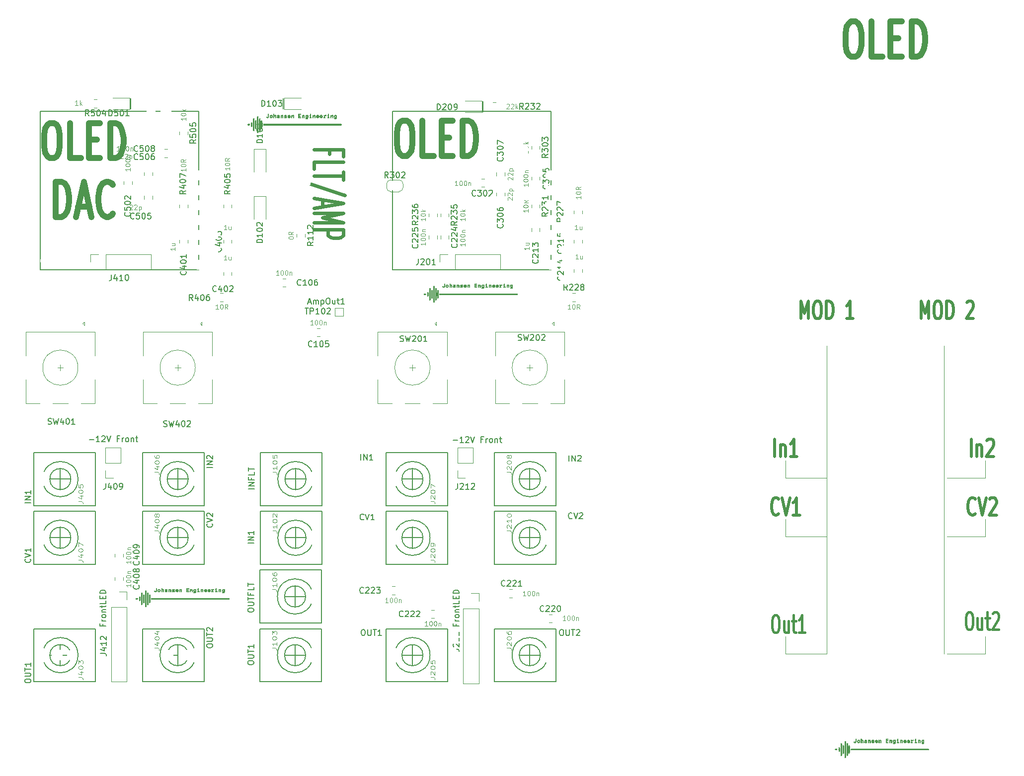
<source format=gto>
G04 #@! TF.GenerationSoftware,KiCad,Pcbnew,(5.1.9)-1*
G04 #@! TF.CreationDate,2021-05-20T23:10:05+02:00*
G04 #@! TF.ProjectId,KicadJE_OLED_Board_Only,4b696361-644a-4455-9f4f-4c45445f426f,Rev A*
G04 #@! TF.SameCoordinates,Original*
G04 #@! TF.FileFunction,Legend,Top*
G04 #@! TF.FilePolarity,Positive*
%FSLAX46Y46*%
G04 Gerber Fmt 4.6, Leading zero omitted, Abs format (unit mm)*
G04 Created by KiCad (PCBNEW (5.1.9)-1) date 2021-05-20 23:10:05*
%MOMM*%
%LPD*%
G01*
G04 APERTURE LIST*
%ADD10C,0.625000*%
%ADD11C,1.000000*%
%ADD12C,0.150000*%
%ADD13C,0.450000*%
%ADD14C,0.120000*%
%ADD15C,0.500000*%
%ADD16C,0.010000*%
%ADD17C,0.100000*%
%ADD18C,0.125000*%
%ADD19C,2.902000*%
%ADD20O,1.802000X1.802000*%
%ADD21O,1.602000X2.902000*%
%ADD22O,1.702000X2.502000*%
%ADD23O,1.702000X2.902000*%
%ADD24C,1.802000*%
%ADD25C,2.102000*%
%ADD26C,1.602000*%
G04 APERTURE END LIST*
D10*
X155857142Y-59633333D02*
X155857142Y-58800000D01*
X153238095Y-58800000D02*
X158238095Y-58800000D01*
X158238095Y-59990476D01*
X153238095Y-62133333D02*
X153238095Y-60942857D01*
X158238095Y-60942857D01*
X158238095Y-62609523D02*
X158238095Y-64038095D01*
X153238095Y-63323809D02*
X158238095Y-63323809D01*
X158476190Y-66657142D02*
X152047619Y-64514285D01*
X154666666Y-67371428D02*
X154666666Y-68561904D01*
X153238095Y-67133333D02*
X158238095Y-67966666D01*
X153238095Y-68800000D01*
X153238095Y-69633333D02*
X158238095Y-69633333D01*
X154666666Y-70466666D01*
X158238095Y-71300000D01*
X153238095Y-71300000D01*
X153238095Y-72490476D02*
X158238095Y-72490476D01*
X158238095Y-73442857D01*
X158000000Y-73680952D01*
X157761904Y-73800000D01*
X157285714Y-73919047D01*
X156571428Y-73919047D01*
X156095238Y-73800000D01*
X155857142Y-73680952D01*
X155619047Y-73442857D01*
X155619047Y-72490476D01*
D11*
X168290476Y-53914285D02*
X169052380Y-53914285D01*
X169433333Y-54200000D01*
X169814285Y-54771428D01*
X170004761Y-55914285D01*
X170004761Y-57914285D01*
X169814285Y-59057142D01*
X169433333Y-59628571D01*
X169052380Y-59914285D01*
X168290476Y-59914285D01*
X167909523Y-59628571D01*
X167528571Y-59057142D01*
X167338095Y-57914285D01*
X167338095Y-55914285D01*
X167528571Y-54771428D01*
X167909523Y-54200000D01*
X168290476Y-53914285D01*
X173623809Y-59914285D02*
X171719047Y-59914285D01*
X171719047Y-53914285D01*
X174957142Y-56771428D02*
X176290476Y-56771428D01*
X176861904Y-59914285D02*
X174957142Y-59914285D01*
X174957142Y-53914285D01*
X176861904Y-53914285D01*
X178576190Y-59914285D02*
X178576190Y-53914285D01*
X179528571Y-53914285D01*
X180100000Y-54200000D01*
X180480952Y-54771428D01*
X180671428Y-55342857D01*
X180861904Y-56485714D01*
X180861904Y-57342857D01*
X180671428Y-58485714D01*
X180480952Y-59057142D01*
X180100000Y-59628571D01*
X179528571Y-59914285D01*
X178576190Y-59914285D01*
X108190476Y-54314285D02*
X108952380Y-54314285D01*
X109333333Y-54600000D01*
X109714285Y-55171428D01*
X109904761Y-56314285D01*
X109904761Y-58314285D01*
X109714285Y-59457142D01*
X109333333Y-60028571D01*
X108952380Y-60314285D01*
X108190476Y-60314285D01*
X107809523Y-60028571D01*
X107428571Y-59457142D01*
X107238095Y-58314285D01*
X107238095Y-56314285D01*
X107428571Y-55171428D01*
X107809523Y-54600000D01*
X108190476Y-54314285D01*
X113523809Y-60314285D02*
X111619047Y-60314285D01*
X111619047Y-54314285D01*
X114857142Y-57171428D02*
X116190476Y-57171428D01*
X116761904Y-60314285D02*
X114857142Y-60314285D01*
X114857142Y-54314285D01*
X116761904Y-54314285D01*
X118476190Y-60314285D02*
X118476190Y-54314285D01*
X119428571Y-54314285D01*
X120000000Y-54600000D01*
X120380952Y-55171428D01*
X120571428Y-55742857D01*
X120761904Y-56885714D01*
X120761904Y-57742857D01*
X120571428Y-58885714D01*
X120380952Y-59457142D01*
X120000000Y-60028571D01*
X119428571Y-60314285D01*
X118476190Y-60314285D01*
X109238095Y-70314285D02*
X109238095Y-64314285D01*
X110190476Y-64314285D01*
X110761904Y-64600000D01*
X111142857Y-65171428D01*
X111333333Y-65742857D01*
X111523809Y-66885714D01*
X111523809Y-67742857D01*
X111333333Y-68885714D01*
X111142857Y-69457142D01*
X110761904Y-70028571D01*
X110190476Y-70314285D01*
X109238095Y-70314285D01*
X113047619Y-68600000D02*
X114952380Y-68600000D01*
X112666666Y-70314285D02*
X114000000Y-64314285D01*
X115333333Y-70314285D01*
X118952380Y-69742857D02*
X118761904Y-70028571D01*
X118190476Y-70314285D01*
X117809523Y-70314285D01*
X117238095Y-70028571D01*
X116857142Y-69457142D01*
X116666666Y-68885714D01*
X116476190Y-67742857D01*
X116476190Y-66885714D01*
X116666666Y-65742857D01*
X116857142Y-65171428D01*
X117238095Y-64600000D01*
X117809523Y-64314285D01*
X118190476Y-64314285D01*
X118761904Y-64600000D01*
X118952380Y-64885714D01*
D12*
X133600000Y-52300000D02*
X133600000Y-79300000D01*
X133600000Y-79300000D02*
X106600000Y-79300000D01*
X106600000Y-79300000D02*
X106600000Y-52300000D01*
X133600000Y-52300000D02*
X106600000Y-52300000D01*
X193600000Y-79300000D02*
X166600000Y-79300000D01*
X166600000Y-79300000D02*
X166600000Y-52300000D01*
X193600000Y-52300000D02*
X166600000Y-52300000D01*
X193600000Y-52300000D02*
X193600000Y-79300000D01*
D13*
X264742857Y-137657142D02*
X265085714Y-137657142D01*
X265257142Y-137800000D01*
X265428571Y-138085714D01*
X265514285Y-138657142D01*
X265514285Y-139657142D01*
X265428571Y-140228571D01*
X265257142Y-140514285D01*
X265085714Y-140657142D01*
X264742857Y-140657142D01*
X264571428Y-140514285D01*
X264400000Y-140228571D01*
X264314285Y-139657142D01*
X264314285Y-138657142D01*
X264400000Y-138085714D01*
X264571428Y-137800000D01*
X264742857Y-137657142D01*
X267057142Y-138657142D02*
X267057142Y-140657142D01*
X266285714Y-138657142D02*
X266285714Y-140228571D01*
X266371428Y-140514285D01*
X266542857Y-140657142D01*
X266800000Y-140657142D01*
X266971428Y-140514285D01*
X267057142Y-140371428D01*
X267657142Y-138657142D02*
X268342857Y-138657142D01*
X267914285Y-137657142D02*
X267914285Y-140228571D01*
X268000000Y-140514285D01*
X268171428Y-140657142D01*
X268342857Y-140657142D01*
X268857142Y-137942857D02*
X268942857Y-137800000D01*
X269114285Y-137657142D01*
X269542857Y-137657142D01*
X269714285Y-137800000D01*
X269800000Y-137942857D01*
X269885714Y-138228571D01*
X269885714Y-138514285D01*
X269800000Y-138942857D01*
X268771428Y-140657142D01*
X269885714Y-140657142D01*
X231742857Y-138157142D02*
X232085714Y-138157142D01*
X232257142Y-138300000D01*
X232428571Y-138585714D01*
X232514285Y-139157142D01*
X232514285Y-140157142D01*
X232428571Y-140728571D01*
X232257142Y-141014285D01*
X232085714Y-141157142D01*
X231742857Y-141157142D01*
X231571428Y-141014285D01*
X231400000Y-140728571D01*
X231314285Y-140157142D01*
X231314285Y-139157142D01*
X231400000Y-138585714D01*
X231571428Y-138300000D01*
X231742857Y-138157142D01*
X234057142Y-139157142D02*
X234057142Y-141157142D01*
X233285714Y-139157142D02*
X233285714Y-140728571D01*
X233371428Y-141014285D01*
X233542857Y-141157142D01*
X233800000Y-141157142D01*
X233971428Y-141014285D01*
X234057142Y-140871428D01*
X234657142Y-139157142D02*
X235342857Y-139157142D01*
X234914285Y-138157142D02*
X234914285Y-140728571D01*
X235000000Y-141014285D01*
X235171428Y-141157142D01*
X235342857Y-141157142D01*
X236885714Y-141157142D02*
X235857142Y-141157142D01*
X236371428Y-141157142D02*
X236371428Y-138157142D01*
X236200000Y-138585714D01*
X236028571Y-138871428D01*
X235857142Y-139014285D01*
D14*
X267600000Y-114800000D02*
X267600000Y-111800000D01*
X267600000Y-124800000D02*
X267600000Y-121800000D01*
D15*
X265242857Y-111157142D02*
X265242857Y-108157142D01*
X266195238Y-109157142D02*
X266195238Y-111157142D01*
X266195238Y-109442857D02*
X266290476Y-109300000D01*
X266480952Y-109157142D01*
X266766666Y-109157142D01*
X266957142Y-109300000D01*
X267052380Y-109585714D01*
X267052380Y-111157142D01*
X267909523Y-108442857D02*
X268004761Y-108300000D01*
X268195238Y-108157142D01*
X268671428Y-108157142D01*
X268861904Y-108300000D01*
X268957142Y-108442857D01*
X269052380Y-108728571D01*
X269052380Y-109014285D01*
X268957142Y-109442857D01*
X267814285Y-111157142D01*
X269052380Y-111157142D01*
X265909523Y-120871428D02*
X265814285Y-121014285D01*
X265528571Y-121157142D01*
X265338095Y-121157142D01*
X265052380Y-121014285D01*
X264861904Y-120728571D01*
X264766666Y-120442857D01*
X264671428Y-119871428D01*
X264671428Y-119442857D01*
X264766666Y-118871428D01*
X264861904Y-118585714D01*
X265052380Y-118300000D01*
X265338095Y-118157142D01*
X265528571Y-118157142D01*
X265814285Y-118300000D01*
X265909523Y-118442857D01*
X266480952Y-118157142D02*
X267147619Y-121157142D01*
X267814285Y-118157142D01*
X268385714Y-118442857D02*
X268480952Y-118300000D01*
X268671428Y-118157142D01*
X269147619Y-118157142D01*
X269338095Y-118300000D01*
X269433333Y-118442857D01*
X269528571Y-118728571D01*
X269528571Y-119014285D01*
X269433333Y-119442857D01*
X268290476Y-121157142D01*
X269528571Y-121157142D01*
X256671428Y-87657142D02*
X256671428Y-84657142D01*
X257338095Y-86800000D01*
X258004761Y-84657142D01*
X258004761Y-87657142D01*
X259338095Y-84657142D02*
X259719047Y-84657142D01*
X259909523Y-84800000D01*
X260100000Y-85085714D01*
X260195238Y-85657142D01*
X260195238Y-86657142D01*
X260100000Y-87228571D01*
X259909523Y-87514285D01*
X259719047Y-87657142D01*
X259338095Y-87657142D01*
X259147619Y-87514285D01*
X258957142Y-87228571D01*
X258861904Y-86657142D01*
X258861904Y-85657142D01*
X258957142Y-85085714D01*
X259147619Y-84800000D01*
X259338095Y-84657142D01*
X261052380Y-87657142D02*
X261052380Y-84657142D01*
X261528571Y-84657142D01*
X261814285Y-84800000D01*
X262004761Y-85085714D01*
X262100000Y-85371428D01*
X262195238Y-85942857D01*
X262195238Y-86371428D01*
X262100000Y-86942857D01*
X262004761Y-87228571D01*
X261814285Y-87514285D01*
X261528571Y-87657142D01*
X261052380Y-87657142D01*
X264480952Y-84942857D02*
X264576190Y-84800000D01*
X264766666Y-84657142D01*
X265242857Y-84657142D01*
X265433333Y-84800000D01*
X265528571Y-84942857D01*
X265623809Y-85228571D01*
X265623809Y-85514285D01*
X265528571Y-85942857D01*
X264385714Y-87657142D01*
X265623809Y-87657142D01*
X232409523Y-120871428D02*
X232314285Y-121014285D01*
X232028571Y-121157142D01*
X231838095Y-121157142D01*
X231552380Y-121014285D01*
X231361904Y-120728571D01*
X231266666Y-120442857D01*
X231171428Y-119871428D01*
X231171428Y-119442857D01*
X231266666Y-118871428D01*
X231361904Y-118585714D01*
X231552380Y-118300000D01*
X231838095Y-118157142D01*
X232028571Y-118157142D01*
X232314285Y-118300000D01*
X232409523Y-118442857D01*
X232980952Y-118157142D02*
X233647619Y-121157142D01*
X234314285Y-118157142D01*
X236028571Y-121157142D02*
X234885714Y-121157142D01*
X235457142Y-121157142D02*
X235457142Y-118157142D01*
X235266666Y-118585714D01*
X235076190Y-118871428D01*
X234885714Y-119014285D01*
X231742857Y-111157142D02*
X231742857Y-108157142D01*
X232695238Y-109157142D02*
X232695238Y-111157142D01*
X232695238Y-109442857D02*
X232790476Y-109300000D01*
X232980952Y-109157142D01*
X233266666Y-109157142D01*
X233457142Y-109300000D01*
X233552380Y-109585714D01*
X233552380Y-111157142D01*
X235552380Y-111157142D02*
X234409523Y-111157142D01*
X234980952Y-111157142D02*
X234980952Y-108157142D01*
X234790476Y-108585714D01*
X234600000Y-108871428D01*
X234409523Y-109014285D01*
X236171428Y-87657142D02*
X236171428Y-84657142D01*
X236838095Y-86800000D01*
X237504761Y-84657142D01*
X237504761Y-87657142D01*
X238838095Y-84657142D02*
X239219047Y-84657142D01*
X239409523Y-84800000D01*
X239600000Y-85085714D01*
X239695238Y-85657142D01*
X239695238Y-86657142D01*
X239600000Y-87228571D01*
X239409523Y-87514285D01*
X239219047Y-87657142D01*
X238838095Y-87657142D01*
X238647619Y-87514285D01*
X238457142Y-87228571D01*
X238361904Y-86657142D01*
X238361904Y-85657142D01*
X238457142Y-85085714D01*
X238647619Y-84800000D01*
X238838095Y-84657142D01*
X240552380Y-87657142D02*
X240552380Y-84657142D01*
X241028571Y-84657142D01*
X241314285Y-84800000D01*
X241504761Y-85085714D01*
X241600000Y-85371428D01*
X241695238Y-85942857D01*
X241695238Y-86371428D01*
X241600000Y-86942857D01*
X241504761Y-87228571D01*
X241314285Y-87514285D01*
X241028571Y-87657142D01*
X240552380Y-87657142D01*
X245123809Y-87657142D02*
X243980952Y-87657142D01*
X244552380Y-87657142D02*
X244552380Y-84657142D01*
X244361904Y-85085714D01*
X244171428Y-85371428D01*
X243980952Y-85514285D01*
D11*
X244790476Y-37014285D02*
X245552380Y-37014285D01*
X245933333Y-37300000D01*
X246314285Y-37871428D01*
X246504761Y-39014285D01*
X246504761Y-41014285D01*
X246314285Y-42157142D01*
X245933333Y-42728571D01*
X245552380Y-43014285D01*
X244790476Y-43014285D01*
X244409523Y-42728571D01*
X244028571Y-42157142D01*
X243838095Y-41014285D01*
X243838095Y-39014285D01*
X244028571Y-37871428D01*
X244409523Y-37300000D01*
X244790476Y-37014285D01*
X250123809Y-43014285D02*
X248219047Y-43014285D01*
X248219047Y-37014285D01*
X251457142Y-39871428D02*
X252790476Y-39871428D01*
X253361904Y-43014285D02*
X251457142Y-43014285D01*
X251457142Y-37014285D01*
X253361904Y-37014285D01*
X255076190Y-43014285D02*
X255076190Y-37014285D01*
X256028571Y-37014285D01*
X256600000Y-37300000D01*
X256980952Y-37871428D01*
X257171428Y-38442857D01*
X257361904Y-39585714D01*
X257361904Y-40442857D01*
X257171428Y-41585714D01*
X256980952Y-42157142D01*
X256600000Y-42728571D01*
X256028571Y-43014285D01*
X255076190Y-43014285D01*
D14*
X240600000Y-144800000D02*
X233600000Y-144800000D01*
X261100000Y-144800000D02*
X267600000Y-144800000D01*
X240600000Y-124800000D02*
X233600000Y-124800000D01*
X233600000Y-144800000D02*
X233600000Y-141800000D01*
X240600000Y-114800000D02*
X233600000Y-114800000D01*
X233600000Y-114800000D02*
X233600000Y-111800000D01*
X233600000Y-124800000D02*
X233600000Y-121800000D01*
X267600000Y-114800000D02*
X267600000Y-111800000D01*
X267600000Y-144800000D02*
X267600000Y-141800000D01*
X267600000Y-124800000D02*
X267600000Y-121800000D01*
X261100000Y-124800000D02*
X267600000Y-124800000D01*
X261100000Y-114800000D02*
X267600000Y-114800000D01*
X240600000Y-144800000D02*
X240600000Y-92300000D01*
X260600000Y-92300000D02*
X260600000Y-144800000D01*
D16*
G36*
X185691200Y-81799800D02*
G01*
X185576900Y-81799800D01*
X185576900Y-81672800D01*
X185691200Y-81672800D01*
X185691200Y-81799800D01*
G37*
X185691200Y-81799800D02*
X185576900Y-81799800D01*
X185576900Y-81672800D01*
X185691200Y-81672800D01*
X185691200Y-81799800D01*
G36*
X182643200Y-81799800D02*
G01*
X182528900Y-81799800D01*
X182528900Y-81672800D01*
X182643200Y-81672800D01*
X182643200Y-81799800D01*
G37*
X182643200Y-81799800D02*
X182528900Y-81799800D01*
X182528900Y-81672800D01*
X182643200Y-81672800D01*
X182643200Y-81799800D01*
G36*
X186338114Y-81842318D02*
G01*
X186373195Y-81859123D01*
X186392674Y-81874926D01*
X186434150Y-81911953D01*
X186438239Y-82103526D01*
X186442329Y-82295100D01*
X186338900Y-82295100D01*
X186338900Y-82130907D01*
X186338314Y-82059817D01*
X186336253Y-82009877D01*
X186332258Y-81976854D01*
X186325870Y-81956520D01*
X186318942Y-81946757D01*
X186285287Y-81928974D01*
X186245560Y-81930874D01*
X186206502Y-81950204D01*
X186174851Y-81984714D01*
X186168062Y-81997154D01*
X186156927Y-82033806D01*
X186150505Y-82088629D01*
X186148400Y-82165050D01*
X186148400Y-82295100D01*
X186046800Y-82295100D01*
X186046800Y-81850600D01*
X186097600Y-81850600D01*
X186130192Y-81852142D01*
X186144681Y-81860281D01*
X186148330Y-81880282D01*
X186148400Y-81887430D01*
X186148400Y-81924260D01*
X186191580Y-81881080D01*
X186223768Y-81853238D01*
X186254315Y-81840684D01*
X186292979Y-81837900D01*
X186338114Y-81842318D01*
G37*
X186338114Y-81842318D02*
X186373195Y-81859123D01*
X186392674Y-81874926D01*
X186434150Y-81911953D01*
X186438239Y-82103526D01*
X186442329Y-82295100D01*
X186338900Y-82295100D01*
X186338900Y-82130907D01*
X186338314Y-82059817D01*
X186336253Y-82009877D01*
X186332258Y-81976854D01*
X186325870Y-81956520D01*
X186318942Y-81946757D01*
X186285287Y-81928974D01*
X186245560Y-81930874D01*
X186206502Y-81950204D01*
X186174851Y-81984714D01*
X186168062Y-81997154D01*
X186156927Y-82033806D01*
X186150505Y-82088629D01*
X186148400Y-82165050D01*
X186148400Y-82295100D01*
X186046800Y-82295100D01*
X186046800Y-81850600D01*
X186097600Y-81850600D01*
X186130192Y-81852142D01*
X186144681Y-81860281D01*
X186148330Y-81880282D01*
X186148400Y-81887430D01*
X186148400Y-81924260D01*
X186191580Y-81881080D01*
X186223768Y-81853238D01*
X186254315Y-81840684D01*
X186292979Y-81837900D01*
X186338114Y-81842318D01*
G36*
X185691200Y-82206200D02*
G01*
X185742000Y-82206200D01*
X185774525Y-82207545D01*
X185788979Y-82215854D01*
X185792686Y-82237533D01*
X185792800Y-82250650D01*
X185792800Y-82295100D01*
X185488000Y-82295100D01*
X185488000Y-82250650D01*
X185489965Y-82220858D01*
X185501057Y-82208640D01*
X185529066Y-82206205D01*
X185532450Y-82206200D01*
X185576900Y-82206200D01*
X185576900Y-81939500D01*
X185532450Y-81939500D01*
X185502658Y-81937534D01*
X185490440Y-81926442D01*
X185488005Y-81898433D01*
X185488000Y-81895050D01*
X185488000Y-81850600D01*
X185691200Y-81850600D01*
X185691200Y-82206200D01*
G37*
X185691200Y-82206200D02*
X185742000Y-82206200D01*
X185774525Y-82207545D01*
X185788979Y-82215854D01*
X185792686Y-82237533D01*
X185792800Y-82250650D01*
X185792800Y-82295100D01*
X185488000Y-82295100D01*
X185488000Y-82250650D01*
X185489965Y-82220858D01*
X185501057Y-82208640D01*
X185529066Y-82206205D01*
X185532450Y-82206200D01*
X185576900Y-82206200D01*
X185576900Y-81939500D01*
X185532450Y-81939500D01*
X185502658Y-81937534D01*
X185490440Y-81926442D01*
X185488005Y-81898433D01*
X185488000Y-81895050D01*
X185488000Y-81850600D01*
X185691200Y-81850600D01*
X185691200Y-82206200D01*
G36*
X185233699Y-81840912D02*
G01*
X185258516Y-81850885D01*
X185265016Y-81870931D01*
X185258113Y-81899630D01*
X185247462Y-81925131D01*
X185233608Y-81935481D01*
X185207593Y-81935040D01*
X185190351Y-81932606D01*
X185129116Y-81933141D01*
X185075228Y-81951791D01*
X185035106Y-81985879D01*
X185025293Y-82001368D01*
X185012681Y-82041577D01*
X185006047Y-82097735D01*
X185005400Y-82123019D01*
X185005400Y-82206200D01*
X185056200Y-82206200D01*
X185088725Y-82207545D01*
X185103179Y-82215854D01*
X185106886Y-82237533D01*
X185107000Y-82250650D01*
X185107000Y-82295100D01*
X184802200Y-82295100D01*
X184802200Y-82250650D01*
X184803737Y-82222190D01*
X184813233Y-82209542D01*
X184838010Y-82206299D01*
X184853000Y-82206200D01*
X184903800Y-82206200D01*
X184903800Y-81926800D01*
X184853000Y-81926800D01*
X184820426Y-81925295D01*
X184805946Y-81917142D01*
X184802280Y-81896881D01*
X184802200Y-81888700D01*
X184802200Y-81850600D01*
X185005400Y-81850600D01*
X185005400Y-81932890D01*
X185038393Y-81897307D01*
X185082463Y-81860769D01*
X185133745Y-81842216D01*
X185187201Y-81838094D01*
X185233699Y-81840912D01*
G37*
X185233699Y-81840912D02*
X185258516Y-81850885D01*
X185265016Y-81870931D01*
X185258113Y-81899630D01*
X185247462Y-81925131D01*
X185233608Y-81935481D01*
X185207593Y-81935040D01*
X185190351Y-81932606D01*
X185129116Y-81933141D01*
X185075228Y-81951791D01*
X185035106Y-81985879D01*
X185025293Y-82001368D01*
X185012681Y-82041577D01*
X185006047Y-82097735D01*
X185005400Y-82123019D01*
X185005400Y-82206200D01*
X185056200Y-82206200D01*
X185088725Y-82207545D01*
X185103179Y-82215854D01*
X185106886Y-82237533D01*
X185107000Y-82250650D01*
X185107000Y-82295100D01*
X184802200Y-82295100D01*
X184802200Y-82250650D01*
X184803737Y-82222190D01*
X184813233Y-82209542D01*
X184838010Y-82206299D01*
X184853000Y-82206200D01*
X184903800Y-82206200D01*
X184903800Y-81926800D01*
X184853000Y-81926800D01*
X184820426Y-81925295D01*
X184805946Y-81917142D01*
X184802280Y-81896881D01*
X184802200Y-81888700D01*
X184802200Y-81850600D01*
X185005400Y-81850600D01*
X185005400Y-81932890D01*
X185038393Y-81897307D01*
X185082463Y-81860769D01*
X185133745Y-81842216D01*
X185187201Y-81838094D01*
X185233699Y-81840912D01*
G36*
X183290114Y-81842318D02*
G01*
X183325195Y-81859123D01*
X183344674Y-81874926D01*
X183386150Y-81911953D01*
X183390239Y-82103526D01*
X183394329Y-82295100D01*
X183290900Y-82295100D01*
X183290900Y-82130907D01*
X183290314Y-82059817D01*
X183288253Y-82009877D01*
X183284258Y-81976854D01*
X183277870Y-81956520D01*
X183270942Y-81946757D01*
X183237287Y-81928974D01*
X183197560Y-81930874D01*
X183158502Y-81950204D01*
X183126851Y-81984714D01*
X183120062Y-81997154D01*
X183108927Y-82033806D01*
X183102505Y-82088629D01*
X183100400Y-82165050D01*
X183100400Y-82295100D01*
X182998800Y-82295100D01*
X182998800Y-81850600D01*
X183049600Y-81850600D01*
X183082192Y-81852142D01*
X183096681Y-81860281D01*
X183100330Y-81880282D01*
X183100400Y-81887430D01*
X183100400Y-81924260D01*
X183143580Y-81881080D01*
X183175768Y-81853238D01*
X183206315Y-81840684D01*
X183244979Y-81837900D01*
X183290114Y-81842318D01*
G37*
X183290114Y-81842318D02*
X183325195Y-81859123D01*
X183344674Y-81874926D01*
X183386150Y-81911953D01*
X183390239Y-82103526D01*
X183394329Y-82295100D01*
X183290900Y-82295100D01*
X183290900Y-82130907D01*
X183290314Y-82059817D01*
X183288253Y-82009877D01*
X183284258Y-81976854D01*
X183277870Y-81956520D01*
X183270942Y-81946757D01*
X183237287Y-81928974D01*
X183197560Y-81930874D01*
X183158502Y-81950204D01*
X183126851Y-81984714D01*
X183120062Y-81997154D01*
X183108927Y-82033806D01*
X183102505Y-82088629D01*
X183100400Y-82165050D01*
X183100400Y-82295100D01*
X182998800Y-82295100D01*
X182998800Y-81850600D01*
X183049600Y-81850600D01*
X183082192Y-81852142D01*
X183096681Y-81860281D01*
X183100330Y-81880282D01*
X183100400Y-81887430D01*
X183100400Y-81924260D01*
X183143580Y-81881080D01*
X183175768Y-81853238D01*
X183206315Y-81840684D01*
X183244979Y-81837900D01*
X183290114Y-81842318D01*
G36*
X182643200Y-82206200D02*
G01*
X182694000Y-82206200D01*
X182726525Y-82207545D01*
X182740979Y-82215854D01*
X182744686Y-82237533D01*
X182744800Y-82250650D01*
X182744800Y-82295100D01*
X182440000Y-82295100D01*
X182440000Y-82250650D01*
X182441965Y-82220858D01*
X182453057Y-82208640D01*
X182481066Y-82206205D01*
X182484450Y-82206200D01*
X182528900Y-82206200D01*
X182528900Y-81939500D01*
X182484450Y-81939500D01*
X182454658Y-81937534D01*
X182442440Y-81926442D01*
X182440005Y-81898433D01*
X182440000Y-81895050D01*
X182440000Y-81850600D01*
X182643200Y-81850600D01*
X182643200Y-82206200D01*
G37*
X182643200Y-82206200D02*
X182694000Y-82206200D01*
X182726525Y-82207545D01*
X182740979Y-82215854D01*
X182744686Y-82237533D01*
X182744800Y-82250650D01*
X182744800Y-82295100D01*
X182440000Y-82295100D01*
X182440000Y-82250650D01*
X182441965Y-82220858D01*
X182453057Y-82208640D01*
X182481066Y-82206205D01*
X182484450Y-82206200D01*
X182528900Y-82206200D01*
X182528900Y-81939500D01*
X182484450Y-81939500D01*
X182454658Y-81937534D01*
X182442440Y-81926442D01*
X182440005Y-81898433D01*
X182440000Y-81895050D01*
X182440000Y-81850600D01*
X182643200Y-81850600D01*
X182643200Y-82206200D01*
G36*
X181461314Y-81842318D02*
G01*
X181496395Y-81859123D01*
X181515874Y-81874926D01*
X181557350Y-81911953D01*
X181561439Y-82103526D01*
X181565529Y-82295100D01*
X181462100Y-82295100D01*
X181462100Y-82130907D01*
X181461514Y-82059817D01*
X181459453Y-82009877D01*
X181455458Y-81976854D01*
X181449070Y-81956520D01*
X181442142Y-81946757D01*
X181408487Y-81928974D01*
X181368760Y-81930874D01*
X181329702Y-81950204D01*
X181298051Y-81984714D01*
X181291262Y-81997154D01*
X181280127Y-82033806D01*
X181273705Y-82088629D01*
X181271600Y-82165050D01*
X181271600Y-82295100D01*
X181170000Y-82295100D01*
X181170000Y-81850600D01*
X181220800Y-81850600D01*
X181253392Y-81852142D01*
X181267881Y-81860281D01*
X181271530Y-81880282D01*
X181271600Y-81887430D01*
X181271600Y-81924260D01*
X181314780Y-81881080D01*
X181346968Y-81853238D01*
X181377515Y-81840684D01*
X181416179Y-81837900D01*
X181461314Y-81842318D01*
G37*
X181461314Y-81842318D02*
X181496395Y-81859123D01*
X181515874Y-81874926D01*
X181557350Y-81911953D01*
X181561439Y-82103526D01*
X181565529Y-82295100D01*
X181462100Y-82295100D01*
X181462100Y-82130907D01*
X181461514Y-82059817D01*
X181459453Y-82009877D01*
X181455458Y-81976854D01*
X181449070Y-81956520D01*
X181442142Y-81946757D01*
X181408487Y-81928974D01*
X181368760Y-81930874D01*
X181329702Y-81950204D01*
X181298051Y-81984714D01*
X181291262Y-81997154D01*
X181280127Y-82033806D01*
X181273705Y-82088629D01*
X181271600Y-82165050D01*
X181271600Y-82295100D01*
X181170000Y-82295100D01*
X181170000Y-81850600D01*
X181220800Y-81850600D01*
X181253392Y-81852142D01*
X181267881Y-81860281D01*
X181271530Y-81880282D01*
X181271600Y-81887430D01*
X181271600Y-81924260D01*
X181314780Y-81881080D01*
X181346968Y-81853238D01*
X181377515Y-81840684D01*
X181416179Y-81837900D01*
X181461314Y-81842318D01*
G36*
X180954100Y-81761700D02*
G01*
X180662000Y-81761700D01*
X180662000Y-81939500D01*
X180890600Y-81939500D01*
X180890600Y-82028400D01*
X180662000Y-82028400D01*
X180662000Y-82206200D01*
X180954100Y-82206200D01*
X180954100Y-82295100D01*
X180560400Y-82295100D01*
X180560400Y-81672800D01*
X180954100Y-81672800D01*
X180954100Y-81761700D01*
G37*
X180954100Y-81761700D02*
X180662000Y-81761700D01*
X180662000Y-81939500D01*
X180890600Y-81939500D01*
X180890600Y-82028400D01*
X180662000Y-82028400D01*
X180662000Y-82206200D01*
X180954100Y-82206200D01*
X180954100Y-82295100D01*
X180560400Y-82295100D01*
X180560400Y-81672800D01*
X180954100Y-81672800D01*
X180954100Y-81761700D01*
G36*
X179645214Y-81842318D02*
G01*
X179680295Y-81859123D01*
X179699774Y-81874926D01*
X179741250Y-81911953D01*
X179745339Y-82103526D01*
X179749429Y-82295100D01*
X179646000Y-82295100D01*
X179646000Y-82130907D01*
X179645414Y-82059817D01*
X179643353Y-82009877D01*
X179639358Y-81976854D01*
X179632970Y-81956520D01*
X179626042Y-81946757D01*
X179592387Y-81928974D01*
X179552660Y-81930874D01*
X179513602Y-81950204D01*
X179481951Y-81984714D01*
X179475162Y-81997154D01*
X179464027Y-82033806D01*
X179457605Y-82088629D01*
X179455500Y-82165050D01*
X179455500Y-82295100D01*
X179353900Y-82295100D01*
X179353900Y-81850600D01*
X179404700Y-81850600D01*
X179437292Y-81852142D01*
X179451781Y-81860281D01*
X179455430Y-81880282D01*
X179455500Y-81887430D01*
X179455500Y-81924260D01*
X179498680Y-81881080D01*
X179530868Y-81853238D01*
X179561415Y-81840684D01*
X179600079Y-81837900D01*
X179645214Y-81842318D01*
G37*
X179645214Y-81842318D02*
X179680295Y-81859123D01*
X179699774Y-81874926D01*
X179741250Y-81911953D01*
X179745339Y-82103526D01*
X179749429Y-82295100D01*
X179646000Y-82295100D01*
X179646000Y-82130907D01*
X179645414Y-82059817D01*
X179643353Y-82009877D01*
X179639358Y-81976854D01*
X179632970Y-81956520D01*
X179626042Y-81946757D01*
X179592387Y-81928974D01*
X179552660Y-81930874D01*
X179513602Y-81950204D01*
X179481951Y-81984714D01*
X179475162Y-81997154D01*
X179464027Y-82033806D01*
X179457605Y-82088629D01*
X179455500Y-82165050D01*
X179455500Y-82295100D01*
X179353900Y-82295100D01*
X179353900Y-81850600D01*
X179404700Y-81850600D01*
X179437292Y-81852142D01*
X179451781Y-81860281D01*
X179455430Y-81880282D01*
X179455500Y-81887430D01*
X179455500Y-81924260D01*
X179498680Y-81881080D01*
X179530868Y-81853238D01*
X179561415Y-81840684D01*
X179600079Y-81837900D01*
X179645214Y-81842318D01*
G36*
X177816414Y-81842318D02*
G01*
X177851495Y-81859123D01*
X177870974Y-81874926D01*
X177912450Y-81911953D01*
X177916539Y-82103526D01*
X177920629Y-82295100D01*
X177817200Y-82295100D01*
X177817200Y-82130907D01*
X177816614Y-82059817D01*
X177814553Y-82009877D01*
X177810558Y-81976854D01*
X177804170Y-81956520D01*
X177797242Y-81946757D01*
X177763587Y-81928974D01*
X177723860Y-81930874D01*
X177684802Y-81950204D01*
X177653151Y-81984714D01*
X177646362Y-81997154D01*
X177635227Y-82033806D01*
X177628805Y-82088629D01*
X177626700Y-82165050D01*
X177626700Y-82295100D01*
X177525100Y-82295100D01*
X177525100Y-81850600D01*
X177575900Y-81850600D01*
X177608492Y-81852142D01*
X177622981Y-81860281D01*
X177626630Y-81880282D01*
X177626700Y-81887430D01*
X177626700Y-81924260D01*
X177669880Y-81881080D01*
X177702068Y-81853238D01*
X177732615Y-81840684D01*
X177771279Y-81837900D01*
X177816414Y-81842318D01*
G37*
X177816414Y-81842318D02*
X177851495Y-81859123D01*
X177870974Y-81874926D01*
X177912450Y-81911953D01*
X177916539Y-82103526D01*
X177920629Y-82295100D01*
X177817200Y-82295100D01*
X177817200Y-82130907D01*
X177816614Y-82059817D01*
X177814553Y-82009877D01*
X177810558Y-81976854D01*
X177804170Y-81956520D01*
X177797242Y-81946757D01*
X177763587Y-81928974D01*
X177723860Y-81930874D01*
X177684802Y-81950204D01*
X177653151Y-81984714D01*
X177646362Y-81997154D01*
X177635227Y-82033806D01*
X177628805Y-82088629D01*
X177626700Y-82165050D01*
X177626700Y-82295100D01*
X177525100Y-82295100D01*
X177525100Y-81850600D01*
X177575900Y-81850600D01*
X177608492Y-81852142D01*
X177622981Y-81860281D01*
X177626630Y-81880282D01*
X177626700Y-81887430D01*
X177626700Y-81924260D01*
X177669880Y-81881080D01*
X177702068Y-81853238D01*
X177732615Y-81840684D01*
X177771279Y-81837900D01*
X177816414Y-81842318D01*
G36*
X176407500Y-81927200D02*
G01*
X176443179Y-81887268D01*
X176472611Y-81860600D01*
X176506477Y-81846655D01*
X176542965Y-81841176D01*
X176583943Y-81839143D01*
X176611809Y-81845321D01*
X176638423Y-81863284D01*
X176650161Y-81873485D01*
X176693250Y-81911953D01*
X176697339Y-82103526D01*
X176701429Y-82295100D01*
X176598000Y-82295100D01*
X176598000Y-82130907D01*
X176597414Y-82059817D01*
X176595353Y-82009877D01*
X176591358Y-81976854D01*
X176584970Y-81956520D01*
X176578042Y-81946757D01*
X176544387Y-81928974D01*
X176504660Y-81930874D01*
X176465602Y-81950204D01*
X176433951Y-81984714D01*
X176427162Y-81997154D01*
X176416027Y-82033806D01*
X176409605Y-82088629D01*
X176407500Y-82165050D01*
X176407500Y-82295100D01*
X176305900Y-82295100D01*
X176305900Y-81672800D01*
X176407500Y-81672800D01*
X176407500Y-81927200D01*
G37*
X176407500Y-81927200D02*
X176443179Y-81887268D01*
X176472611Y-81860600D01*
X176506477Y-81846655D01*
X176542965Y-81841176D01*
X176583943Y-81839143D01*
X176611809Y-81845321D01*
X176638423Y-81863284D01*
X176650161Y-81873485D01*
X176693250Y-81911953D01*
X176697339Y-82103526D01*
X176701429Y-82295100D01*
X176598000Y-82295100D01*
X176598000Y-82130907D01*
X176597414Y-82059817D01*
X176595353Y-82009877D01*
X176591358Y-81976854D01*
X176584970Y-81956520D01*
X176578042Y-81946757D01*
X176544387Y-81928974D01*
X176504660Y-81930874D01*
X176465602Y-81950204D01*
X176433951Y-81984714D01*
X176427162Y-81997154D01*
X176416027Y-82033806D01*
X176409605Y-82088629D01*
X176407500Y-82165050D01*
X176407500Y-82295100D01*
X176305900Y-82295100D01*
X176305900Y-81672800D01*
X176407500Y-81672800D01*
X176407500Y-81927200D01*
G36*
X184480413Y-81845787D02*
G01*
X184542081Y-81870491D01*
X184582518Y-81903111D01*
X184617361Y-81955044D01*
X184644231Y-82023481D01*
X184655115Y-82069675D01*
X184663650Y-82117300D01*
X184282044Y-82117300D01*
X184296231Y-82148437D01*
X184322015Y-82179278D01*
X184363617Y-82203967D01*
X184411480Y-82217471D01*
X184429469Y-82218621D01*
X184463706Y-82213124D01*
X184505711Y-82199704D01*
X184519304Y-82193985D01*
X184572959Y-82169628D01*
X184598501Y-82202101D01*
X184624044Y-82234573D01*
X184592542Y-82259353D01*
X184534692Y-82290285D01*
X184464466Y-82305651D01*
X184390081Y-82304756D01*
X184319751Y-82286909D01*
X184310914Y-82283118D01*
X184254086Y-82244411D01*
X184213056Y-82190243D01*
X184188965Y-82125896D01*
X184182956Y-82056654D01*
X184192211Y-82008435D01*
X184293971Y-82008435D01*
X184304865Y-82019892D01*
X184336586Y-82026036D01*
X184391057Y-82028276D01*
X184414850Y-82028400D01*
X184474137Y-82027503D01*
X184511624Y-82024482D01*
X184530856Y-82018842D01*
X184535500Y-82011563D01*
X184526899Y-81992145D01*
X184505878Y-81966977D01*
X184502726Y-81963938D01*
X184468051Y-81941118D01*
X184423684Y-81933285D01*
X184414850Y-81933150D01*
X184367831Y-81938951D01*
X184332384Y-81959083D01*
X184326973Y-81963938D01*
X184301981Y-81990254D01*
X184293971Y-82008435D01*
X184192211Y-82008435D01*
X184196172Y-81987800D01*
X184229753Y-81924617D01*
X184232623Y-81920889D01*
X184282212Y-81876662D01*
X184344216Y-81849191D01*
X184412370Y-81838794D01*
X184480413Y-81845787D01*
G37*
X184480413Y-81845787D02*
X184542081Y-81870491D01*
X184582518Y-81903111D01*
X184617361Y-81955044D01*
X184644231Y-82023481D01*
X184655115Y-82069675D01*
X184663650Y-82117300D01*
X184282044Y-82117300D01*
X184296231Y-82148437D01*
X184322015Y-82179278D01*
X184363617Y-82203967D01*
X184411480Y-82217471D01*
X184429469Y-82218621D01*
X184463706Y-82213124D01*
X184505711Y-82199704D01*
X184519304Y-82193985D01*
X184572959Y-82169628D01*
X184598501Y-82202101D01*
X184624044Y-82234573D01*
X184592542Y-82259353D01*
X184534692Y-82290285D01*
X184464466Y-82305651D01*
X184390081Y-82304756D01*
X184319751Y-82286909D01*
X184310914Y-82283118D01*
X184254086Y-82244411D01*
X184213056Y-82190243D01*
X184188965Y-82125896D01*
X184182956Y-82056654D01*
X184192211Y-82008435D01*
X184293971Y-82008435D01*
X184304865Y-82019892D01*
X184336586Y-82026036D01*
X184391057Y-82028276D01*
X184414850Y-82028400D01*
X184474137Y-82027503D01*
X184511624Y-82024482D01*
X184530856Y-82018842D01*
X184535500Y-82011563D01*
X184526899Y-81992145D01*
X184505878Y-81966977D01*
X184502726Y-81963938D01*
X184468051Y-81941118D01*
X184423684Y-81933285D01*
X184414850Y-81933150D01*
X184367831Y-81938951D01*
X184332384Y-81959083D01*
X184326973Y-81963938D01*
X184301981Y-81990254D01*
X184293971Y-82008435D01*
X184192211Y-82008435D01*
X184196172Y-81987800D01*
X184229753Y-81924617D01*
X184232623Y-81920889D01*
X184282212Y-81876662D01*
X184344216Y-81849191D01*
X184412370Y-81838794D01*
X184480413Y-81845787D01*
G36*
X183870813Y-81845787D02*
G01*
X183932481Y-81870491D01*
X183972918Y-81903111D01*
X184007761Y-81955044D01*
X184034631Y-82023481D01*
X184045515Y-82069675D01*
X184054050Y-82117300D01*
X183672444Y-82117300D01*
X183686631Y-82148437D01*
X183712415Y-82179278D01*
X183754017Y-82203967D01*
X183801880Y-82217471D01*
X183819869Y-82218621D01*
X183854106Y-82213124D01*
X183896111Y-82199704D01*
X183909704Y-82193985D01*
X183963359Y-82169628D01*
X183988901Y-82202101D01*
X184014444Y-82234573D01*
X183982942Y-82259353D01*
X183925092Y-82290285D01*
X183854866Y-82305651D01*
X183780481Y-82304756D01*
X183710151Y-82286909D01*
X183701314Y-82283118D01*
X183644486Y-82244411D01*
X183603456Y-82190243D01*
X183579365Y-82125896D01*
X183573356Y-82056654D01*
X183582611Y-82008435D01*
X183684371Y-82008435D01*
X183695265Y-82019892D01*
X183726986Y-82026036D01*
X183781457Y-82028276D01*
X183805250Y-82028400D01*
X183864537Y-82027503D01*
X183902024Y-82024482D01*
X183921256Y-82018842D01*
X183925900Y-82011563D01*
X183917299Y-81992145D01*
X183896278Y-81966977D01*
X183893126Y-81963938D01*
X183858451Y-81941118D01*
X183814084Y-81933285D01*
X183805250Y-81933150D01*
X183758231Y-81938951D01*
X183722784Y-81959083D01*
X183717373Y-81963938D01*
X183692381Y-81990254D01*
X183684371Y-82008435D01*
X183582611Y-82008435D01*
X183586572Y-81987800D01*
X183620153Y-81924617D01*
X183623023Y-81920889D01*
X183672612Y-81876662D01*
X183734616Y-81849191D01*
X183802770Y-81838794D01*
X183870813Y-81845787D01*
G37*
X183870813Y-81845787D02*
X183932481Y-81870491D01*
X183972918Y-81903111D01*
X184007761Y-81955044D01*
X184034631Y-82023481D01*
X184045515Y-82069675D01*
X184054050Y-82117300D01*
X183672444Y-82117300D01*
X183686631Y-82148437D01*
X183712415Y-82179278D01*
X183754017Y-82203967D01*
X183801880Y-82217471D01*
X183819869Y-82218621D01*
X183854106Y-82213124D01*
X183896111Y-82199704D01*
X183909704Y-82193985D01*
X183963359Y-82169628D01*
X183988901Y-82202101D01*
X184014444Y-82234573D01*
X183982942Y-82259353D01*
X183925092Y-82290285D01*
X183854866Y-82305651D01*
X183780481Y-82304756D01*
X183710151Y-82286909D01*
X183701314Y-82283118D01*
X183644486Y-82244411D01*
X183603456Y-82190243D01*
X183579365Y-82125896D01*
X183573356Y-82056654D01*
X183582611Y-82008435D01*
X183684371Y-82008435D01*
X183695265Y-82019892D01*
X183726986Y-82026036D01*
X183781457Y-82028276D01*
X183805250Y-82028400D01*
X183864537Y-82027503D01*
X183902024Y-82024482D01*
X183921256Y-82018842D01*
X183925900Y-82011563D01*
X183917299Y-81992145D01*
X183896278Y-81966977D01*
X183893126Y-81963938D01*
X183858451Y-81941118D01*
X183814084Y-81933285D01*
X183805250Y-81933150D01*
X183758231Y-81938951D01*
X183722784Y-81959083D01*
X183717373Y-81963938D01*
X183692381Y-81990254D01*
X183684371Y-82008435D01*
X183582611Y-82008435D01*
X183586572Y-81987800D01*
X183620153Y-81924617D01*
X183623023Y-81920889D01*
X183672612Y-81876662D01*
X183734616Y-81849191D01*
X183802770Y-81838794D01*
X183870813Y-81845787D01*
G36*
X179006713Y-81845787D02*
G01*
X179068381Y-81870491D01*
X179108818Y-81903111D01*
X179143661Y-81955044D01*
X179170531Y-82023481D01*
X179181415Y-82069675D01*
X179189950Y-82117300D01*
X178808344Y-82117300D01*
X178822531Y-82148437D01*
X178848315Y-82179278D01*
X178889917Y-82203967D01*
X178937780Y-82217471D01*
X178955769Y-82218621D01*
X178990006Y-82213124D01*
X179032011Y-82199704D01*
X179045604Y-82193985D01*
X179099259Y-82169628D01*
X179124801Y-82202101D01*
X179150344Y-82234573D01*
X179118842Y-82259353D01*
X179060992Y-82290285D01*
X178990766Y-82305651D01*
X178916381Y-82304756D01*
X178846051Y-82286909D01*
X178837214Y-82283118D01*
X178780386Y-82244411D01*
X178739356Y-82190243D01*
X178715265Y-82125896D01*
X178709256Y-82056654D01*
X178718511Y-82008435D01*
X178820271Y-82008435D01*
X178831165Y-82019892D01*
X178862886Y-82026036D01*
X178917357Y-82028276D01*
X178941150Y-82028400D01*
X179000437Y-82027503D01*
X179037924Y-82024482D01*
X179057156Y-82018842D01*
X179061800Y-82011563D01*
X179053199Y-81992145D01*
X179032178Y-81966977D01*
X179029026Y-81963938D01*
X178994351Y-81941118D01*
X178949984Y-81933285D01*
X178941150Y-81933150D01*
X178894131Y-81938951D01*
X178858684Y-81959083D01*
X178853273Y-81963938D01*
X178828281Y-81990254D01*
X178820271Y-82008435D01*
X178718511Y-82008435D01*
X178722472Y-81987800D01*
X178756053Y-81924617D01*
X178758923Y-81920889D01*
X178808512Y-81876662D01*
X178870516Y-81849191D01*
X178938670Y-81838794D01*
X179006713Y-81845787D01*
G37*
X179006713Y-81845787D02*
X179068381Y-81870491D01*
X179108818Y-81903111D01*
X179143661Y-81955044D01*
X179170531Y-82023481D01*
X179181415Y-82069675D01*
X179189950Y-82117300D01*
X178808344Y-82117300D01*
X178822531Y-82148437D01*
X178848315Y-82179278D01*
X178889917Y-82203967D01*
X178937780Y-82217471D01*
X178955769Y-82218621D01*
X178990006Y-82213124D01*
X179032011Y-82199704D01*
X179045604Y-82193985D01*
X179099259Y-82169628D01*
X179124801Y-82202101D01*
X179150344Y-82234573D01*
X179118842Y-82259353D01*
X179060992Y-82290285D01*
X178990766Y-82305651D01*
X178916381Y-82304756D01*
X178846051Y-82286909D01*
X178837214Y-82283118D01*
X178780386Y-82244411D01*
X178739356Y-82190243D01*
X178715265Y-82125896D01*
X178709256Y-82056654D01*
X178718511Y-82008435D01*
X178820271Y-82008435D01*
X178831165Y-82019892D01*
X178862886Y-82026036D01*
X178917357Y-82028276D01*
X178941150Y-82028400D01*
X179000437Y-82027503D01*
X179037924Y-82024482D01*
X179057156Y-82018842D01*
X179061800Y-82011563D01*
X179053199Y-81992145D01*
X179032178Y-81966977D01*
X179029026Y-81963938D01*
X178994351Y-81941118D01*
X178949984Y-81933285D01*
X178941150Y-81933150D01*
X178894131Y-81938951D01*
X178858684Y-81959083D01*
X178853273Y-81963938D01*
X178828281Y-81990254D01*
X178820271Y-82008435D01*
X178718511Y-82008435D01*
X178722472Y-81987800D01*
X178756053Y-81924617D01*
X178758923Y-81920889D01*
X178808512Y-81876662D01*
X178870516Y-81849191D01*
X178938670Y-81838794D01*
X179006713Y-81845787D01*
G36*
X178400632Y-81844386D02*
G01*
X178455840Y-81858028D01*
X178495922Y-81878107D01*
X178500489Y-81881961D01*
X178509083Y-81903001D01*
X178504268Y-81928982D01*
X178490296Y-81950658D01*
X178471419Y-81958784D01*
X178465812Y-81957362D01*
X178415036Y-81941203D01*
X178360246Y-81932510D01*
X178307734Y-81931212D01*
X178263790Y-81937235D01*
X178234704Y-81950507D01*
X178227596Y-81960104D01*
X178225073Y-81976955D01*
X178234520Y-81990282D01*
X178259387Y-82001783D01*
X178303120Y-82013152D01*
X178357231Y-82023894D01*
X178433536Y-82041949D01*
X178487294Y-82064676D01*
X178521223Y-82094158D01*
X178538045Y-82132478D01*
X178541100Y-82164728D01*
X178529745Y-82215487D01*
X178498029Y-82256412D01*
X178449475Y-82286315D01*
X178387607Y-82304004D01*
X178315947Y-82308289D01*
X178238019Y-82297982D01*
X178188425Y-82283852D01*
X178150170Y-82269782D01*
X178122498Y-82258020D01*
X178113690Y-82252924D01*
X178112751Y-82237125D01*
X178120877Y-82209004D01*
X178122234Y-82205634D01*
X178131168Y-82185529D01*
X178141020Y-82175070D01*
X178157453Y-82173986D01*
X178186129Y-82182007D01*
X178232712Y-82198863D01*
X178236300Y-82200186D01*
X178310662Y-82215855D01*
X178354522Y-82215520D01*
X178406786Y-82205698D01*
X178435099Y-82190062D01*
X178439457Y-82171258D01*
X178419859Y-82151932D01*
X178376303Y-82134730D01*
X178354593Y-82129532D01*
X178284467Y-82114410D01*
X178234551Y-82101934D01*
X178200033Y-82090387D01*
X178176098Y-82078053D01*
X178157936Y-82063218D01*
X178152337Y-82057425D01*
X178126407Y-82013509D01*
X178122862Y-81966210D01*
X178139996Y-81920198D01*
X178176104Y-81880141D01*
X178227601Y-81851407D01*
X178278179Y-81840142D01*
X178338634Y-81838113D01*
X178400632Y-81844386D01*
G37*
X178400632Y-81844386D02*
X178455840Y-81858028D01*
X178495922Y-81878107D01*
X178500489Y-81881961D01*
X178509083Y-81903001D01*
X178504268Y-81928982D01*
X178490296Y-81950658D01*
X178471419Y-81958784D01*
X178465812Y-81957362D01*
X178415036Y-81941203D01*
X178360246Y-81932510D01*
X178307734Y-81931212D01*
X178263790Y-81937235D01*
X178234704Y-81950507D01*
X178227596Y-81960104D01*
X178225073Y-81976955D01*
X178234520Y-81990282D01*
X178259387Y-82001783D01*
X178303120Y-82013152D01*
X178357231Y-82023894D01*
X178433536Y-82041949D01*
X178487294Y-82064676D01*
X178521223Y-82094158D01*
X178538045Y-82132478D01*
X178541100Y-82164728D01*
X178529745Y-82215487D01*
X178498029Y-82256412D01*
X178449475Y-82286315D01*
X178387607Y-82304004D01*
X178315947Y-82308289D01*
X178238019Y-82297982D01*
X178188425Y-82283852D01*
X178150170Y-82269782D01*
X178122498Y-82258020D01*
X178113690Y-82252924D01*
X178112751Y-82237125D01*
X178120877Y-82209004D01*
X178122234Y-82205634D01*
X178131168Y-82185529D01*
X178141020Y-82175070D01*
X178157453Y-82173986D01*
X178186129Y-82182007D01*
X178232712Y-82198863D01*
X178236300Y-82200186D01*
X178310662Y-82215855D01*
X178354522Y-82215520D01*
X178406786Y-82205698D01*
X178435099Y-82190062D01*
X178439457Y-82171258D01*
X178419859Y-82151932D01*
X178376303Y-82134730D01*
X178354593Y-82129532D01*
X178284467Y-82114410D01*
X178234551Y-82101934D01*
X178200033Y-82090387D01*
X178176098Y-82078053D01*
X178157936Y-82063218D01*
X178152337Y-82057425D01*
X178126407Y-82013509D01*
X178122862Y-81966210D01*
X178139996Y-81920198D01*
X178176104Y-81880141D01*
X178227601Y-81851407D01*
X178278179Y-81840142D01*
X178338634Y-81838113D01*
X178400632Y-81844386D01*
G36*
X177210260Y-81856458D02*
G01*
X177263969Y-81889144D01*
X177281667Y-81907923D01*
X177292735Y-81923957D01*
X177300377Y-81942230D01*
X177305218Y-81967537D01*
X177307884Y-82004675D01*
X177309001Y-82058440D01*
X177309200Y-82119012D01*
X177309200Y-82295100D01*
X177258400Y-82295100D01*
X177225216Y-82293002D01*
X177210537Y-82284441D01*
X177207600Y-82269319D01*
X177206428Y-82253311D01*
X177198873Y-82251680D01*
X177178879Y-82264802D01*
X177169535Y-82271681D01*
X177123244Y-82294024D01*
X177058225Y-82305114D01*
X177055474Y-82305321D01*
X177012093Y-82307472D01*
X176984204Y-82303939D01*
X176962026Y-82291546D01*
X176935775Y-82267115D01*
X176934789Y-82266129D01*
X176905543Y-82232043D01*
X176892460Y-82200556D01*
X176890100Y-82171764D01*
X176893730Y-82154688D01*
X176993668Y-82154688D01*
X176999133Y-82188354D01*
X177024725Y-82209379D01*
X177067574Y-82215900D01*
X177085850Y-82214447D01*
X177127983Y-82203725D01*
X177165066Y-82185989D01*
X177168400Y-82183649D01*
X177193180Y-82155884D01*
X177205268Y-82125569D01*
X177206058Y-82105397D01*
X177197957Y-82095600D01*
X177174768Y-82092604D01*
X177148118Y-82092616D01*
X177080418Y-82098505D01*
X177030383Y-82113688D01*
X177000657Y-82137104D01*
X176993668Y-82154688D01*
X176893730Y-82154688D01*
X176901569Y-82117825D01*
X176935378Y-82074750D01*
X176990630Y-82043148D01*
X177066427Y-82023630D01*
X177116183Y-82018289D01*
X177163879Y-82014585D01*
X177191287Y-82009955D01*
X177203505Y-82002538D01*
X177205629Y-81990475D01*
X177205083Y-81985836D01*
X177191827Y-81960933D01*
X177167128Y-81940309D01*
X177137136Y-81930639D01*
X177095911Y-81930668D01*
X177039406Y-81940783D01*
X176971899Y-81958898D01*
X176949367Y-81958480D01*
X176932747Y-81937849D01*
X176930463Y-81933045D01*
X176921032Y-81906525D01*
X176924816Y-81888529D01*
X176945593Y-81874106D01*
X176987143Y-81858303D01*
X176987627Y-81858138D01*
X177067157Y-81840120D01*
X177143012Y-81839838D01*
X177210260Y-81856458D01*
G37*
X177210260Y-81856458D02*
X177263969Y-81889144D01*
X177281667Y-81907923D01*
X177292735Y-81923957D01*
X177300377Y-81942230D01*
X177305218Y-81967537D01*
X177307884Y-82004675D01*
X177309001Y-82058440D01*
X177309200Y-82119012D01*
X177309200Y-82295100D01*
X177258400Y-82295100D01*
X177225216Y-82293002D01*
X177210537Y-82284441D01*
X177207600Y-82269319D01*
X177206428Y-82253311D01*
X177198873Y-82251680D01*
X177178879Y-82264802D01*
X177169535Y-82271681D01*
X177123244Y-82294024D01*
X177058225Y-82305114D01*
X177055474Y-82305321D01*
X177012093Y-82307472D01*
X176984204Y-82303939D01*
X176962026Y-82291546D01*
X176935775Y-82267115D01*
X176934789Y-82266129D01*
X176905543Y-82232043D01*
X176892460Y-82200556D01*
X176890100Y-82171764D01*
X176893730Y-82154688D01*
X176993668Y-82154688D01*
X176999133Y-82188354D01*
X177024725Y-82209379D01*
X177067574Y-82215900D01*
X177085850Y-82214447D01*
X177127983Y-82203725D01*
X177165066Y-82185989D01*
X177168400Y-82183649D01*
X177193180Y-82155884D01*
X177205268Y-82125569D01*
X177206058Y-82105397D01*
X177197957Y-82095600D01*
X177174768Y-82092604D01*
X177148118Y-82092616D01*
X177080418Y-82098505D01*
X177030383Y-82113688D01*
X177000657Y-82137104D01*
X176993668Y-82154688D01*
X176893730Y-82154688D01*
X176901569Y-82117825D01*
X176935378Y-82074750D01*
X176990630Y-82043148D01*
X177066427Y-82023630D01*
X177116183Y-82018289D01*
X177163879Y-82014585D01*
X177191287Y-82009955D01*
X177203505Y-82002538D01*
X177205629Y-81990475D01*
X177205083Y-81985836D01*
X177191827Y-81960933D01*
X177167128Y-81940309D01*
X177137136Y-81930639D01*
X177095911Y-81930668D01*
X177039406Y-81940783D01*
X176971899Y-81958898D01*
X176949367Y-81958480D01*
X176932747Y-81937849D01*
X176930463Y-81933045D01*
X176921032Y-81906525D01*
X176924816Y-81888529D01*
X176945593Y-81874106D01*
X176987143Y-81858303D01*
X176987627Y-81858138D01*
X177067157Y-81840120D01*
X177143012Y-81839838D01*
X177210260Y-81856458D01*
G36*
X175971766Y-81849125D02*
G01*
X176036474Y-81881026D01*
X176085862Y-81930946D01*
X176117285Y-81996222D01*
X176128100Y-82072850D01*
X176116996Y-82150946D01*
X176085342Y-82215890D01*
X176035619Y-82265231D01*
X175970311Y-82296521D01*
X175891901Y-82307311D01*
X175890382Y-82307302D01*
X175844577Y-82303339D01*
X175802640Y-82294004D01*
X175791550Y-82289872D01*
X175734427Y-82251464D01*
X175692316Y-82196767D01*
X175667086Y-82131225D01*
X175661549Y-82070613D01*
X175763689Y-82070613D01*
X175770887Y-82121333D01*
X175793418Y-82165316D01*
X175829178Y-82197772D01*
X175876060Y-82213913D01*
X175911517Y-82213383D01*
X175951518Y-82199561D01*
X175987147Y-82175119D01*
X175987717Y-82174555D01*
X176007668Y-82149695D01*
X176017404Y-82120658D01*
X176020137Y-82077372D01*
X176020150Y-82072850D01*
X176017996Y-82028557D01*
X176009183Y-81999009D01*
X175990186Y-81973742D01*
X175984936Y-81968363D01*
X175954595Y-81944450D01*
X175920047Y-81934461D01*
X175891761Y-81933150D01*
X175850653Y-81936400D01*
X175822923Y-81949203D01*
X175803716Y-81968125D01*
X175773930Y-82017947D01*
X175763689Y-82070613D01*
X175661549Y-82070613D01*
X175660605Y-82060283D01*
X175674742Y-81989388D01*
X175682203Y-81971250D01*
X175722955Y-81906733D01*
X175776394Y-81863869D01*
X175844061Y-81841689D01*
X175894384Y-81837900D01*
X175971766Y-81849125D01*
G37*
X175971766Y-81849125D02*
X176036474Y-81881026D01*
X176085862Y-81930946D01*
X176117285Y-81996222D01*
X176128100Y-82072850D01*
X176116996Y-82150946D01*
X176085342Y-82215890D01*
X176035619Y-82265231D01*
X175970311Y-82296521D01*
X175891901Y-82307311D01*
X175890382Y-82307302D01*
X175844577Y-82303339D01*
X175802640Y-82294004D01*
X175791550Y-82289872D01*
X175734427Y-82251464D01*
X175692316Y-82196767D01*
X175667086Y-82131225D01*
X175661549Y-82070613D01*
X175763689Y-82070613D01*
X175770887Y-82121333D01*
X175793418Y-82165316D01*
X175829178Y-82197772D01*
X175876060Y-82213913D01*
X175911517Y-82213383D01*
X175951518Y-82199561D01*
X175987147Y-82175119D01*
X175987717Y-82174555D01*
X176007668Y-82149695D01*
X176017404Y-82120658D01*
X176020137Y-82077372D01*
X176020150Y-82072850D01*
X176017996Y-82028557D01*
X176009183Y-81999009D01*
X175990186Y-81973742D01*
X175984936Y-81968363D01*
X175954595Y-81944450D01*
X175920047Y-81934461D01*
X175891761Y-81933150D01*
X175850653Y-81936400D01*
X175822923Y-81949203D01*
X175803716Y-81968125D01*
X175773930Y-82017947D01*
X175763689Y-82070613D01*
X175661549Y-82070613D01*
X175660605Y-82060283D01*
X175674742Y-81989388D01*
X175682203Y-81971250D01*
X175722955Y-81906733D01*
X175776394Y-81863869D01*
X175844061Y-81841689D01*
X175894384Y-81837900D01*
X175971766Y-81849125D01*
G36*
X175480400Y-81911409D02*
G01*
X175480207Y-81995945D01*
X175479354Y-82059353D01*
X175477427Y-82105900D01*
X175474013Y-82139855D01*
X175468700Y-82165488D01*
X175461073Y-82187068D01*
X175451825Y-82206684D01*
X175414747Y-82259147D01*
X175378800Y-82285555D01*
X175326340Y-82301642D01*
X175264265Y-82306377D01*
X175205952Y-82299199D01*
X175188306Y-82293532D01*
X175139112Y-82263215D01*
X175095891Y-82217614D01*
X175079143Y-82190955D01*
X175064437Y-82157641D01*
X175065977Y-82137654D01*
X175085821Y-82123253D01*
X175098633Y-82117617D01*
X175135503Y-82108790D01*
X175157582Y-82117789D01*
X175162900Y-82135970D01*
X175173231Y-82157685D01*
X175198688Y-82182819D01*
X175230963Y-82204987D01*
X175261750Y-82217804D01*
X175270785Y-82218900D01*
X175304376Y-82216521D01*
X175330288Y-82207494D01*
X175349489Y-82188978D01*
X175362946Y-82158134D01*
X175371628Y-82112122D01*
X175376503Y-82048104D01*
X175378539Y-81963238D01*
X175378800Y-81902030D01*
X175378800Y-81672800D01*
X175480400Y-81672800D01*
X175480400Y-81911409D01*
G37*
X175480400Y-81911409D02*
X175480207Y-81995945D01*
X175479354Y-82059353D01*
X175477427Y-82105900D01*
X175474013Y-82139855D01*
X175468700Y-82165488D01*
X175461073Y-82187068D01*
X175451825Y-82206684D01*
X175414747Y-82259147D01*
X175378800Y-82285555D01*
X175326340Y-82301642D01*
X175264265Y-82306377D01*
X175205952Y-82299199D01*
X175188306Y-82293532D01*
X175139112Y-82263215D01*
X175095891Y-82217614D01*
X175079143Y-82190955D01*
X175064437Y-82157641D01*
X175065977Y-82137654D01*
X175085821Y-82123253D01*
X175098633Y-82117617D01*
X175135503Y-82108790D01*
X175157582Y-82117789D01*
X175162900Y-82135970D01*
X175173231Y-82157685D01*
X175198688Y-82182819D01*
X175230963Y-82204987D01*
X175261750Y-82217804D01*
X175270785Y-82218900D01*
X175304376Y-82216521D01*
X175330288Y-82207494D01*
X175349489Y-82188978D01*
X175362946Y-82158134D01*
X175371628Y-82112122D01*
X175376503Y-82048104D01*
X175378539Y-81963238D01*
X175378800Y-81902030D01*
X175378800Y-81672800D01*
X175480400Y-81672800D01*
X175480400Y-81911409D01*
G36*
X186882474Y-81845453D02*
G01*
X186911030Y-81857276D01*
X186936696Y-81867208D01*
X186948357Y-81864762D01*
X186948500Y-81863626D01*
X186959765Y-81855469D01*
X186987910Y-81850932D01*
X186999300Y-81850600D01*
X187050100Y-81850600D01*
X187050100Y-82102721D01*
X187049965Y-82189193D01*
X187049309Y-82254155D01*
X187047751Y-82301497D01*
X187044912Y-82335109D01*
X187040412Y-82358879D01*
X187033872Y-82376699D01*
X187024910Y-82392457D01*
X187021271Y-82397996D01*
X186975865Y-82444194D01*
X186915238Y-82473830D01*
X186844389Y-82485713D01*
X186768316Y-82478656D01*
X186729304Y-82467447D01*
X186683678Y-82447420D01*
X186653552Y-82426476D01*
X186643700Y-82409251D01*
X186650936Y-82393145D01*
X186665955Y-82372029D01*
X186688210Y-82344546D01*
X186750270Y-82371998D01*
X186811509Y-82390625D01*
X186865737Y-82391271D01*
X186909169Y-82375328D01*
X186938018Y-82344187D01*
X186948499Y-82299238D01*
X186948500Y-82299155D01*
X186948500Y-82256347D01*
X186911030Y-82275723D01*
X186850461Y-82294532D01*
X186790993Y-82290756D01*
X186736141Y-82267099D01*
X186689420Y-82226262D01*
X186654344Y-82170946D01*
X186634428Y-82103853D01*
X186631306Y-82061944D01*
X186733295Y-82061944D01*
X186739837Y-82113003D01*
X186762551Y-82158341D01*
X186797497Y-82189108D01*
X186835645Y-82200009D01*
X186881196Y-82198768D01*
X186920959Y-82186299D01*
X186930583Y-82179859D01*
X186940135Y-82159334D01*
X186946310Y-82121682D01*
X186949036Y-82074854D01*
X186948245Y-82026803D01*
X186943867Y-81985480D01*
X186935831Y-81958838D01*
X186932553Y-81954776D01*
X186891884Y-81935364D01*
X186842672Y-81931601D01*
X186807954Y-81939850D01*
X186767628Y-81968826D01*
X186742650Y-82011704D01*
X186733295Y-82061944D01*
X186631306Y-82061944D01*
X186631208Y-82060634D01*
X186641573Y-81990522D01*
X186669635Y-81930408D01*
X186711576Y-81883069D01*
X186763576Y-81851279D01*
X186821815Y-81837816D01*
X186882474Y-81845453D01*
G37*
X186882474Y-81845453D02*
X186911030Y-81857276D01*
X186936696Y-81867208D01*
X186948357Y-81864762D01*
X186948500Y-81863626D01*
X186959765Y-81855469D01*
X186987910Y-81850932D01*
X186999300Y-81850600D01*
X187050100Y-81850600D01*
X187050100Y-82102721D01*
X187049965Y-82189193D01*
X187049309Y-82254155D01*
X187047751Y-82301497D01*
X187044912Y-82335109D01*
X187040412Y-82358879D01*
X187033872Y-82376699D01*
X187024910Y-82392457D01*
X187021271Y-82397996D01*
X186975865Y-82444194D01*
X186915238Y-82473830D01*
X186844389Y-82485713D01*
X186768316Y-82478656D01*
X186729304Y-82467447D01*
X186683678Y-82447420D01*
X186653552Y-82426476D01*
X186643700Y-82409251D01*
X186650936Y-82393145D01*
X186665955Y-82372029D01*
X186688210Y-82344546D01*
X186750270Y-82371998D01*
X186811509Y-82390625D01*
X186865737Y-82391271D01*
X186909169Y-82375328D01*
X186938018Y-82344187D01*
X186948499Y-82299238D01*
X186948500Y-82299155D01*
X186948500Y-82256347D01*
X186911030Y-82275723D01*
X186850461Y-82294532D01*
X186790993Y-82290756D01*
X186736141Y-82267099D01*
X186689420Y-82226262D01*
X186654344Y-82170946D01*
X186634428Y-82103853D01*
X186631306Y-82061944D01*
X186733295Y-82061944D01*
X186739837Y-82113003D01*
X186762551Y-82158341D01*
X186797497Y-82189108D01*
X186835645Y-82200009D01*
X186881196Y-82198768D01*
X186920959Y-82186299D01*
X186930583Y-82179859D01*
X186940135Y-82159334D01*
X186946310Y-82121682D01*
X186949036Y-82074854D01*
X186948245Y-82026803D01*
X186943867Y-81985480D01*
X186935831Y-81958838D01*
X186932553Y-81954776D01*
X186891884Y-81935364D01*
X186842672Y-81931601D01*
X186807954Y-81939850D01*
X186767628Y-81968826D01*
X186742650Y-82011704D01*
X186733295Y-82061944D01*
X186631306Y-82061944D01*
X186631208Y-82060634D01*
X186641573Y-81990522D01*
X186669635Y-81930408D01*
X186711576Y-81883069D01*
X186763576Y-81851279D01*
X186821815Y-81837816D01*
X186882474Y-81845453D01*
G36*
X182005674Y-81845453D02*
G01*
X182034230Y-81857276D01*
X182059896Y-81867208D01*
X182071557Y-81864762D01*
X182071700Y-81863626D01*
X182082965Y-81855469D01*
X182111110Y-81850932D01*
X182122500Y-81850600D01*
X182173300Y-81850600D01*
X182173300Y-82102721D01*
X182173165Y-82189193D01*
X182172509Y-82254155D01*
X182170951Y-82301497D01*
X182168112Y-82335109D01*
X182163612Y-82358879D01*
X182157072Y-82376699D01*
X182148110Y-82392457D01*
X182144471Y-82397996D01*
X182099065Y-82444194D01*
X182038438Y-82473830D01*
X181967589Y-82485713D01*
X181891516Y-82478656D01*
X181852504Y-82467447D01*
X181806878Y-82447420D01*
X181776752Y-82426476D01*
X181766900Y-82409251D01*
X181774136Y-82393145D01*
X181789155Y-82372029D01*
X181811410Y-82344546D01*
X181873470Y-82371998D01*
X181934709Y-82390625D01*
X181988937Y-82391271D01*
X182032369Y-82375328D01*
X182061218Y-82344187D01*
X182071699Y-82299238D01*
X182071700Y-82299155D01*
X182071700Y-82256347D01*
X182034230Y-82275723D01*
X181973661Y-82294532D01*
X181914193Y-82290756D01*
X181859341Y-82267099D01*
X181812620Y-82226262D01*
X181777544Y-82170946D01*
X181757628Y-82103853D01*
X181754506Y-82061944D01*
X181856495Y-82061944D01*
X181863037Y-82113003D01*
X181885751Y-82158341D01*
X181920697Y-82189108D01*
X181958845Y-82200009D01*
X182004396Y-82198768D01*
X182044159Y-82186299D01*
X182053783Y-82179859D01*
X182063335Y-82159334D01*
X182069510Y-82121682D01*
X182072236Y-82074854D01*
X182071445Y-82026803D01*
X182067067Y-81985480D01*
X182059031Y-81958838D01*
X182055753Y-81954776D01*
X182015084Y-81935364D01*
X181965872Y-81931601D01*
X181931154Y-81939850D01*
X181890828Y-81968826D01*
X181865850Y-82011704D01*
X181856495Y-82061944D01*
X181754506Y-82061944D01*
X181754408Y-82060634D01*
X181764773Y-81990522D01*
X181792835Y-81930408D01*
X181834776Y-81883069D01*
X181886776Y-81851279D01*
X181945015Y-81837816D01*
X182005674Y-81845453D01*
G37*
X182005674Y-81845453D02*
X182034230Y-81857276D01*
X182059896Y-81867208D01*
X182071557Y-81864762D01*
X182071700Y-81863626D01*
X182082965Y-81855469D01*
X182111110Y-81850932D01*
X182122500Y-81850600D01*
X182173300Y-81850600D01*
X182173300Y-82102721D01*
X182173165Y-82189193D01*
X182172509Y-82254155D01*
X182170951Y-82301497D01*
X182168112Y-82335109D01*
X182163612Y-82358879D01*
X182157072Y-82376699D01*
X182148110Y-82392457D01*
X182144471Y-82397996D01*
X182099065Y-82444194D01*
X182038438Y-82473830D01*
X181967589Y-82485713D01*
X181891516Y-82478656D01*
X181852504Y-82467447D01*
X181806878Y-82447420D01*
X181776752Y-82426476D01*
X181766900Y-82409251D01*
X181774136Y-82393145D01*
X181789155Y-82372029D01*
X181811410Y-82344546D01*
X181873470Y-82371998D01*
X181934709Y-82390625D01*
X181988937Y-82391271D01*
X182032369Y-82375328D01*
X182061218Y-82344187D01*
X182071699Y-82299238D01*
X182071700Y-82299155D01*
X182071700Y-82256347D01*
X182034230Y-82275723D01*
X181973661Y-82294532D01*
X181914193Y-82290756D01*
X181859341Y-82267099D01*
X181812620Y-82226262D01*
X181777544Y-82170946D01*
X181757628Y-82103853D01*
X181754506Y-82061944D01*
X181856495Y-82061944D01*
X181863037Y-82113003D01*
X181885751Y-82158341D01*
X181920697Y-82189108D01*
X181958845Y-82200009D01*
X182004396Y-82198768D01*
X182044159Y-82186299D01*
X182053783Y-82179859D01*
X182063335Y-82159334D01*
X182069510Y-82121682D01*
X182072236Y-82074854D01*
X182071445Y-82026803D01*
X182067067Y-81985480D01*
X182059031Y-81958838D01*
X182055753Y-81954776D01*
X182015084Y-81935364D01*
X181965872Y-81931601D01*
X181931154Y-81939850D01*
X181890828Y-81968826D01*
X181865850Y-82011704D01*
X181856495Y-82061944D01*
X181754506Y-82061944D01*
X181754408Y-82060634D01*
X181764773Y-81990522D01*
X181792835Y-81930408D01*
X181834776Y-81883069D01*
X181886776Y-81851279D01*
X181945015Y-81837816D01*
X182005674Y-81845453D01*
G36*
X187835286Y-83391293D02*
G01*
X187858647Y-83432187D01*
X187860396Y-83476811D01*
X187840639Y-83517299D01*
X187833506Y-83524786D01*
X187804112Y-83552400D01*
X174618643Y-83552400D01*
X174592321Y-83518937D01*
X174573769Y-83487072D01*
X174566000Y-83457272D01*
X174566000Y-83457150D01*
X174573694Y-83427404D01*
X174592207Y-83395507D01*
X174592321Y-83395362D01*
X174618643Y-83361900D01*
X181213157Y-83361899D01*
X187807672Y-83361899D01*
X187835286Y-83391293D01*
G37*
X187835286Y-83391293D02*
X187858647Y-83432187D01*
X187860396Y-83476811D01*
X187840639Y-83517299D01*
X187833506Y-83524786D01*
X187804112Y-83552400D01*
X174618643Y-83552400D01*
X174592321Y-83518937D01*
X174573769Y-83487072D01*
X174566000Y-83457272D01*
X174566000Y-83457150D01*
X174573694Y-83427404D01*
X174592207Y-83395507D01*
X174592321Y-83395362D01*
X174618643Y-83361900D01*
X181213157Y-83361899D01*
X187807672Y-83361899D01*
X187835286Y-83391293D01*
G36*
X172144043Y-83364392D02*
G01*
X172192101Y-83373191D01*
X172222105Y-83390281D01*
X172237542Y-83417645D01*
X172241900Y-83457150D01*
X172237607Y-83496532D01*
X172222399Y-83523780D01*
X172192781Y-83540862D01*
X172145257Y-83549745D01*
X172076332Y-83552395D01*
X172072663Y-83552400D01*
X172015908Y-83551825D01*
X171978492Y-83549290D01*
X171954365Y-83543576D01*
X171937476Y-83533466D01*
X171926613Y-83523006D01*
X171903252Y-83482112D01*
X171901503Y-83437488D01*
X171921260Y-83397000D01*
X171928393Y-83389513D01*
X171945574Y-83376180D01*
X171966619Y-83367937D01*
X171997738Y-83363612D01*
X172045141Y-83362030D01*
X172074443Y-83361900D01*
X172144043Y-83364392D01*
G37*
X172144043Y-83364392D02*
X172192101Y-83373191D01*
X172222105Y-83390281D01*
X172237542Y-83417645D01*
X172241900Y-83457150D01*
X172237607Y-83496532D01*
X172222399Y-83523780D01*
X172192781Y-83540862D01*
X172145257Y-83549745D01*
X172076332Y-83552395D01*
X172072663Y-83552400D01*
X172015908Y-83551825D01*
X171978492Y-83549290D01*
X171954365Y-83543576D01*
X171937476Y-83533466D01*
X171926613Y-83523006D01*
X171903252Y-83482112D01*
X171901503Y-83437488D01*
X171921260Y-83397000D01*
X171928393Y-83389513D01*
X171945574Y-83376180D01*
X171966619Y-83367937D01*
X171997738Y-83363612D01*
X172045141Y-83362030D01*
X172074443Y-83361900D01*
X172144043Y-83364392D01*
G36*
X172604557Y-83113054D02*
G01*
X172637368Y-83132157D01*
X172646941Y-83140516D01*
X172654270Y-83150303D01*
X172659707Y-83164826D01*
X172663605Y-83187391D01*
X172666317Y-83221307D01*
X172668194Y-83269882D01*
X172669589Y-83336423D01*
X172670854Y-83424238D01*
X172671188Y-83449571D01*
X172675026Y-83742728D01*
X172643190Y-83774564D01*
X172603435Y-83801023D01*
X172563527Y-83802725D01*
X172526040Y-83779617D01*
X172523513Y-83777006D01*
X172514675Y-83766635D01*
X172507956Y-83754549D01*
X172503065Y-83737371D01*
X172499714Y-83711724D01*
X172497611Y-83674232D01*
X172496468Y-83621520D01*
X172495994Y-83550210D01*
X172495900Y-83456927D01*
X172495900Y-83455370D01*
X172495965Y-83361929D01*
X172496367Y-83290539D01*
X172497413Y-83237846D01*
X172499412Y-83200503D01*
X172502670Y-83175156D01*
X172507497Y-83158457D01*
X172514200Y-83147055D01*
X172523086Y-83137598D01*
X172525293Y-83135513D01*
X172564470Y-83111609D01*
X172604557Y-83113054D01*
G37*
X172604557Y-83113054D02*
X172637368Y-83132157D01*
X172646941Y-83140516D01*
X172654270Y-83150303D01*
X172659707Y-83164826D01*
X172663605Y-83187391D01*
X172666317Y-83221307D01*
X172668194Y-83269882D01*
X172669589Y-83336423D01*
X172670854Y-83424238D01*
X172671188Y-83449571D01*
X172675026Y-83742728D01*
X172643190Y-83774564D01*
X172603435Y-83801023D01*
X172563527Y-83802725D01*
X172526040Y-83779617D01*
X172523513Y-83777006D01*
X172514675Y-83766635D01*
X172507956Y-83754549D01*
X172503065Y-83737371D01*
X172499714Y-83711724D01*
X172497611Y-83674232D01*
X172496468Y-83621520D01*
X172495994Y-83550210D01*
X172495900Y-83456927D01*
X172495900Y-83455370D01*
X172495965Y-83361929D01*
X172496367Y-83290539D01*
X172497413Y-83237846D01*
X172499412Y-83200503D01*
X172502670Y-83175156D01*
X172507497Y-83158457D01*
X172514200Y-83147055D01*
X172523086Y-83137598D01*
X172525293Y-83135513D01*
X172564470Y-83111609D01*
X172604557Y-83113054D01*
G36*
X174330360Y-82784148D02*
G01*
X174337400Y-82790400D01*
X174343118Y-82796819D01*
X174347907Y-82805090D01*
X174351849Y-82817365D01*
X174355026Y-82835795D01*
X174357522Y-82862532D01*
X174359417Y-82899728D01*
X174360795Y-82949533D01*
X174361737Y-83014100D01*
X174362326Y-83095579D01*
X174362645Y-83196124D01*
X174362775Y-83317884D01*
X174362800Y-83454324D01*
X174362722Y-83600224D01*
X174362446Y-83722823D01*
X174361912Y-83824218D01*
X174361055Y-83906508D01*
X174359815Y-83971791D01*
X174358129Y-84022165D01*
X174355934Y-84059728D01*
X174353169Y-84086578D01*
X174349771Y-84104814D01*
X174345678Y-84116533D01*
X174343029Y-84121074D01*
X174313262Y-84143781D01*
X174273733Y-84149686D01*
X174233757Y-84138757D01*
X174210894Y-84121505D01*
X174205058Y-84114613D01*
X174200171Y-84106105D01*
X174196150Y-84093817D01*
X174192910Y-84075586D01*
X174190367Y-84049248D01*
X174188437Y-84012641D01*
X174187035Y-83963601D01*
X174186077Y-83899964D01*
X174185479Y-83819567D01*
X174185156Y-83720246D01*
X174185025Y-83599839D01*
X174185000Y-83457150D01*
X174185025Y-83313643D01*
X174185158Y-83193374D01*
X174185482Y-83094178D01*
X174186082Y-83013891D01*
X174187043Y-82950352D01*
X174188447Y-82901395D01*
X174190381Y-82864858D01*
X174192928Y-82838577D01*
X174196172Y-82820390D01*
X174200199Y-82808132D01*
X174205091Y-82799641D01*
X174210894Y-82792794D01*
X174247738Y-82769943D01*
X174290793Y-82767000D01*
X174330360Y-82784148D01*
G37*
X174330360Y-82784148D02*
X174337400Y-82790400D01*
X174343118Y-82796819D01*
X174347907Y-82805090D01*
X174351849Y-82817365D01*
X174355026Y-82835795D01*
X174357522Y-82862532D01*
X174359417Y-82899728D01*
X174360795Y-82949533D01*
X174361737Y-83014100D01*
X174362326Y-83095579D01*
X174362645Y-83196124D01*
X174362775Y-83317884D01*
X174362800Y-83454324D01*
X174362722Y-83600224D01*
X174362446Y-83722823D01*
X174361912Y-83824218D01*
X174361055Y-83906508D01*
X174359815Y-83971791D01*
X174358129Y-84022165D01*
X174355934Y-84059728D01*
X174353169Y-84086578D01*
X174349771Y-84104814D01*
X174345678Y-84116533D01*
X174343029Y-84121074D01*
X174313262Y-84143781D01*
X174273733Y-84149686D01*
X174233757Y-84138757D01*
X174210894Y-84121505D01*
X174205058Y-84114613D01*
X174200171Y-84106105D01*
X174196150Y-84093817D01*
X174192910Y-84075586D01*
X174190367Y-84049248D01*
X174188437Y-84012641D01*
X174187035Y-83963601D01*
X174186077Y-83899964D01*
X174185479Y-83819567D01*
X174185156Y-83720246D01*
X174185025Y-83599839D01*
X174185000Y-83457150D01*
X174185025Y-83313643D01*
X174185158Y-83193374D01*
X174185482Y-83094178D01*
X174186082Y-83013891D01*
X174187043Y-82950352D01*
X174188447Y-82901395D01*
X174190381Y-82864858D01*
X174192928Y-82838577D01*
X174196172Y-82820390D01*
X174200199Y-82808132D01*
X174205091Y-82799641D01*
X174210894Y-82792794D01*
X174247738Y-82769943D01*
X174290793Y-82767000D01*
X174330360Y-82784148D01*
G36*
X173314153Y-82773366D02*
G01*
X173316323Y-82774719D01*
X173325899Y-82782268D01*
X173333948Y-82792460D01*
X173340603Y-82807408D01*
X173345994Y-82829227D01*
X173350255Y-82860029D01*
X173353517Y-82901931D01*
X173355911Y-82957044D01*
X173357571Y-83027484D01*
X173358628Y-83115364D01*
X173359213Y-83222799D01*
X173359458Y-83351902D01*
X173359500Y-83466620D01*
X173359473Y-83608969D01*
X173359337Y-83728100D01*
X173359005Y-83826193D01*
X173358390Y-83905429D01*
X173357406Y-83967989D01*
X173355968Y-84016055D01*
X173353988Y-84051807D01*
X173351381Y-84077427D01*
X173348060Y-84095095D01*
X173343939Y-84106993D01*
X173338933Y-84115301D01*
X173333605Y-84121505D01*
X173298709Y-84144001D01*
X173257871Y-84149644D01*
X173220403Y-84138462D01*
X173201470Y-84121074D01*
X173196956Y-84112113D01*
X173193172Y-84097824D01*
X173190056Y-84076107D01*
X173187546Y-84044866D01*
X173185580Y-84002001D01*
X173184094Y-83945415D01*
X173183028Y-83873009D01*
X173182319Y-83782686D01*
X173181905Y-83672347D01*
X173181723Y-83539893D01*
X173181700Y-83454324D01*
X173181727Y-83310547D01*
X173181866Y-83190018D01*
X173182197Y-83090586D01*
X173182804Y-83010100D01*
X173183768Y-82946407D01*
X173185173Y-82897357D01*
X173187099Y-82860797D01*
X173189630Y-82834577D01*
X173192848Y-82816544D01*
X173196835Y-82804547D01*
X173201673Y-82796434D01*
X173207100Y-82790400D01*
X173239677Y-82771493D01*
X173279644Y-82765200D01*
X173314153Y-82773366D01*
G37*
X173314153Y-82773366D02*
X173316323Y-82774719D01*
X173325899Y-82782268D01*
X173333948Y-82792460D01*
X173340603Y-82807408D01*
X173345994Y-82829227D01*
X173350255Y-82860029D01*
X173353517Y-82901931D01*
X173355911Y-82957044D01*
X173357571Y-83027484D01*
X173358628Y-83115364D01*
X173359213Y-83222799D01*
X173359458Y-83351902D01*
X173359500Y-83466620D01*
X173359473Y-83608969D01*
X173359337Y-83728100D01*
X173359005Y-83826193D01*
X173358390Y-83905429D01*
X173357406Y-83967989D01*
X173355968Y-84016055D01*
X173353988Y-84051807D01*
X173351381Y-84077427D01*
X173348060Y-84095095D01*
X173343939Y-84106993D01*
X173338933Y-84115301D01*
X173333605Y-84121505D01*
X173298709Y-84144001D01*
X173257871Y-84149644D01*
X173220403Y-84138462D01*
X173201470Y-84121074D01*
X173196956Y-84112113D01*
X173193172Y-84097824D01*
X173190056Y-84076107D01*
X173187546Y-84044866D01*
X173185580Y-84002001D01*
X173184094Y-83945415D01*
X173183028Y-83873009D01*
X173182319Y-83782686D01*
X173181905Y-83672347D01*
X173181723Y-83539893D01*
X173181700Y-83454324D01*
X173181727Y-83310547D01*
X173181866Y-83190018D01*
X173182197Y-83090586D01*
X173182804Y-83010100D01*
X173183768Y-82946407D01*
X173185173Y-82897357D01*
X173187099Y-82860797D01*
X173189630Y-82834577D01*
X173192848Y-82816544D01*
X173196835Y-82804547D01*
X173201673Y-82796434D01*
X173207100Y-82790400D01*
X173239677Y-82771493D01*
X173279644Y-82765200D01*
X173314153Y-82773366D01*
G36*
X174000053Y-82428088D02*
G01*
X174021879Y-82446790D01*
X174026201Y-82453072D01*
X174029958Y-82461651D01*
X174033188Y-82474239D01*
X174035931Y-82492549D01*
X174038227Y-82518294D01*
X174040115Y-82553187D01*
X174041635Y-82598939D01*
X174042826Y-82657264D01*
X174043729Y-82729875D01*
X174044382Y-82818483D01*
X174044826Y-82924802D01*
X174045099Y-83050544D01*
X174045242Y-83197422D01*
X174045295Y-83367149D01*
X174045300Y-83459134D01*
X174045300Y-84442554D01*
X174014127Y-84473727D01*
X173976174Y-84499826D01*
X173938933Y-84500608D01*
X173901063Y-84476073D01*
X173898672Y-84473727D01*
X173867500Y-84442554D01*
X173867500Y-83459134D01*
X173867522Y-83277591D01*
X173867616Y-83119736D01*
X173867821Y-82983856D01*
X173868176Y-82868238D01*
X173868722Y-82771169D01*
X173869497Y-82690937D01*
X173870542Y-82625829D01*
X173871896Y-82574133D01*
X173873599Y-82534135D01*
X173875690Y-82504124D01*
X173878209Y-82482386D01*
X173881195Y-82467209D01*
X173884689Y-82456880D01*
X173888730Y-82449687D01*
X173890920Y-82446790D01*
X173925484Y-82422461D01*
X173956400Y-82417866D01*
X174000053Y-82428088D01*
G37*
X174000053Y-82428088D02*
X174021879Y-82446790D01*
X174026201Y-82453072D01*
X174029958Y-82461651D01*
X174033188Y-82474239D01*
X174035931Y-82492549D01*
X174038227Y-82518294D01*
X174040115Y-82553187D01*
X174041635Y-82598939D01*
X174042826Y-82657264D01*
X174043729Y-82729875D01*
X174044382Y-82818483D01*
X174044826Y-82924802D01*
X174045099Y-83050544D01*
X174045242Y-83197422D01*
X174045295Y-83367149D01*
X174045300Y-83459134D01*
X174045300Y-84442554D01*
X174014127Y-84473727D01*
X173976174Y-84499826D01*
X173938933Y-84500608D01*
X173901063Y-84476073D01*
X173898672Y-84473727D01*
X173867500Y-84442554D01*
X173867500Y-83459134D01*
X173867522Y-83277591D01*
X173867616Y-83119736D01*
X173867821Y-82983856D01*
X173868176Y-82868238D01*
X173868722Y-82771169D01*
X173869497Y-82690937D01*
X173870542Y-82625829D01*
X173871896Y-82574133D01*
X173873599Y-82534135D01*
X173875690Y-82504124D01*
X173878209Y-82482386D01*
X173881195Y-82467209D01*
X173884689Y-82456880D01*
X173888730Y-82449687D01*
X173890920Y-82446790D01*
X173925484Y-82422461D01*
X173956400Y-82417866D01*
X174000053Y-82428088D01*
G36*
X172956284Y-82423835D02*
G01*
X172989603Y-82443551D01*
X173008462Y-82475566D01*
X173009709Y-82492673D01*
X173010900Y-82533154D01*
X173012017Y-82594985D01*
X173013044Y-82676140D01*
X173013966Y-82774594D01*
X173014765Y-82888322D01*
X173015427Y-83015299D01*
X173015934Y-83153499D01*
X173016271Y-83300897D01*
X173016421Y-83455468D01*
X173016426Y-83473602D01*
X173016600Y-84442554D01*
X172985427Y-84473727D01*
X172948935Y-84499588D01*
X172912686Y-84501150D01*
X172872291Y-84478601D01*
X172872262Y-84478578D01*
X172838800Y-84452256D01*
X172838800Y-83468093D01*
X172838958Y-83258810D01*
X172839437Y-83074594D01*
X172840240Y-82915112D01*
X172841372Y-82780033D01*
X172842838Y-82669025D01*
X172844641Y-82581755D01*
X172846787Y-82517893D01*
X172849279Y-82477107D01*
X172852122Y-82459064D01*
X172852272Y-82458757D01*
X172879644Y-82430579D01*
X172916973Y-82419224D01*
X172956284Y-82423835D01*
G37*
X172956284Y-82423835D02*
X172989603Y-82443551D01*
X173008462Y-82475566D01*
X173009709Y-82492673D01*
X173010900Y-82533154D01*
X173012017Y-82594985D01*
X173013044Y-82676140D01*
X173013966Y-82774594D01*
X173014765Y-82888322D01*
X173015427Y-83015299D01*
X173015934Y-83153499D01*
X173016271Y-83300897D01*
X173016421Y-83455468D01*
X173016426Y-83473602D01*
X173016600Y-84442554D01*
X172985427Y-84473727D01*
X172948935Y-84499588D01*
X172912686Y-84501150D01*
X172872291Y-84478601D01*
X172872262Y-84478578D01*
X172838800Y-84452256D01*
X172838800Y-83468093D01*
X172838958Y-83258810D01*
X172839437Y-83074594D01*
X172840240Y-82915112D01*
X172841372Y-82780033D01*
X172842838Y-82669025D01*
X172844641Y-82581755D01*
X172846787Y-82517893D01*
X172849279Y-82477107D01*
X172852122Y-82459064D01*
X172852272Y-82458757D01*
X172879644Y-82430579D01*
X172916973Y-82419224D01*
X172956284Y-82423835D01*
G36*
X173670832Y-82093784D02*
G01*
X173676078Y-82099962D01*
X173680287Y-82105588D01*
X173684022Y-82112115D01*
X173687310Y-82121013D01*
X173690181Y-82133751D01*
X173692663Y-82151799D01*
X173694783Y-82176627D01*
X173696571Y-82209703D01*
X173698054Y-82252497D01*
X173699262Y-82306478D01*
X173700222Y-82373117D01*
X173700963Y-82453882D01*
X173701514Y-82550243D01*
X173701902Y-82663669D01*
X173702156Y-82795630D01*
X173702304Y-82947596D01*
X173702375Y-83121035D01*
X173702398Y-83317417D01*
X173702400Y-83462998D01*
X173702400Y-84792572D01*
X173673006Y-84820186D01*
X173632942Y-84843429D01*
X173590671Y-84844227D01*
X173552999Y-84822590D01*
X173550494Y-84820005D01*
X173546361Y-84815243D01*
X173542693Y-84809375D01*
X173539463Y-84800941D01*
X173536641Y-84788481D01*
X173534202Y-84770535D01*
X173532116Y-84745641D01*
X173530357Y-84712341D01*
X173528896Y-84669174D01*
X173527705Y-84614680D01*
X173526758Y-84547399D01*
X173526026Y-84465870D01*
X173525482Y-84368633D01*
X173525097Y-84254228D01*
X173524844Y-84121196D01*
X173524696Y-83968075D01*
X173524624Y-83793405D01*
X173524601Y-83595727D01*
X173524600Y-83456969D01*
X173524599Y-82121727D01*
X173553993Y-82094113D01*
X173594057Y-82070230D01*
X173634619Y-82070198D01*
X173670832Y-82093784D01*
G37*
X173670832Y-82093784D02*
X173676078Y-82099962D01*
X173680287Y-82105588D01*
X173684022Y-82112115D01*
X173687310Y-82121013D01*
X173690181Y-82133751D01*
X173692663Y-82151799D01*
X173694783Y-82176627D01*
X173696571Y-82209703D01*
X173698054Y-82252497D01*
X173699262Y-82306478D01*
X173700222Y-82373117D01*
X173700963Y-82453882D01*
X173701514Y-82550243D01*
X173701902Y-82663669D01*
X173702156Y-82795630D01*
X173702304Y-82947596D01*
X173702375Y-83121035D01*
X173702398Y-83317417D01*
X173702400Y-83462998D01*
X173702400Y-84792572D01*
X173673006Y-84820186D01*
X173632942Y-84843429D01*
X173590671Y-84844227D01*
X173552999Y-84822590D01*
X173550494Y-84820005D01*
X173546361Y-84815243D01*
X173542693Y-84809375D01*
X173539463Y-84800941D01*
X173536641Y-84788481D01*
X173534202Y-84770535D01*
X173532116Y-84745641D01*
X173530357Y-84712341D01*
X173528896Y-84669174D01*
X173527705Y-84614680D01*
X173526758Y-84547399D01*
X173526026Y-84465870D01*
X173525482Y-84368633D01*
X173525097Y-84254228D01*
X173524844Y-84121196D01*
X173524696Y-83968075D01*
X173524624Y-83793405D01*
X173524601Y-83595727D01*
X173524600Y-83456969D01*
X173524599Y-82121727D01*
X173553993Y-82094113D01*
X173594057Y-82070230D01*
X173634619Y-82070198D01*
X173670832Y-82093784D01*
G36*
X124570832Y-133993784D02*
G01*
X124576078Y-133999962D01*
X124580287Y-134005588D01*
X124584022Y-134012115D01*
X124587310Y-134021013D01*
X124590181Y-134033751D01*
X124592663Y-134051799D01*
X124594783Y-134076627D01*
X124596571Y-134109703D01*
X124598054Y-134152497D01*
X124599262Y-134206478D01*
X124600222Y-134273117D01*
X124600963Y-134353882D01*
X124601514Y-134450243D01*
X124601902Y-134563669D01*
X124602156Y-134695630D01*
X124602304Y-134847596D01*
X124602375Y-135021035D01*
X124602398Y-135217417D01*
X124602400Y-135362998D01*
X124602400Y-136692572D01*
X124573006Y-136720186D01*
X124532942Y-136743429D01*
X124490671Y-136744227D01*
X124452999Y-136722590D01*
X124450494Y-136720005D01*
X124446361Y-136715243D01*
X124442693Y-136709375D01*
X124439463Y-136700941D01*
X124436641Y-136688481D01*
X124434202Y-136670535D01*
X124432116Y-136645641D01*
X124430357Y-136612341D01*
X124428896Y-136569174D01*
X124427705Y-136514680D01*
X124426758Y-136447399D01*
X124426026Y-136365870D01*
X124425482Y-136268633D01*
X124425097Y-136154228D01*
X124424844Y-136021196D01*
X124424696Y-135868075D01*
X124424624Y-135693405D01*
X124424601Y-135495727D01*
X124424600Y-135356969D01*
X124424599Y-134021727D01*
X124453993Y-133994113D01*
X124494057Y-133970230D01*
X124534619Y-133970198D01*
X124570832Y-133993784D01*
G37*
X124570832Y-133993784D02*
X124576078Y-133999962D01*
X124580287Y-134005588D01*
X124584022Y-134012115D01*
X124587310Y-134021013D01*
X124590181Y-134033751D01*
X124592663Y-134051799D01*
X124594783Y-134076627D01*
X124596571Y-134109703D01*
X124598054Y-134152497D01*
X124599262Y-134206478D01*
X124600222Y-134273117D01*
X124600963Y-134353882D01*
X124601514Y-134450243D01*
X124601902Y-134563669D01*
X124602156Y-134695630D01*
X124602304Y-134847596D01*
X124602375Y-135021035D01*
X124602398Y-135217417D01*
X124602400Y-135362998D01*
X124602400Y-136692572D01*
X124573006Y-136720186D01*
X124532942Y-136743429D01*
X124490671Y-136744227D01*
X124452999Y-136722590D01*
X124450494Y-136720005D01*
X124446361Y-136715243D01*
X124442693Y-136709375D01*
X124439463Y-136700941D01*
X124436641Y-136688481D01*
X124434202Y-136670535D01*
X124432116Y-136645641D01*
X124430357Y-136612341D01*
X124428896Y-136569174D01*
X124427705Y-136514680D01*
X124426758Y-136447399D01*
X124426026Y-136365870D01*
X124425482Y-136268633D01*
X124425097Y-136154228D01*
X124424844Y-136021196D01*
X124424696Y-135868075D01*
X124424624Y-135693405D01*
X124424601Y-135495727D01*
X124424600Y-135356969D01*
X124424599Y-134021727D01*
X124453993Y-133994113D01*
X124494057Y-133970230D01*
X124534619Y-133970198D01*
X124570832Y-133993784D01*
G36*
X123856284Y-134323835D02*
G01*
X123889603Y-134343551D01*
X123908462Y-134375566D01*
X123909709Y-134392673D01*
X123910900Y-134433154D01*
X123912017Y-134494985D01*
X123913044Y-134576140D01*
X123913966Y-134674594D01*
X123914765Y-134788322D01*
X123915427Y-134915299D01*
X123915934Y-135053499D01*
X123916271Y-135200897D01*
X123916421Y-135355468D01*
X123916426Y-135373602D01*
X123916600Y-136342554D01*
X123885427Y-136373727D01*
X123848935Y-136399588D01*
X123812686Y-136401150D01*
X123772291Y-136378601D01*
X123772262Y-136378578D01*
X123738800Y-136352256D01*
X123738800Y-135368093D01*
X123738958Y-135158810D01*
X123739437Y-134974594D01*
X123740240Y-134815112D01*
X123741372Y-134680033D01*
X123742838Y-134569025D01*
X123744641Y-134481755D01*
X123746787Y-134417893D01*
X123749279Y-134377107D01*
X123752122Y-134359064D01*
X123752272Y-134358757D01*
X123779644Y-134330579D01*
X123816973Y-134319224D01*
X123856284Y-134323835D01*
G37*
X123856284Y-134323835D02*
X123889603Y-134343551D01*
X123908462Y-134375566D01*
X123909709Y-134392673D01*
X123910900Y-134433154D01*
X123912017Y-134494985D01*
X123913044Y-134576140D01*
X123913966Y-134674594D01*
X123914765Y-134788322D01*
X123915427Y-134915299D01*
X123915934Y-135053499D01*
X123916271Y-135200897D01*
X123916421Y-135355468D01*
X123916426Y-135373602D01*
X123916600Y-136342554D01*
X123885427Y-136373727D01*
X123848935Y-136399588D01*
X123812686Y-136401150D01*
X123772291Y-136378601D01*
X123772262Y-136378578D01*
X123738800Y-136352256D01*
X123738800Y-135368093D01*
X123738958Y-135158810D01*
X123739437Y-134974594D01*
X123740240Y-134815112D01*
X123741372Y-134680033D01*
X123742838Y-134569025D01*
X123744641Y-134481755D01*
X123746787Y-134417893D01*
X123749279Y-134377107D01*
X123752122Y-134359064D01*
X123752272Y-134358757D01*
X123779644Y-134330579D01*
X123816973Y-134319224D01*
X123856284Y-134323835D01*
G36*
X124900053Y-134328088D02*
G01*
X124921879Y-134346790D01*
X124926201Y-134353072D01*
X124929958Y-134361651D01*
X124933188Y-134374239D01*
X124935931Y-134392549D01*
X124938227Y-134418294D01*
X124940115Y-134453187D01*
X124941635Y-134498939D01*
X124942826Y-134557264D01*
X124943729Y-134629875D01*
X124944382Y-134718483D01*
X124944826Y-134824802D01*
X124945099Y-134950544D01*
X124945242Y-135097422D01*
X124945295Y-135267149D01*
X124945300Y-135359134D01*
X124945300Y-136342554D01*
X124914127Y-136373727D01*
X124876174Y-136399826D01*
X124838933Y-136400608D01*
X124801063Y-136376073D01*
X124798672Y-136373727D01*
X124767500Y-136342554D01*
X124767500Y-135359134D01*
X124767522Y-135177591D01*
X124767616Y-135019736D01*
X124767821Y-134883856D01*
X124768176Y-134768238D01*
X124768722Y-134671169D01*
X124769497Y-134590937D01*
X124770542Y-134525829D01*
X124771896Y-134474133D01*
X124773599Y-134434135D01*
X124775690Y-134404124D01*
X124778209Y-134382386D01*
X124781195Y-134367209D01*
X124784689Y-134356880D01*
X124788730Y-134349687D01*
X124790920Y-134346790D01*
X124825484Y-134322461D01*
X124856400Y-134317866D01*
X124900053Y-134328088D01*
G37*
X124900053Y-134328088D02*
X124921879Y-134346790D01*
X124926201Y-134353072D01*
X124929958Y-134361651D01*
X124933188Y-134374239D01*
X124935931Y-134392549D01*
X124938227Y-134418294D01*
X124940115Y-134453187D01*
X124941635Y-134498939D01*
X124942826Y-134557264D01*
X124943729Y-134629875D01*
X124944382Y-134718483D01*
X124944826Y-134824802D01*
X124945099Y-134950544D01*
X124945242Y-135097422D01*
X124945295Y-135267149D01*
X124945300Y-135359134D01*
X124945300Y-136342554D01*
X124914127Y-136373727D01*
X124876174Y-136399826D01*
X124838933Y-136400608D01*
X124801063Y-136376073D01*
X124798672Y-136373727D01*
X124767500Y-136342554D01*
X124767500Y-135359134D01*
X124767522Y-135177591D01*
X124767616Y-135019736D01*
X124767821Y-134883856D01*
X124768176Y-134768238D01*
X124768722Y-134671169D01*
X124769497Y-134590937D01*
X124770542Y-134525829D01*
X124771896Y-134474133D01*
X124773599Y-134434135D01*
X124775690Y-134404124D01*
X124778209Y-134382386D01*
X124781195Y-134367209D01*
X124784689Y-134356880D01*
X124788730Y-134349687D01*
X124790920Y-134346790D01*
X124825484Y-134322461D01*
X124856400Y-134317866D01*
X124900053Y-134328088D01*
G36*
X124214153Y-134673366D02*
G01*
X124216323Y-134674719D01*
X124225899Y-134682268D01*
X124233948Y-134692460D01*
X124240603Y-134707408D01*
X124245994Y-134729227D01*
X124250255Y-134760029D01*
X124253517Y-134801931D01*
X124255911Y-134857044D01*
X124257571Y-134927484D01*
X124258628Y-135015364D01*
X124259213Y-135122799D01*
X124259458Y-135251902D01*
X124259500Y-135366620D01*
X124259473Y-135508969D01*
X124259337Y-135628100D01*
X124259005Y-135726193D01*
X124258390Y-135805429D01*
X124257406Y-135867989D01*
X124255968Y-135916055D01*
X124253988Y-135951807D01*
X124251381Y-135977427D01*
X124248060Y-135995095D01*
X124243939Y-136006993D01*
X124238933Y-136015301D01*
X124233605Y-136021505D01*
X124198709Y-136044001D01*
X124157871Y-136049644D01*
X124120403Y-136038462D01*
X124101470Y-136021074D01*
X124096956Y-136012113D01*
X124093172Y-135997824D01*
X124090056Y-135976107D01*
X124087546Y-135944866D01*
X124085580Y-135902001D01*
X124084094Y-135845415D01*
X124083028Y-135773009D01*
X124082319Y-135682686D01*
X124081905Y-135572347D01*
X124081723Y-135439893D01*
X124081700Y-135354324D01*
X124081727Y-135210547D01*
X124081866Y-135090018D01*
X124082197Y-134990586D01*
X124082804Y-134910100D01*
X124083768Y-134846407D01*
X124085173Y-134797357D01*
X124087099Y-134760797D01*
X124089630Y-134734577D01*
X124092848Y-134716544D01*
X124096835Y-134704547D01*
X124101673Y-134696434D01*
X124107100Y-134690400D01*
X124139677Y-134671493D01*
X124179644Y-134665200D01*
X124214153Y-134673366D01*
G37*
X124214153Y-134673366D02*
X124216323Y-134674719D01*
X124225899Y-134682268D01*
X124233948Y-134692460D01*
X124240603Y-134707408D01*
X124245994Y-134729227D01*
X124250255Y-134760029D01*
X124253517Y-134801931D01*
X124255911Y-134857044D01*
X124257571Y-134927484D01*
X124258628Y-135015364D01*
X124259213Y-135122799D01*
X124259458Y-135251902D01*
X124259500Y-135366620D01*
X124259473Y-135508969D01*
X124259337Y-135628100D01*
X124259005Y-135726193D01*
X124258390Y-135805429D01*
X124257406Y-135867989D01*
X124255968Y-135916055D01*
X124253988Y-135951807D01*
X124251381Y-135977427D01*
X124248060Y-135995095D01*
X124243939Y-136006993D01*
X124238933Y-136015301D01*
X124233605Y-136021505D01*
X124198709Y-136044001D01*
X124157871Y-136049644D01*
X124120403Y-136038462D01*
X124101470Y-136021074D01*
X124096956Y-136012113D01*
X124093172Y-135997824D01*
X124090056Y-135976107D01*
X124087546Y-135944866D01*
X124085580Y-135902001D01*
X124084094Y-135845415D01*
X124083028Y-135773009D01*
X124082319Y-135682686D01*
X124081905Y-135572347D01*
X124081723Y-135439893D01*
X124081700Y-135354324D01*
X124081727Y-135210547D01*
X124081866Y-135090018D01*
X124082197Y-134990586D01*
X124082804Y-134910100D01*
X124083768Y-134846407D01*
X124085173Y-134797357D01*
X124087099Y-134760797D01*
X124089630Y-134734577D01*
X124092848Y-134716544D01*
X124096835Y-134704547D01*
X124101673Y-134696434D01*
X124107100Y-134690400D01*
X124139677Y-134671493D01*
X124179644Y-134665200D01*
X124214153Y-134673366D01*
G36*
X125230360Y-134684148D02*
G01*
X125237400Y-134690400D01*
X125243118Y-134696819D01*
X125247907Y-134705090D01*
X125251849Y-134717365D01*
X125255026Y-134735795D01*
X125257522Y-134762532D01*
X125259417Y-134799728D01*
X125260795Y-134849533D01*
X125261737Y-134914100D01*
X125262326Y-134995579D01*
X125262645Y-135096124D01*
X125262775Y-135217884D01*
X125262800Y-135354324D01*
X125262722Y-135500224D01*
X125262446Y-135622823D01*
X125261912Y-135724218D01*
X125261055Y-135806508D01*
X125259815Y-135871791D01*
X125258129Y-135922165D01*
X125255934Y-135959728D01*
X125253169Y-135986578D01*
X125249771Y-136004814D01*
X125245678Y-136016533D01*
X125243029Y-136021074D01*
X125213262Y-136043781D01*
X125173733Y-136049686D01*
X125133757Y-136038757D01*
X125110894Y-136021505D01*
X125105058Y-136014613D01*
X125100171Y-136006105D01*
X125096150Y-135993817D01*
X125092910Y-135975586D01*
X125090367Y-135949248D01*
X125088437Y-135912641D01*
X125087035Y-135863601D01*
X125086077Y-135799964D01*
X125085479Y-135719567D01*
X125085156Y-135620246D01*
X125085025Y-135499839D01*
X125085000Y-135357150D01*
X125085025Y-135213643D01*
X125085158Y-135093374D01*
X125085482Y-134994178D01*
X125086082Y-134913891D01*
X125087043Y-134850352D01*
X125088447Y-134801395D01*
X125090381Y-134764858D01*
X125092928Y-134738577D01*
X125096172Y-134720390D01*
X125100199Y-134708132D01*
X125105091Y-134699641D01*
X125110894Y-134692794D01*
X125147738Y-134669943D01*
X125190793Y-134667000D01*
X125230360Y-134684148D01*
G37*
X125230360Y-134684148D02*
X125237400Y-134690400D01*
X125243118Y-134696819D01*
X125247907Y-134705090D01*
X125251849Y-134717365D01*
X125255026Y-134735795D01*
X125257522Y-134762532D01*
X125259417Y-134799728D01*
X125260795Y-134849533D01*
X125261737Y-134914100D01*
X125262326Y-134995579D01*
X125262645Y-135096124D01*
X125262775Y-135217884D01*
X125262800Y-135354324D01*
X125262722Y-135500224D01*
X125262446Y-135622823D01*
X125261912Y-135724218D01*
X125261055Y-135806508D01*
X125259815Y-135871791D01*
X125258129Y-135922165D01*
X125255934Y-135959728D01*
X125253169Y-135986578D01*
X125249771Y-136004814D01*
X125245678Y-136016533D01*
X125243029Y-136021074D01*
X125213262Y-136043781D01*
X125173733Y-136049686D01*
X125133757Y-136038757D01*
X125110894Y-136021505D01*
X125105058Y-136014613D01*
X125100171Y-136006105D01*
X125096150Y-135993817D01*
X125092910Y-135975586D01*
X125090367Y-135949248D01*
X125088437Y-135912641D01*
X125087035Y-135863601D01*
X125086077Y-135799964D01*
X125085479Y-135719567D01*
X125085156Y-135620246D01*
X125085025Y-135499839D01*
X125085000Y-135357150D01*
X125085025Y-135213643D01*
X125085158Y-135093374D01*
X125085482Y-134994178D01*
X125086082Y-134913891D01*
X125087043Y-134850352D01*
X125088447Y-134801395D01*
X125090381Y-134764858D01*
X125092928Y-134738577D01*
X125096172Y-134720390D01*
X125100199Y-134708132D01*
X125105091Y-134699641D01*
X125110894Y-134692794D01*
X125147738Y-134669943D01*
X125190793Y-134667000D01*
X125230360Y-134684148D01*
G36*
X123504557Y-135013054D02*
G01*
X123537368Y-135032157D01*
X123546941Y-135040516D01*
X123554270Y-135050303D01*
X123559707Y-135064826D01*
X123563605Y-135087391D01*
X123566317Y-135121307D01*
X123568194Y-135169882D01*
X123569589Y-135236423D01*
X123570854Y-135324238D01*
X123571188Y-135349571D01*
X123575026Y-135642728D01*
X123543190Y-135674564D01*
X123503435Y-135701023D01*
X123463527Y-135702725D01*
X123426040Y-135679617D01*
X123423513Y-135677006D01*
X123414675Y-135666635D01*
X123407956Y-135654549D01*
X123403065Y-135637371D01*
X123399714Y-135611724D01*
X123397611Y-135574232D01*
X123396468Y-135521520D01*
X123395994Y-135450210D01*
X123395900Y-135356927D01*
X123395900Y-135355370D01*
X123395965Y-135261929D01*
X123396367Y-135190539D01*
X123397413Y-135137846D01*
X123399412Y-135100503D01*
X123402670Y-135075156D01*
X123407497Y-135058457D01*
X123414200Y-135047055D01*
X123423086Y-135037598D01*
X123425293Y-135035513D01*
X123464470Y-135011609D01*
X123504557Y-135013054D01*
G37*
X123504557Y-135013054D02*
X123537368Y-135032157D01*
X123546941Y-135040516D01*
X123554270Y-135050303D01*
X123559707Y-135064826D01*
X123563605Y-135087391D01*
X123566317Y-135121307D01*
X123568194Y-135169882D01*
X123569589Y-135236423D01*
X123570854Y-135324238D01*
X123571188Y-135349571D01*
X123575026Y-135642728D01*
X123543190Y-135674564D01*
X123503435Y-135701023D01*
X123463527Y-135702725D01*
X123426040Y-135679617D01*
X123423513Y-135677006D01*
X123414675Y-135666635D01*
X123407956Y-135654549D01*
X123403065Y-135637371D01*
X123399714Y-135611724D01*
X123397611Y-135574232D01*
X123396468Y-135521520D01*
X123395994Y-135450210D01*
X123395900Y-135356927D01*
X123395900Y-135355370D01*
X123395965Y-135261929D01*
X123396367Y-135190539D01*
X123397413Y-135137846D01*
X123399412Y-135100503D01*
X123402670Y-135075156D01*
X123407497Y-135058457D01*
X123414200Y-135047055D01*
X123423086Y-135037598D01*
X123425293Y-135035513D01*
X123464470Y-135011609D01*
X123504557Y-135013054D01*
G36*
X123044043Y-135264392D02*
G01*
X123092101Y-135273191D01*
X123122105Y-135290281D01*
X123137542Y-135317645D01*
X123141900Y-135357150D01*
X123137607Y-135396532D01*
X123122399Y-135423780D01*
X123092781Y-135440862D01*
X123045257Y-135449745D01*
X122976332Y-135452395D01*
X122972663Y-135452400D01*
X122915908Y-135451825D01*
X122878492Y-135449290D01*
X122854365Y-135443576D01*
X122837476Y-135433466D01*
X122826613Y-135423006D01*
X122803252Y-135382112D01*
X122801503Y-135337488D01*
X122821260Y-135297000D01*
X122828393Y-135289513D01*
X122845574Y-135276180D01*
X122866619Y-135267937D01*
X122897738Y-135263612D01*
X122945141Y-135262030D01*
X122974443Y-135261900D01*
X123044043Y-135264392D01*
G37*
X123044043Y-135264392D02*
X123092101Y-135273191D01*
X123122105Y-135290281D01*
X123137542Y-135317645D01*
X123141900Y-135357150D01*
X123137607Y-135396532D01*
X123122399Y-135423780D01*
X123092781Y-135440862D01*
X123045257Y-135449745D01*
X122976332Y-135452395D01*
X122972663Y-135452400D01*
X122915908Y-135451825D01*
X122878492Y-135449290D01*
X122854365Y-135443576D01*
X122837476Y-135433466D01*
X122826613Y-135423006D01*
X122803252Y-135382112D01*
X122801503Y-135337488D01*
X122821260Y-135297000D01*
X122828393Y-135289513D01*
X122845574Y-135276180D01*
X122866619Y-135267937D01*
X122897738Y-135263612D01*
X122945141Y-135262030D01*
X122974443Y-135261900D01*
X123044043Y-135264392D01*
G36*
X138735286Y-135291293D02*
G01*
X138758647Y-135332187D01*
X138760396Y-135376811D01*
X138740639Y-135417299D01*
X138733506Y-135424786D01*
X138704112Y-135452400D01*
X125518643Y-135452400D01*
X125492321Y-135418937D01*
X125473769Y-135387072D01*
X125466000Y-135357272D01*
X125466000Y-135357150D01*
X125473694Y-135327404D01*
X125492207Y-135295507D01*
X125492321Y-135295362D01*
X125518643Y-135261900D01*
X132113157Y-135261899D01*
X138707672Y-135261899D01*
X138735286Y-135291293D01*
G37*
X138735286Y-135291293D02*
X138758647Y-135332187D01*
X138760396Y-135376811D01*
X138740639Y-135417299D01*
X138733506Y-135424786D01*
X138704112Y-135452400D01*
X125518643Y-135452400D01*
X125492321Y-135418937D01*
X125473769Y-135387072D01*
X125466000Y-135357272D01*
X125466000Y-135357150D01*
X125473694Y-135327404D01*
X125492207Y-135295507D01*
X125492321Y-135295362D01*
X125518643Y-135261900D01*
X132113157Y-135261899D01*
X138707672Y-135261899D01*
X138735286Y-135291293D01*
G36*
X132905674Y-133745453D02*
G01*
X132934230Y-133757276D01*
X132959896Y-133767208D01*
X132971557Y-133764762D01*
X132971700Y-133763626D01*
X132982965Y-133755469D01*
X133011110Y-133750932D01*
X133022500Y-133750600D01*
X133073300Y-133750600D01*
X133073300Y-134002721D01*
X133073165Y-134089193D01*
X133072509Y-134154155D01*
X133070951Y-134201497D01*
X133068112Y-134235109D01*
X133063612Y-134258879D01*
X133057072Y-134276699D01*
X133048110Y-134292457D01*
X133044471Y-134297996D01*
X132999065Y-134344194D01*
X132938438Y-134373830D01*
X132867589Y-134385713D01*
X132791516Y-134378656D01*
X132752504Y-134367447D01*
X132706878Y-134347420D01*
X132676752Y-134326476D01*
X132666900Y-134309251D01*
X132674136Y-134293145D01*
X132689155Y-134272029D01*
X132711410Y-134244546D01*
X132773470Y-134271998D01*
X132834709Y-134290625D01*
X132888937Y-134291271D01*
X132932369Y-134275328D01*
X132961218Y-134244187D01*
X132971699Y-134199238D01*
X132971700Y-134199155D01*
X132971700Y-134156347D01*
X132934230Y-134175723D01*
X132873661Y-134194532D01*
X132814193Y-134190756D01*
X132759341Y-134167099D01*
X132712620Y-134126262D01*
X132677544Y-134070946D01*
X132657628Y-134003853D01*
X132654506Y-133961944D01*
X132756495Y-133961944D01*
X132763037Y-134013003D01*
X132785751Y-134058341D01*
X132820697Y-134089108D01*
X132858845Y-134100009D01*
X132904396Y-134098768D01*
X132944159Y-134086299D01*
X132953783Y-134079859D01*
X132963335Y-134059334D01*
X132969510Y-134021682D01*
X132972236Y-133974854D01*
X132971445Y-133926803D01*
X132967067Y-133885480D01*
X132959031Y-133858838D01*
X132955753Y-133854776D01*
X132915084Y-133835364D01*
X132865872Y-133831601D01*
X132831154Y-133839850D01*
X132790828Y-133868826D01*
X132765850Y-133911704D01*
X132756495Y-133961944D01*
X132654506Y-133961944D01*
X132654408Y-133960634D01*
X132664773Y-133890522D01*
X132692835Y-133830408D01*
X132734776Y-133783069D01*
X132786776Y-133751279D01*
X132845015Y-133737816D01*
X132905674Y-133745453D01*
G37*
X132905674Y-133745453D02*
X132934230Y-133757276D01*
X132959896Y-133767208D01*
X132971557Y-133764762D01*
X132971700Y-133763626D01*
X132982965Y-133755469D01*
X133011110Y-133750932D01*
X133022500Y-133750600D01*
X133073300Y-133750600D01*
X133073300Y-134002721D01*
X133073165Y-134089193D01*
X133072509Y-134154155D01*
X133070951Y-134201497D01*
X133068112Y-134235109D01*
X133063612Y-134258879D01*
X133057072Y-134276699D01*
X133048110Y-134292457D01*
X133044471Y-134297996D01*
X132999065Y-134344194D01*
X132938438Y-134373830D01*
X132867589Y-134385713D01*
X132791516Y-134378656D01*
X132752504Y-134367447D01*
X132706878Y-134347420D01*
X132676752Y-134326476D01*
X132666900Y-134309251D01*
X132674136Y-134293145D01*
X132689155Y-134272029D01*
X132711410Y-134244546D01*
X132773470Y-134271998D01*
X132834709Y-134290625D01*
X132888937Y-134291271D01*
X132932369Y-134275328D01*
X132961218Y-134244187D01*
X132971699Y-134199238D01*
X132971700Y-134199155D01*
X132971700Y-134156347D01*
X132934230Y-134175723D01*
X132873661Y-134194532D01*
X132814193Y-134190756D01*
X132759341Y-134167099D01*
X132712620Y-134126262D01*
X132677544Y-134070946D01*
X132657628Y-134003853D01*
X132654506Y-133961944D01*
X132756495Y-133961944D01*
X132763037Y-134013003D01*
X132785751Y-134058341D01*
X132820697Y-134089108D01*
X132858845Y-134100009D01*
X132904396Y-134098768D01*
X132944159Y-134086299D01*
X132953783Y-134079859D01*
X132963335Y-134059334D01*
X132969510Y-134021682D01*
X132972236Y-133974854D01*
X132971445Y-133926803D01*
X132967067Y-133885480D01*
X132959031Y-133858838D01*
X132955753Y-133854776D01*
X132915084Y-133835364D01*
X132865872Y-133831601D01*
X132831154Y-133839850D01*
X132790828Y-133868826D01*
X132765850Y-133911704D01*
X132756495Y-133961944D01*
X132654506Y-133961944D01*
X132654408Y-133960634D01*
X132664773Y-133890522D01*
X132692835Y-133830408D01*
X132734776Y-133783069D01*
X132786776Y-133751279D01*
X132845015Y-133737816D01*
X132905674Y-133745453D01*
G36*
X137782474Y-133745453D02*
G01*
X137811030Y-133757276D01*
X137836696Y-133767208D01*
X137848357Y-133764762D01*
X137848500Y-133763626D01*
X137859765Y-133755469D01*
X137887910Y-133750932D01*
X137899300Y-133750600D01*
X137950100Y-133750600D01*
X137950100Y-134002721D01*
X137949965Y-134089193D01*
X137949309Y-134154155D01*
X137947751Y-134201497D01*
X137944912Y-134235109D01*
X137940412Y-134258879D01*
X137933872Y-134276699D01*
X137924910Y-134292457D01*
X137921271Y-134297996D01*
X137875865Y-134344194D01*
X137815238Y-134373830D01*
X137744389Y-134385713D01*
X137668316Y-134378656D01*
X137629304Y-134367447D01*
X137583678Y-134347420D01*
X137553552Y-134326476D01*
X137543700Y-134309251D01*
X137550936Y-134293145D01*
X137565955Y-134272029D01*
X137588210Y-134244546D01*
X137650270Y-134271998D01*
X137711509Y-134290625D01*
X137765737Y-134291271D01*
X137809169Y-134275328D01*
X137838018Y-134244187D01*
X137848499Y-134199238D01*
X137848500Y-134199155D01*
X137848500Y-134156347D01*
X137811030Y-134175723D01*
X137750461Y-134194532D01*
X137690993Y-134190756D01*
X137636141Y-134167099D01*
X137589420Y-134126262D01*
X137554344Y-134070946D01*
X137534428Y-134003853D01*
X137531306Y-133961944D01*
X137633295Y-133961944D01*
X137639837Y-134013003D01*
X137662551Y-134058341D01*
X137697497Y-134089108D01*
X137735645Y-134100009D01*
X137781196Y-134098768D01*
X137820959Y-134086299D01*
X137830583Y-134079859D01*
X137840135Y-134059334D01*
X137846310Y-134021682D01*
X137849036Y-133974854D01*
X137848245Y-133926803D01*
X137843867Y-133885480D01*
X137835831Y-133858838D01*
X137832553Y-133854776D01*
X137791884Y-133835364D01*
X137742672Y-133831601D01*
X137707954Y-133839850D01*
X137667628Y-133868826D01*
X137642650Y-133911704D01*
X137633295Y-133961944D01*
X137531306Y-133961944D01*
X137531208Y-133960634D01*
X137541573Y-133890522D01*
X137569635Y-133830408D01*
X137611576Y-133783069D01*
X137663576Y-133751279D01*
X137721815Y-133737816D01*
X137782474Y-133745453D01*
G37*
X137782474Y-133745453D02*
X137811030Y-133757276D01*
X137836696Y-133767208D01*
X137848357Y-133764762D01*
X137848500Y-133763626D01*
X137859765Y-133755469D01*
X137887910Y-133750932D01*
X137899300Y-133750600D01*
X137950100Y-133750600D01*
X137950100Y-134002721D01*
X137949965Y-134089193D01*
X137949309Y-134154155D01*
X137947751Y-134201497D01*
X137944912Y-134235109D01*
X137940412Y-134258879D01*
X137933872Y-134276699D01*
X137924910Y-134292457D01*
X137921271Y-134297996D01*
X137875865Y-134344194D01*
X137815238Y-134373830D01*
X137744389Y-134385713D01*
X137668316Y-134378656D01*
X137629304Y-134367447D01*
X137583678Y-134347420D01*
X137553552Y-134326476D01*
X137543700Y-134309251D01*
X137550936Y-134293145D01*
X137565955Y-134272029D01*
X137588210Y-134244546D01*
X137650270Y-134271998D01*
X137711509Y-134290625D01*
X137765737Y-134291271D01*
X137809169Y-134275328D01*
X137838018Y-134244187D01*
X137848499Y-134199238D01*
X137848500Y-134199155D01*
X137848500Y-134156347D01*
X137811030Y-134175723D01*
X137750461Y-134194532D01*
X137690993Y-134190756D01*
X137636141Y-134167099D01*
X137589420Y-134126262D01*
X137554344Y-134070946D01*
X137534428Y-134003853D01*
X137531306Y-133961944D01*
X137633295Y-133961944D01*
X137639837Y-134013003D01*
X137662551Y-134058341D01*
X137697497Y-134089108D01*
X137735645Y-134100009D01*
X137781196Y-134098768D01*
X137820959Y-134086299D01*
X137830583Y-134079859D01*
X137840135Y-134059334D01*
X137846310Y-134021682D01*
X137849036Y-133974854D01*
X137848245Y-133926803D01*
X137843867Y-133885480D01*
X137835831Y-133858838D01*
X137832553Y-133854776D01*
X137791884Y-133835364D01*
X137742672Y-133831601D01*
X137707954Y-133839850D01*
X137667628Y-133868826D01*
X137642650Y-133911704D01*
X137633295Y-133961944D01*
X137531306Y-133961944D01*
X137531208Y-133960634D01*
X137541573Y-133890522D01*
X137569635Y-133830408D01*
X137611576Y-133783069D01*
X137663576Y-133751279D01*
X137721815Y-133737816D01*
X137782474Y-133745453D01*
G36*
X126380400Y-133811409D02*
G01*
X126380207Y-133895945D01*
X126379354Y-133959353D01*
X126377427Y-134005900D01*
X126374013Y-134039855D01*
X126368700Y-134065488D01*
X126361073Y-134087068D01*
X126351825Y-134106684D01*
X126314747Y-134159147D01*
X126278800Y-134185555D01*
X126226340Y-134201642D01*
X126164265Y-134206377D01*
X126105952Y-134199199D01*
X126088306Y-134193532D01*
X126039112Y-134163215D01*
X125995891Y-134117614D01*
X125979143Y-134090955D01*
X125964437Y-134057641D01*
X125965977Y-134037654D01*
X125985821Y-134023253D01*
X125998633Y-134017617D01*
X126035503Y-134008790D01*
X126057582Y-134017789D01*
X126062900Y-134035970D01*
X126073231Y-134057685D01*
X126098688Y-134082819D01*
X126130963Y-134104987D01*
X126161750Y-134117804D01*
X126170785Y-134118900D01*
X126204376Y-134116521D01*
X126230288Y-134107494D01*
X126249489Y-134088978D01*
X126262946Y-134058134D01*
X126271628Y-134012122D01*
X126276503Y-133948104D01*
X126278539Y-133863238D01*
X126278800Y-133802030D01*
X126278800Y-133572800D01*
X126380400Y-133572800D01*
X126380400Y-133811409D01*
G37*
X126380400Y-133811409D02*
X126380207Y-133895945D01*
X126379354Y-133959353D01*
X126377427Y-134005900D01*
X126374013Y-134039855D01*
X126368700Y-134065488D01*
X126361073Y-134087068D01*
X126351825Y-134106684D01*
X126314747Y-134159147D01*
X126278800Y-134185555D01*
X126226340Y-134201642D01*
X126164265Y-134206377D01*
X126105952Y-134199199D01*
X126088306Y-134193532D01*
X126039112Y-134163215D01*
X125995891Y-134117614D01*
X125979143Y-134090955D01*
X125964437Y-134057641D01*
X125965977Y-134037654D01*
X125985821Y-134023253D01*
X125998633Y-134017617D01*
X126035503Y-134008790D01*
X126057582Y-134017789D01*
X126062900Y-134035970D01*
X126073231Y-134057685D01*
X126098688Y-134082819D01*
X126130963Y-134104987D01*
X126161750Y-134117804D01*
X126170785Y-134118900D01*
X126204376Y-134116521D01*
X126230288Y-134107494D01*
X126249489Y-134088978D01*
X126262946Y-134058134D01*
X126271628Y-134012122D01*
X126276503Y-133948104D01*
X126278539Y-133863238D01*
X126278800Y-133802030D01*
X126278800Y-133572800D01*
X126380400Y-133572800D01*
X126380400Y-133811409D01*
G36*
X126871766Y-133749125D02*
G01*
X126936474Y-133781026D01*
X126985862Y-133830946D01*
X127017285Y-133896222D01*
X127028100Y-133972850D01*
X127016996Y-134050946D01*
X126985342Y-134115890D01*
X126935619Y-134165231D01*
X126870311Y-134196521D01*
X126791901Y-134207311D01*
X126790382Y-134207302D01*
X126744577Y-134203339D01*
X126702640Y-134194004D01*
X126691550Y-134189872D01*
X126634427Y-134151464D01*
X126592316Y-134096767D01*
X126567086Y-134031225D01*
X126561549Y-133970613D01*
X126663689Y-133970613D01*
X126670887Y-134021333D01*
X126693418Y-134065316D01*
X126729178Y-134097772D01*
X126776060Y-134113913D01*
X126811517Y-134113383D01*
X126851518Y-134099561D01*
X126887147Y-134075119D01*
X126887717Y-134074555D01*
X126907668Y-134049695D01*
X126917404Y-134020658D01*
X126920137Y-133977372D01*
X126920150Y-133972850D01*
X126917996Y-133928557D01*
X126909183Y-133899009D01*
X126890186Y-133873742D01*
X126884936Y-133868363D01*
X126854595Y-133844450D01*
X126820047Y-133834461D01*
X126791761Y-133833150D01*
X126750653Y-133836400D01*
X126722923Y-133849203D01*
X126703716Y-133868125D01*
X126673930Y-133917947D01*
X126663689Y-133970613D01*
X126561549Y-133970613D01*
X126560605Y-133960283D01*
X126574742Y-133889388D01*
X126582203Y-133871250D01*
X126622955Y-133806733D01*
X126676394Y-133763869D01*
X126744061Y-133741689D01*
X126794384Y-133737900D01*
X126871766Y-133749125D01*
G37*
X126871766Y-133749125D02*
X126936474Y-133781026D01*
X126985862Y-133830946D01*
X127017285Y-133896222D01*
X127028100Y-133972850D01*
X127016996Y-134050946D01*
X126985342Y-134115890D01*
X126935619Y-134165231D01*
X126870311Y-134196521D01*
X126791901Y-134207311D01*
X126790382Y-134207302D01*
X126744577Y-134203339D01*
X126702640Y-134194004D01*
X126691550Y-134189872D01*
X126634427Y-134151464D01*
X126592316Y-134096767D01*
X126567086Y-134031225D01*
X126561549Y-133970613D01*
X126663689Y-133970613D01*
X126670887Y-134021333D01*
X126693418Y-134065316D01*
X126729178Y-134097772D01*
X126776060Y-134113913D01*
X126811517Y-134113383D01*
X126851518Y-134099561D01*
X126887147Y-134075119D01*
X126887717Y-134074555D01*
X126907668Y-134049695D01*
X126917404Y-134020658D01*
X126920137Y-133977372D01*
X126920150Y-133972850D01*
X126917996Y-133928557D01*
X126909183Y-133899009D01*
X126890186Y-133873742D01*
X126884936Y-133868363D01*
X126854595Y-133844450D01*
X126820047Y-133834461D01*
X126791761Y-133833150D01*
X126750653Y-133836400D01*
X126722923Y-133849203D01*
X126703716Y-133868125D01*
X126673930Y-133917947D01*
X126663689Y-133970613D01*
X126561549Y-133970613D01*
X126560605Y-133960283D01*
X126574742Y-133889388D01*
X126582203Y-133871250D01*
X126622955Y-133806733D01*
X126676394Y-133763869D01*
X126744061Y-133741689D01*
X126794384Y-133737900D01*
X126871766Y-133749125D01*
G36*
X128110260Y-133756458D02*
G01*
X128163969Y-133789144D01*
X128181667Y-133807923D01*
X128192735Y-133823957D01*
X128200377Y-133842230D01*
X128205218Y-133867537D01*
X128207884Y-133904675D01*
X128209001Y-133958440D01*
X128209200Y-134019012D01*
X128209200Y-134195100D01*
X128158400Y-134195100D01*
X128125216Y-134193002D01*
X128110537Y-134184441D01*
X128107600Y-134169319D01*
X128106428Y-134153311D01*
X128098873Y-134151680D01*
X128078879Y-134164802D01*
X128069535Y-134171681D01*
X128023244Y-134194024D01*
X127958225Y-134205114D01*
X127955474Y-134205321D01*
X127912093Y-134207472D01*
X127884204Y-134203939D01*
X127862026Y-134191546D01*
X127835775Y-134167115D01*
X127834789Y-134166129D01*
X127805543Y-134132043D01*
X127792460Y-134100556D01*
X127790100Y-134071764D01*
X127793730Y-134054688D01*
X127893668Y-134054688D01*
X127899133Y-134088354D01*
X127924725Y-134109379D01*
X127967574Y-134115900D01*
X127985850Y-134114447D01*
X128027983Y-134103725D01*
X128065066Y-134085989D01*
X128068400Y-134083649D01*
X128093180Y-134055884D01*
X128105268Y-134025569D01*
X128106058Y-134005397D01*
X128097957Y-133995600D01*
X128074768Y-133992604D01*
X128048118Y-133992616D01*
X127980418Y-133998505D01*
X127930383Y-134013688D01*
X127900657Y-134037104D01*
X127893668Y-134054688D01*
X127793730Y-134054688D01*
X127801569Y-134017825D01*
X127835378Y-133974750D01*
X127890630Y-133943148D01*
X127966427Y-133923630D01*
X128016183Y-133918289D01*
X128063879Y-133914585D01*
X128091287Y-133909955D01*
X128103505Y-133902538D01*
X128105629Y-133890475D01*
X128105083Y-133885836D01*
X128091827Y-133860933D01*
X128067128Y-133840309D01*
X128037136Y-133830639D01*
X127995911Y-133830668D01*
X127939406Y-133840783D01*
X127871899Y-133858898D01*
X127849367Y-133858480D01*
X127832747Y-133837849D01*
X127830463Y-133833045D01*
X127821032Y-133806525D01*
X127824816Y-133788529D01*
X127845593Y-133774106D01*
X127887143Y-133758303D01*
X127887627Y-133758138D01*
X127967157Y-133740120D01*
X128043012Y-133739838D01*
X128110260Y-133756458D01*
G37*
X128110260Y-133756458D02*
X128163969Y-133789144D01*
X128181667Y-133807923D01*
X128192735Y-133823957D01*
X128200377Y-133842230D01*
X128205218Y-133867537D01*
X128207884Y-133904675D01*
X128209001Y-133958440D01*
X128209200Y-134019012D01*
X128209200Y-134195100D01*
X128158400Y-134195100D01*
X128125216Y-134193002D01*
X128110537Y-134184441D01*
X128107600Y-134169319D01*
X128106428Y-134153311D01*
X128098873Y-134151680D01*
X128078879Y-134164802D01*
X128069535Y-134171681D01*
X128023244Y-134194024D01*
X127958225Y-134205114D01*
X127955474Y-134205321D01*
X127912093Y-134207472D01*
X127884204Y-134203939D01*
X127862026Y-134191546D01*
X127835775Y-134167115D01*
X127834789Y-134166129D01*
X127805543Y-134132043D01*
X127792460Y-134100556D01*
X127790100Y-134071764D01*
X127793730Y-134054688D01*
X127893668Y-134054688D01*
X127899133Y-134088354D01*
X127924725Y-134109379D01*
X127967574Y-134115900D01*
X127985850Y-134114447D01*
X128027983Y-134103725D01*
X128065066Y-134085989D01*
X128068400Y-134083649D01*
X128093180Y-134055884D01*
X128105268Y-134025569D01*
X128106058Y-134005397D01*
X128097957Y-133995600D01*
X128074768Y-133992604D01*
X128048118Y-133992616D01*
X127980418Y-133998505D01*
X127930383Y-134013688D01*
X127900657Y-134037104D01*
X127893668Y-134054688D01*
X127793730Y-134054688D01*
X127801569Y-134017825D01*
X127835378Y-133974750D01*
X127890630Y-133943148D01*
X127966427Y-133923630D01*
X128016183Y-133918289D01*
X128063879Y-133914585D01*
X128091287Y-133909955D01*
X128103505Y-133902538D01*
X128105629Y-133890475D01*
X128105083Y-133885836D01*
X128091827Y-133860933D01*
X128067128Y-133840309D01*
X128037136Y-133830639D01*
X127995911Y-133830668D01*
X127939406Y-133840783D01*
X127871899Y-133858898D01*
X127849367Y-133858480D01*
X127832747Y-133837849D01*
X127830463Y-133833045D01*
X127821032Y-133806525D01*
X127824816Y-133788529D01*
X127845593Y-133774106D01*
X127887143Y-133758303D01*
X127887627Y-133758138D01*
X127967157Y-133740120D01*
X128043012Y-133739838D01*
X128110260Y-133756458D01*
G36*
X129300632Y-133744386D02*
G01*
X129355840Y-133758028D01*
X129395922Y-133778107D01*
X129400489Y-133781961D01*
X129409083Y-133803001D01*
X129404268Y-133828982D01*
X129390296Y-133850658D01*
X129371419Y-133858784D01*
X129365812Y-133857362D01*
X129315036Y-133841203D01*
X129260246Y-133832510D01*
X129207734Y-133831212D01*
X129163790Y-133837235D01*
X129134704Y-133850507D01*
X129127596Y-133860104D01*
X129125073Y-133876955D01*
X129134520Y-133890282D01*
X129159387Y-133901783D01*
X129203120Y-133913152D01*
X129257231Y-133923894D01*
X129333536Y-133941949D01*
X129387294Y-133964676D01*
X129421223Y-133994158D01*
X129438045Y-134032478D01*
X129441100Y-134064728D01*
X129429745Y-134115487D01*
X129398029Y-134156412D01*
X129349475Y-134186315D01*
X129287607Y-134204004D01*
X129215947Y-134208289D01*
X129138019Y-134197982D01*
X129088425Y-134183852D01*
X129050170Y-134169782D01*
X129022498Y-134158020D01*
X129013690Y-134152924D01*
X129012751Y-134137125D01*
X129020877Y-134109004D01*
X129022234Y-134105634D01*
X129031168Y-134085529D01*
X129041020Y-134075070D01*
X129057453Y-134073986D01*
X129086129Y-134082007D01*
X129132712Y-134098863D01*
X129136300Y-134100186D01*
X129210662Y-134115855D01*
X129254522Y-134115520D01*
X129306786Y-134105698D01*
X129335099Y-134090062D01*
X129339457Y-134071258D01*
X129319859Y-134051932D01*
X129276303Y-134034730D01*
X129254593Y-134029532D01*
X129184467Y-134014410D01*
X129134551Y-134001934D01*
X129100033Y-133990387D01*
X129076098Y-133978053D01*
X129057936Y-133963218D01*
X129052337Y-133957425D01*
X129026407Y-133913509D01*
X129022862Y-133866210D01*
X129039996Y-133820198D01*
X129076104Y-133780141D01*
X129127601Y-133751407D01*
X129178179Y-133740142D01*
X129238634Y-133738113D01*
X129300632Y-133744386D01*
G37*
X129300632Y-133744386D02*
X129355840Y-133758028D01*
X129395922Y-133778107D01*
X129400489Y-133781961D01*
X129409083Y-133803001D01*
X129404268Y-133828982D01*
X129390296Y-133850658D01*
X129371419Y-133858784D01*
X129365812Y-133857362D01*
X129315036Y-133841203D01*
X129260246Y-133832510D01*
X129207734Y-133831212D01*
X129163790Y-133837235D01*
X129134704Y-133850507D01*
X129127596Y-133860104D01*
X129125073Y-133876955D01*
X129134520Y-133890282D01*
X129159387Y-133901783D01*
X129203120Y-133913152D01*
X129257231Y-133923894D01*
X129333536Y-133941949D01*
X129387294Y-133964676D01*
X129421223Y-133994158D01*
X129438045Y-134032478D01*
X129441100Y-134064728D01*
X129429745Y-134115487D01*
X129398029Y-134156412D01*
X129349475Y-134186315D01*
X129287607Y-134204004D01*
X129215947Y-134208289D01*
X129138019Y-134197982D01*
X129088425Y-134183852D01*
X129050170Y-134169782D01*
X129022498Y-134158020D01*
X129013690Y-134152924D01*
X129012751Y-134137125D01*
X129020877Y-134109004D01*
X129022234Y-134105634D01*
X129031168Y-134085529D01*
X129041020Y-134075070D01*
X129057453Y-134073986D01*
X129086129Y-134082007D01*
X129132712Y-134098863D01*
X129136300Y-134100186D01*
X129210662Y-134115855D01*
X129254522Y-134115520D01*
X129306786Y-134105698D01*
X129335099Y-134090062D01*
X129339457Y-134071258D01*
X129319859Y-134051932D01*
X129276303Y-134034730D01*
X129254593Y-134029532D01*
X129184467Y-134014410D01*
X129134551Y-134001934D01*
X129100033Y-133990387D01*
X129076098Y-133978053D01*
X129057936Y-133963218D01*
X129052337Y-133957425D01*
X129026407Y-133913509D01*
X129022862Y-133866210D01*
X129039996Y-133820198D01*
X129076104Y-133780141D01*
X129127601Y-133751407D01*
X129178179Y-133740142D01*
X129238634Y-133738113D01*
X129300632Y-133744386D01*
G36*
X129906713Y-133745787D02*
G01*
X129968381Y-133770491D01*
X130008818Y-133803111D01*
X130043661Y-133855044D01*
X130070531Y-133923481D01*
X130081415Y-133969675D01*
X130089950Y-134017300D01*
X129708344Y-134017300D01*
X129722531Y-134048437D01*
X129748315Y-134079278D01*
X129789917Y-134103967D01*
X129837780Y-134117471D01*
X129855769Y-134118621D01*
X129890006Y-134113124D01*
X129932011Y-134099704D01*
X129945604Y-134093985D01*
X129999259Y-134069628D01*
X130024801Y-134102101D01*
X130050344Y-134134573D01*
X130018842Y-134159353D01*
X129960992Y-134190285D01*
X129890766Y-134205651D01*
X129816381Y-134204756D01*
X129746051Y-134186909D01*
X129737214Y-134183118D01*
X129680386Y-134144411D01*
X129639356Y-134090243D01*
X129615265Y-134025896D01*
X129609256Y-133956654D01*
X129618511Y-133908435D01*
X129720271Y-133908435D01*
X129731165Y-133919892D01*
X129762886Y-133926036D01*
X129817357Y-133928276D01*
X129841150Y-133928400D01*
X129900437Y-133927503D01*
X129937924Y-133924482D01*
X129957156Y-133918842D01*
X129961800Y-133911563D01*
X129953199Y-133892145D01*
X129932178Y-133866977D01*
X129929026Y-133863938D01*
X129894351Y-133841118D01*
X129849984Y-133833285D01*
X129841150Y-133833150D01*
X129794131Y-133838951D01*
X129758684Y-133859083D01*
X129753273Y-133863938D01*
X129728281Y-133890254D01*
X129720271Y-133908435D01*
X129618511Y-133908435D01*
X129622472Y-133887800D01*
X129656053Y-133824617D01*
X129658923Y-133820889D01*
X129708512Y-133776662D01*
X129770516Y-133749191D01*
X129838670Y-133738794D01*
X129906713Y-133745787D01*
G37*
X129906713Y-133745787D02*
X129968381Y-133770491D01*
X130008818Y-133803111D01*
X130043661Y-133855044D01*
X130070531Y-133923481D01*
X130081415Y-133969675D01*
X130089950Y-134017300D01*
X129708344Y-134017300D01*
X129722531Y-134048437D01*
X129748315Y-134079278D01*
X129789917Y-134103967D01*
X129837780Y-134117471D01*
X129855769Y-134118621D01*
X129890006Y-134113124D01*
X129932011Y-134099704D01*
X129945604Y-134093985D01*
X129999259Y-134069628D01*
X130024801Y-134102101D01*
X130050344Y-134134573D01*
X130018842Y-134159353D01*
X129960992Y-134190285D01*
X129890766Y-134205651D01*
X129816381Y-134204756D01*
X129746051Y-134186909D01*
X129737214Y-134183118D01*
X129680386Y-134144411D01*
X129639356Y-134090243D01*
X129615265Y-134025896D01*
X129609256Y-133956654D01*
X129618511Y-133908435D01*
X129720271Y-133908435D01*
X129731165Y-133919892D01*
X129762886Y-133926036D01*
X129817357Y-133928276D01*
X129841150Y-133928400D01*
X129900437Y-133927503D01*
X129937924Y-133924482D01*
X129957156Y-133918842D01*
X129961800Y-133911563D01*
X129953199Y-133892145D01*
X129932178Y-133866977D01*
X129929026Y-133863938D01*
X129894351Y-133841118D01*
X129849984Y-133833285D01*
X129841150Y-133833150D01*
X129794131Y-133838951D01*
X129758684Y-133859083D01*
X129753273Y-133863938D01*
X129728281Y-133890254D01*
X129720271Y-133908435D01*
X129618511Y-133908435D01*
X129622472Y-133887800D01*
X129656053Y-133824617D01*
X129658923Y-133820889D01*
X129708512Y-133776662D01*
X129770516Y-133749191D01*
X129838670Y-133738794D01*
X129906713Y-133745787D01*
G36*
X134770813Y-133745787D02*
G01*
X134832481Y-133770491D01*
X134872918Y-133803111D01*
X134907761Y-133855044D01*
X134934631Y-133923481D01*
X134945515Y-133969675D01*
X134954050Y-134017300D01*
X134572444Y-134017300D01*
X134586631Y-134048437D01*
X134612415Y-134079278D01*
X134654017Y-134103967D01*
X134701880Y-134117471D01*
X134719869Y-134118621D01*
X134754106Y-134113124D01*
X134796111Y-134099704D01*
X134809704Y-134093985D01*
X134863359Y-134069628D01*
X134888901Y-134102101D01*
X134914444Y-134134573D01*
X134882942Y-134159353D01*
X134825092Y-134190285D01*
X134754866Y-134205651D01*
X134680481Y-134204756D01*
X134610151Y-134186909D01*
X134601314Y-134183118D01*
X134544486Y-134144411D01*
X134503456Y-134090243D01*
X134479365Y-134025896D01*
X134473356Y-133956654D01*
X134482611Y-133908435D01*
X134584371Y-133908435D01*
X134595265Y-133919892D01*
X134626986Y-133926036D01*
X134681457Y-133928276D01*
X134705250Y-133928400D01*
X134764537Y-133927503D01*
X134802024Y-133924482D01*
X134821256Y-133918842D01*
X134825900Y-133911563D01*
X134817299Y-133892145D01*
X134796278Y-133866977D01*
X134793126Y-133863938D01*
X134758451Y-133841118D01*
X134714084Y-133833285D01*
X134705250Y-133833150D01*
X134658231Y-133838951D01*
X134622784Y-133859083D01*
X134617373Y-133863938D01*
X134592381Y-133890254D01*
X134584371Y-133908435D01*
X134482611Y-133908435D01*
X134486572Y-133887800D01*
X134520153Y-133824617D01*
X134523023Y-133820889D01*
X134572612Y-133776662D01*
X134634616Y-133749191D01*
X134702770Y-133738794D01*
X134770813Y-133745787D01*
G37*
X134770813Y-133745787D02*
X134832481Y-133770491D01*
X134872918Y-133803111D01*
X134907761Y-133855044D01*
X134934631Y-133923481D01*
X134945515Y-133969675D01*
X134954050Y-134017300D01*
X134572444Y-134017300D01*
X134586631Y-134048437D01*
X134612415Y-134079278D01*
X134654017Y-134103967D01*
X134701880Y-134117471D01*
X134719869Y-134118621D01*
X134754106Y-134113124D01*
X134796111Y-134099704D01*
X134809704Y-134093985D01*
X134863359Y-134069628D01*
X134888901Y-134102101D01*
X134914444Y-134134573D01*
X134882942Y-134159353D01*
X134825092Y-134190285D01*
X134754866Y-134205651D01*
X134680481Y-134204756D01*
X134610151Y-134186909D01*
X134601314Y-134183118D01*
X134544486Y-134144411D01*
X134503456Y-134090243D01*
X134479365Y-134025896D01*
X134473356Y-133956654D01*
X134482611Y-133908435D01*
X134584371Y-133908435D01*
X134595265Y-133919892D01*
X134626986Y-133926036D01*
X134681457Y-133928276D01*
X134705250Y-133928400D01*
X134764537Y-133927503D01*
X134802024Y-133924482D01*
X134821256Y-133918842D01*
X134825900Y-133911563D01*
X134817299Y-133892145D01*
X134796278Y-133866977D01*
X134793126Y-133863938D01*
X134758451Y-133841118D01*
X134714084Y-133833285D01*
X134705250Y-133833150D01*
X134658231Y-133838951D01*
X134622784Y-133859083D01*
X134617373Y-133863938D01*
X134592381Y-133890254D01*
X134584371Y-133908435D01*
X134482611Y-133908435D01*
X134486572Y-133887800D01*
X134520153Y-133824617D01*
X134523023Y-133820889D01*
X134572612Y-133776662D01*
X134634616Y-133749191D01*
X134702770Y-133738794D01*
X134770813Y-133745787D01*
G36*
X135380413Y-133745787D02*
G01*
X135442081Y-133770491D01*
X135482518Y-133803111D01*
X135517361Y-133855044D01*
X135544231Y-133923481D01*
X135555115Y-133969675D01*
X135563650Y-134017300D01*
X135182044Y-134017300D01*
X135196231Y-134048437D01*
X135222015Y-134079278D01*
X135263617Y-134103967D01*
X135311480Y-134117471D01*
X135329469Y-134118621D01*
X135363706Y-134113124D01*
X135405711Y-134099704D01*
X135419304Y-134093985D01*
X135472959Y-134069628D01*
X135498501Y-134102101D01*
X135524044Y-134134573D01*
X135492542Y-134159353D01*
X135434692Y-134190285D01*
X135364466Y-134205651D01*
X135290081Y-134204756D01*
X135219751Y-134186909D01*
X135210914Y-134183118D01*
X135154086Y-134144411D01*
X135113056Y-134090243D01*
X135088965Y-134025896D01*
X135082956Y-133956654D01*
X135092211Y-133908435D01*
X135193971Y-133908435D01*
X135204865Y-133919892D01*
X135236586Y-133926036D01*
X135291057Y-133928276D01*
X135314850Y-133928400D01*
X135374137Y-133927503D01*
X135411624Y-133924482D01*
X135430856Y-133918842D01*
X135435500Y-133911563D01*
X135426899Y-133892145D01*
X135405878Y-133866977D01*
X135402726Y-133863938D01*
X135368051Y-133841118D01*
X135323684Y-133833285D01*
X135314850Y-133833150D01*
X135267831Y-133838951D01*
X135232384Y-133859083D01*
X135226973Y-133863938D01*
X135201981Y-133890254D01*
X135193971Y-133908435D01*
X135092211Y-133908435D01*
X135096172Y-133887800D01*
X135129753Y-133824617D01*
X135132623Y-133820889D01*
X135182212Y-133776662D01*
X135244216Y-133749191D01*
X135312370Y-133738794D01*
X135380413Y-133745787D01*
G37*
X135380413Y-133745787D02*
X135442081Y-133770491D01*
X135482518Y-133803111D01*
X135517361Y-133855044D01*
X135544231Y-133923481D01*
X135555115Y-133969675D01*
X135563650Y-134017300D01*
X135182044Y-134017300D01*
X135196231Y-134048437D01*
X135222015Y-134079278D01*
X135263617Y-134103967D01*
X135311480Y-134117471D01*
X135329469Y-134118621D01*
X135363706Y-134113124D01*
X135405711Y-134099704D01*
X135419304Y-134093985D01*
X135472959Y-134069628D01*
X135498501Y-134102101D01*
X135524044Y-134134573D01*
X135492542Y-134159353D01*
X135434692Y-134190285D01*
X135364466Y-134205651D01*
X135290081Y-134204756D01*
X135219751Y-134186909D01*
X135210914Y-134183118D01*
X135154086Y-134144411D01*
X135113056Y-134090243D01*
X135088965Y-134025896D01*
X135082956Y-133956654D01*
X135092211Y-133908435D01*
X135193971Y-133908435D01*
X135204865Y-133919892D01*
X135236586Y-133926036D01*
X135291057Y-133928276D01*
X135314850Y-133928400D01*
X135374137Y-133927503D01*
X135411624Y-133924482D01*
X135430856Y-133918842D01*
X135435500Y-133911563D01*
X135426899Y-133892145D01*
X135405878Y-133866977D01*
X135402726Y-133863938D01*
X135368051Y-133841118D01*
X135323684Y-133833285D01*
X135314850Y-133833150D01*
X135267831Y-133838951D01*
X135232384Y-133859083D01*
X135226973Y-133863938D01*
X135201981Y-133890254D01*
X135193971Y-133908435D01*
X135092211Y-133908435D01*
X135096172Y-133887800D01*
X135129753Y-133824617D01*
X135132623Y-133820889D01*
X135182212Y-133776662D01*
X135244216Y-133749191D01*
X135312370Y-133738794D01*
X135380413Y-133745787D01*
G36*
X127307500Y-133827200D02*
G01*
X127343179Y-133787268D01*
X127372611Y-133760600D01*
X127406477Y-133746655D01*
X127442965Y-133741176D01*
X127483943Y-133739143D01*
X127511809Y-133745321D01*
X127538423Y-133763284D01*
X127550161Y-133773485D01*
X127593250Y-133811953D01*
X127597339Y-134003526D01*
X127601429Y-134195100D01*
X127498000Y-134195100D01*
X127498000Y-134030907D01*
X127497414Y-133959817D01*
X127495353Y-133909877D01*
X127491358Y-133876854D01*
X127484970Y-133856520D01*
X127478042Y-133846757D01*
X127444387Y-133828974D01*
X127404660Y-133830874D01*
X127365602Y-133850204D01*
X127333951Y-133884714D01*
X127327162Y-133897154D01*
X127316027Y-133933806D01*
X127309605Y-133988629D01*
X127307500Y-134065050D01*
X127307500Y-134195100D01*
X127205900Y-134195100D01*
X127205900Y-133572800D01*
X127307500Y-133572800D01*
X127307500Y-133827200D01*
G37*
X127307500Y-133827200D02*
X127343179Y-133787268D01*
X127372611Y-133760600D01*
X127406477Y-133746655D01*
X127442965Y-133741176D01*
X127483943Y-133739143D01*
X127511809Y-133745321D01*
X127538423Y-133763284D01*
X127550161Y-133773485D01*
X127593250Y-133811953D01*
X127597339Y-134003526D01*
X127601429Y-134195100D01*
X127498000Y-134195100D01*
X127498000Y-134030907D01*
X127497414Y-133959817D01*
X127495353Y-133909877D01*
X127491358Y-133876854D01*
X127484970Y-133856520D01*
X127478042Y-133846757D01*
X127444387Y-133828974D01*
X127404660Y-133830874D01*
X127365602Y-133850204D01*
X127333951Y-133884714D01*
X127327162Y-133897154D01*
X127316027Y-133933806D01*
X127309605Y-133988629D01*
X127307500Y-134065050D01*
X127307500Y-134195100D01*
X127205900Y-134195100D01*
X127205900Y-133572800D01*
X127307500Y-133572800D01*
X127307500Y-133827200D01*
G36*
X128716414Y-133742318D02*
G01*
X128751495Y-133759123D01*
X128770974Y-133774926D01*
X128812450Y-133811953D01*
X128816539Y-134003526D01*
X128820629Y-134195100D01*
X128717200Y-134195100D01*
X128717200Y-134030907D01*
X128716614Y-133959817D01*
X128714553Y-133909877D01*
X128710558Y-133876854D01*
X128704170Y-133856520D01*
X128697242Y-133846757D01*
X128663587Y-133828974D01*
X128623860Y-133830874D01*
X128584802Y-133850204D01*
X128553151Y-133884714D01*
X128546362Y-133897154D01*
X128535227Y-133933806D01*
X128528805Y-133988629D01*
X128526700Y-134065050D01*
X128526700Y-134195100D01*
X128425100Y-134195100D01*
X128425100Y-133750600D01*
X128475900Y-133750600D01*
X128508492Y-133752142D01*
X128522981Y-133760281D01*
X128526630Y-133780282D01*
X128526700Y-133787430D01*
X128526700Y-133824260D01*
X128569880Y-133781080D01*
X128602068Y-133753238D01*
X128632615Y-133740684D01*
X128671279Y-133737900D01*
X128716414Y-133742318D01*
G37*
X128716414Y-133742318D02*
X128751495Y-133759123D01*
X128770974Y-133774926D01*
X128812450Y-133811953D01*
X128816539Y-134003526D01*
X128820629Y-134195100D01*
X128717200Y-134195100D01*
X128717200Y-134030907D01*
X128716614Y-133959817D01*
X128714553Y-133909877D01*
X128710558Y-133876854D01*
X128704170Y-133856520D01*
X128697242Y-133846757D01*
X128663587Y-133828974D01*
X128623860Y-133830874D01*
X128584802Y-133850204D01*
X128553151Y-133884714D01*
X128546362Y-133897154D01*
X128535227Y-133933806D01*
X128528805Y-133988629D01*
X128526700Y-134065050D01*
X128526700Y-134195100D01*
X128425100Y-134195100D01*
X128425100Y-133750600D01*
X128475900Y-133750600D01*
X128508492Y-133752142D01*
X128522981Y-133760281D01*
X128526630Y-133780282D01*
X128526700Y-133787430D01*
X128526700Y-133824260D01*
X128569880Y-133781080D01*
X128602068Y-133753238D01*
X128632615Y-133740684D01*
X128671279Y-133737900D01*
X128716414Y-133742318D01*
G36*
X130545214Y-133742318D02*
G01*
X130580295Y-133759123D01*
X130599774Y-133774926D01*
X130641250Y-133811953D01*
X130645339Y-134003526D01*
X130649429Y-134195100D01*
X130546000Y-134195100D01*
X130546000Y-134030907D01*
X130545414Y-133959817D01*
X130543353Y-133909877D01*
X130539358Y-133876854D01*
X130532970Y-133856520D01*
X130526042Y-133846757D01*
X130492387Y-133828974D01*
X130452660Y-133830874D01*
X130413602Y-133850204D01*
X130381951Y-133884714D01*
X130375162Y-133897154D01*
X130364027Y-133933806D01*
X130357605Y-133988629D01*
X130355500Y-134065050D01*
X130355500Y-134195100D01*
X130253900Y-134195100D01*
X130253900Y-133750600D01*
X130304700Y-133750600D01*
X130337292Y-133752142D01*
X130351781Y-133760281D01*
X130355430Y-133780282D01*
X130355500Y-133787430D01*
X130355500Y-133824260D01*
X130398680Y-133781080D01*
X130430868Y-133753238D01*
X130461415Y-133740684D01*
X130500079Y-133737900D01*
X130545214Y-133742318D01*
G37*
X130545214Y-133742318D02*
X130580295Y-133759123D01*
X130599774Y-133774926D01*
X130641250Y-133811953D01*
X130645339Y-134003526D01*
X130649429Y-134195100D01*
X130546000Y-134195100D01*
X130546000Y-134030907D01*
X130545414Y-133959817D01*
X130543353Y-133909877D01*
X130539358Y-133876854D01*
X130532970Y-133856520D01*
X130526042Y-133846757D01*
X130492387Y-133828974D01*
X130452660Y-133830874D01*
X130413602Y-133850204D01*
X130381951Y-133884714D01*
X130375162Y-133897154D01*
X130364027Y-133933806D01*
X130357605Y-133988629D01*
X130355500Y-134065050D01*
X130355500Y-134195100D01*
X130253900Y-134195100D01*
X130253900Y-133750600D01*
X130304700Y-133750600D01*
X130337292Y-133752142D01*
X130351781Y-133760281D01*
X130355430Y-133780282D01*
X130355500Y-133787430D01*
X130355500Y-133824260D01*
X130398680Y-133781080D01*
X130430868Y-133753238D01*
X130461415Y-133740684D01*
X130500079Y-133737900D01*
X130545214Y-133742318D01*
G36*
X131854100Y-133661700D02*
G01*
X131562000Y-133661700D01*
X131562000Y-133839500D01*
X131790600Y-133839500D01*
X131790600Y-133928400D01*
X131562000Y-133928400D01*
X131562000Y-134106200D01*
X131854100Y-134106200D01*
X131854100Y-134195100D01*
X131460400Y-134195100D01*
X131460400Y-133572800D01*
X131854100Y-133572800D01*
X131854100Y-133661700D01*
G37*
X131854100Y-133661700D02*
X131562000Y-133661700D01*
X131562000Y-133839500D01*
X131790600Y-133839500D01*
X131790600Y-133928400D01*
X131562000Y-133928400D01*
X131562000Y-134106200D01*
X131854100Y-134106200D01*
X131854100Y-134195100D01*
X131460400Y-134195100D01*
X131460400Y-133572800D01*
X131854100Y-133572800D01*
X131854100Y-133661700D01*
G36*
X132361314Y-133742318D02*
G01*
X132396395Y-133759123D01*
X132415874Y-133774926D01*
X132457350Y-133811953D01*
X132461439Y-134003526D01*
X132465529Y-134195100D01*
X132362100Y-134195100D01*
X132362100Y-134030907D01*
X132361514Y-133959817D01*
X132359453Y-133909877D01*
X132355458Y-133876854D01*
X132349070Y-133856520D01*
X132342142Y-133846757D01*
X132308487Y-133828974D01*
X132268760Y-133830874D01*
X132229702Y-133850204D01*
X132198051Y-133884714D01*
X132191262Y-133897154D01*
X132180127Y-133933806D01*
X132173705Y-133988629D01*
X132171600Y-134065050D01*
X132171600Y-134195100D01*
X132070000Y-134195100D01*
X132070000Y-133750600D01*
X132120800Y-133750600D01*
X132153392Y-133752142D01*
X132167881Y-133760281D01*
X132171530Y-133780282D01*
X132171600Y-133787430D01*
X132171600Y-133824260D01*
X132214780Y-133781080D01*
X132246968Y-133753238D01*
X132277515Y-133740684D01*
X132316179Y-133737900D01*
X132361314Y-133742318D01*
G37*
X132361314Y-133742318D02*
X132396395Y-133759123D01*
X132415874Y-133774926D01*
X132457350Y-133811953D01*
X132461439Y-134003526D01*
X132465529Y-134195100D01*
X132362100Y-134195100D01*
X132362100Y-134030907D01*
X132361514Y-133959817D01*
X132359453Y-133909877D01*
X132355458Y-133876854D01*
X132349070Y-133856520D01*
X132342142Y-133846757D01*
X132308487Y-133828974D01*
X132268760Y-133830874D01*
X132229702Y-133850204D01*
X132198051Y-133884714D01*
X132191262Y-133897154D01*
X132180127Y-133933806D01*
X132173705Y-133988629D01*
X132171600Y-134065050D01*
X132171600Y-134195100D01*
X132070000Y-134195100D01*
X132070000Y-133750600D01*
X132120800Y-133750600D01*
X132153392Y-133752142D01*
X132167881Y-133760281D01*
X132171530Y-133780282D01*
X132171600Y-133787430D01*
X132171600Y-133824260D01*
X132214780Y-133781080D01*
X132246968Y-133753238D01*
X132277515Y-133740684D01*
X132316179Y-133737900D01*
X132361314Y-133742318D01*
G36*
X133543200Y-134106200D02*
G01*
X133594000Y-134106200D01*
X133626525Y-134107545D01*
X133640979Y-134115854D01*
X133644686Y-134137533D01*
X133644800Y-134150650D01*
X133644800Y-134195100D01*
X133340000Y-134195100D01*
X133340000Y-134150650D01*
X133341965Y-134120858D01*
X133353057Y-134108640D01*
X133381066Y-134106205D01*
X133384450Y-134106200D01*
X133428900Y-134106200D01*
X133428900Y-133839500D01*
X133384450Y-133839500D01*
X133354658Y-133837534D01*
X133342440Y-133826442D01*
X133340005Y-133798433D01*
X133340000Y-133795050D01*
X133340000Y-133750600D01*
X133543200Y-133750600D01*
X133543200Y-134106200D01*
G37*
X133543200Y-134106200D02*
X133594000Y-134106200D01*
X133626525Y-134107545D01*
X133640979Y-134115854D01*
X133644686Y-134137533D01*
X133644800Y-134150650D01*
X133644800Y-134195100D01*
X133340000Y-134195100D01*
X133340000Y-134150650D01*
X133341965Y-134120858D01*
X133353057Y-134108640D01*
X133381066Y-134106205D01*
X133384450Y-134106200D01*
X133428900Y-134106200D01*
X133428900Y-133839500D01*
X133384450Y-133839500D01*
X133354658Y-133837534D01*
X133342440Y-133826442D01*
X133340005Y-133798433D01*
X133340000Y-133795050D01*
X133340000Y-133750600D01*
X133543200Y-133750600D01*
X133543200Y-134106200D01*
G36*
X134190114Y-133742318D02*
G01*
X134225195Y-133759123D01*
X134244674Y-133774926D01*
X134286150Y-133811953D01*
X134290239Y-134003526D01*
X134294329Y-134195100D01*
X134190900Y-134195100D01*
X134190900Y-134030907D01*
X134190314Y-133959817D01*
X134188253Y-133909877D01*
X134184258Y-133876854D01*
X134177870Y-133856520D01*
X134170942Y-133846757D01*
X134137287Y-133828974D01*
X134097560Y-133830874D01*
X134058502Y-133850204D01*
X134026851Y-133884714D01*
X134020062Y-133897154D01*
X134008927Y-133933806D01*
X134002505Y-133988629D01*
X134000400Y-134065050D01*
X134000400Y-134195100D01*
X133898800Y-134195100D01*
X133898800Y-133750600D01*
X133949600Y-133750600D01*
X133982192Y-133752142D01*
X133996681Y-133760281D01*
X134000330Y-133780282D01*
X134000400Y-133787430D01*
X134000400Y-133824260D01*
X134043580Y-133781080D01*
X134075768Y-133753238D01*
X134106315Y-133740684D01*
X134144979Y-133737900D01*
X134190114Y-133742318D01*
G37*
X134190114Y-133742318D02*
X134225195Y-133759123D01*
X134244674Y-133774926D01*
X134286150Y-133811953D01*
X134290239Y-134003526D01*
X134294329Y-134195100D01*
X134190900Y-134195100D01*
X134190900Y-134030907D01*
X134190314Y-133959817D01*
X134188253Y-133909877D01*
X134184258Y-133876854D01*
X134177870Y-133856520D01*
X134170942Y-133846757D01*
X134137287Y-133828974D01*
X134097560Y-133830874D01*
X134058502Y-133850204D01*
X134026851Y-133884714D01*
X134020062Y-133897154D01*
X134008927Y-133933806D01*
X134002505Y-133988629D01*
X134000400Y-134065050D01*
X134000400Y-134195100D01*
X133898800Y-134195100D01*
X133898800Y-133750600D01*
X133949600Y-133750600D01*
X133982192Y-133752142D01*
X133996681Y-133760281D01*
X134000330Y-133780282D01*
X134000400Y-133787430D01*
X134000400Y-133824260D01*
X134043580Y-133781080D01*
X134075768Y-133753238D01*
X134106315Y-133740684D01*
X134144979Y-133737900D01*
X134190114Y-133742318D01*
G36*
X136133699Y-133740912D02*
G01*
X136158516Y-133750885D01*
X136165016Y-133770931D01*
X136158113Y-133799630D01*
X136147462Y-133825131D01*
X136133608Y-133835481D01*
X136107593Y-133835040D01*
X136090351Y-133832606D01*
X136029116Y-133833141D01*
X135975228Y-133851791D01*
X135935106Y-133885879D01*
X135925293Y-133901368D01*
X135912681Y-133941577D01*
X135906047Y-133997735D01*
X135905400Y-134023019D01*
X135905400Y-134106200D01*
X135956200Y-134106200D01*
X135988725Y-134107545D01*
X136003179Y-134115854D01*
X136006886Y-134137533D01*
X136007000Y-134150650D01*
X136007000Y-134195100D01*
X135702200Y-134195100D01*
X135702200Y-134150650D01*
X135703737Y-134122190D01*
X135713233Y-134109542D01*
X135738010Y-134106299D01*
X135753000Y-134106200D01*
X135803800Y-134106200D01*
X135803800Y-133826800D01*
X135753000Y-133826800D01*
X135720426Y-133825295D01*
X135705946Y-133817142D01*
X135702280Y-133796881D01*
X135702200Y-133788700D01*
X135702200Y-133750600D01*
X135905400Y-133750600D01*
X135905400Y-133832890D01*
X135938393Y-133797307D01*
X135982463Y-133760769D01*
X136033745Y-133742216D01*
X136087201Y-133738094D01*
X136133699Y-133740912D01*
G37*
X136133699Y-133740912D02*
X136158516Y-133750885D01*
X136165016Y-133770931D01*
X136158113Y-133799630D01*
X136147462Y-133825131D01*
X136133608Y-133835481D01*
X136107593Y-133835040D01*
X136090351Y-133832606D01*
X136029116Y-133833141D01*
X135975228Y-133851791D01*
X135935106Y-133885879D01*
X135925293Y-133901368D01*
X135912681Y-133941577D01*
X135906047Y-133997735D01*
X135905400Y-134023019D01*
X135905400Y-134106200D01*
X135956200Y-134106200D01*
X135988725Y-134107545D01*
X136003179Y-134115854D01*
X136006886Y-134137533D01*
X136007000Y-134150650D01*
X136007000Y-134195100D01*
X135702200Y-134195100D01*
X135702200Y-134150650D01*
X135703737Y-134122190D01*
X135713233Y-134109542D01*
X135738010Y-134106299D01*
X135753000Y-134106200D01*
X135803800Y-134106200D01*
X135803800Y-133826800D01*
X135753000Y-133826800D01*
X135720426Y-133825295D01*
X135705946Y-133817142D01*
X135702280Y-133796881D01*
X135702200Y-133788700D01*
X135702200Y-133750600D01*
X135905400Y-133750600D01*
X135905400Y-133832890D01*
X135938393Y-133797307D01*
X135982463Y-133760769D01*
X136033745Y-133742216D01*
X136087201Y-133738094D01*
X136133699Y-133740912D01*
G36*
X136591200Y-134106200D02*
G01*
X136642000Y-134106200D01*
X136674525Y-134107545D01*
X136688979Y-134115854D01*
X136692686Y-134137533D01*
X136692800Y-134150650D01*
X136692800Y-134195100D01*
X136388000Y-134195100D01*
X136388000Y-134150650D01*
X136389965Y-134120858D01*
X136401057Y-134108640D01*
X136429066Y-134106205D01*
X136432450Y-134106200D01*
X136476900Y-134106200D01*
X136476900Y-133839500D01*
X136432450Y-133839500D01*
X136402658Y-133837534D01*
X136390440Y-133826442D01*
X136388005Y-133798433D01*
X136388000Y-133795050D01*
X136388000Y-133750600D01*
X136591200Y-133750600D01*
X136591200Y-134106200D01*
G37*
X136591200Y-134106200D02*
X136642000Y-134106200D01*
X136674525Y-134107545D01*
X136688979Y-134115854D01*
X136692686Y-134137533D01*
X136692800Y-134150650D01*
X136692800Y-134195100D01*
X136388000Y-134195100D01*
X136388000Y-134150650D01*
X136389965Y-134120858D01*
X136401057Y-134108640D01*
X136429066Y-134106205D01*
X136432450Y-134106200D01*
X136476900Y-134106200D01*
X136476900Y-133839500D01*
X136432450Y-133839500D01*
X136402658Y-133837534D01*
X136390440Y-133826442D01*
X136388005Y-133798433D01*
X136388000Y-133795050D01*
X136388000Y-133750600D01*
X136591200Y-133750600D01*
X136591200Y-134106200D01*
G36*
X137238114Y-133742318D02*
G01*
X137273195Y-133759123D01*
X137292674Y-133774926D01*
X137334150Y-133811953D01*
X137338239Y-134003526D01*
X137342329Y-134195100D01*
X137238900Y-134195100D01*
X137238900Y-134030907D01*
X137238314Y-133959817D01*
X137236253Y-133909877D01*
X137232258Y-133876854D01*
X137225870Y-133856520D01*
X137218942Y-133846757D01*
X137185287Y-133828974D01*
X137145560Y-133830874D01*
X137106502Y-133850204D01*
X137074851Y-133884714D01*
X137068062Y-133897154D01*
X137056927Y-133933806D01*
X137050505Y-133988629D01*
X137048400Y-134065050D01*
X137048400Y-134195100D01*
X136946800Y-134195100D01*
X136946800Y-133750600D01*
X136997600Y-133750600D01*
X137030192Y-133752142D01*
X137044681Y-133760281D01*
X137048330Y-133780282D01*
X137048400Y-133787430D01*
X137048400Y-133824260D01*
X137091580Y-133781080D01*
X137123768Y-133753238D01*
X137154315Y-133740684D01*
X137192979Y-133737900D01*
X137238114Y-133742318D01*
G37*
X137238114Y-133742318D02*
X137273195Y-133759123D01*
X137292674Y-133774926D01*
X137334150Y-133811953D01*
X137338239Y-134003526D01*
X137342329Y-134195100D01*
X137238900Y-134195100D01*
X137238900Y-134030907D01*
X137238314Y-133959817D01*
X137236253Y-133909877D01*
X137232258Y-133876854D01*
X137225870Y-133856520D01*
X137218942Y-133846757D01*
X137185287Y-133828974D01*
X137145560Y-133830874D01*
X137106502Y-133850204D01*
X137074851Y-133884714D01*
X137068062Y-133897154D01*
X137056927Y-133933806D01*
X137050505Y-133988629D01*
X137048400Y-134065050D01*
X137048400Y-134195100D01*
X136946800Y-134195100D01*
X136946800Y-133750600D01*
X136997600Y-133750600D01*
X137030192Y-133752142D01*
X137044681Y-133760281D01*
X137048330Y-133780282D01*
X137048400Y-133787430D01*
X137048400Y-133824260D01*
X137091580Y-133781080D01*
X137123768Y-133753238D01*
X137154315Y-133740684D01*
X137192979Y-133737900D01*
X137238114Y-133742318D01*
G36*
X133543200Y-133699800D02*
G01*
X133428900Y-133699800D01*
X133428900Y-133572800D01*
X133543200Y-133572800D01*
X133543200Y-133699800D01*
G37*
X133543200Y-133699800D02*
X133428900Y-133699800D01*
X133428900Y-133572800D01*
X133543200Y-133572800D01*
X133543200Y-133699800D01*
G36*
X136591200Y-133699800D02*
G01*
X136476900Y-133699800D01*
X136476900Y-133572800D01*
X136591200Y-133572800D01*
X136591200Y-133699800D01*
G37*
X136591200Y-133699800D02*
X136476900Y-133699800D01*
X136476900Y-133572800D01*
X136591200Y-133572800D01*
X136591200Y-133699800D01*
G36*
X155691200Y-52899800D02*
G01*
X155576900Y-52899800D01*
X155576900Y-52772800D01*
X155691200Y-52772800D01*
X155691200Y-52899800D01*
G37*
X155691200Y-52899800D02*
X155576900Y-52899800D01*
X155576900Y-52772800D01*
X155691200Y-52772800D01*
X155691200Y-52899800D01*
G36*
X152643200Y-52899800D02*
G01*
X152528900Y-52899800D01*
X152528900Y-52772800D01*
X152643200Y-52772800D01*
X152643200Y-52899800D01*
G37*
X152643200Y-52899800D02*
X152528900Y-52899800D01*
X152528900Y-52772800D01*
X152643200Y-52772800D01*
X152643200Y-52899800D01*
G36*
X156338114Y-52942318D02*
G01*
X156373195Y-52959123D01*
X156392674Y-52974926D01*
X156434150Y-53011953D01*
X156438239Y-53203526D01*
X156442329Y-53395100D01*
X156338900Y-53395100D01*
X156338900Y-53230907D01*
X156338314Y-53159817D01*
X156336253Y-53109877D01*
X156332258Y-53076854D01*
X156325870Y-53056520D01*
X156318942Y-53046757D01*
X156285287Y-53028974D01*
X156245560Y-53030874D01*
X156206502Y-53050204D01*
X156174851Y-53084714D01*
X156168062Y-53097154D01*
X156156927Y-53133806D01*
X156150505Y-53188629D01*
X156148400Y-53265050D01*
X156148400Y-53395100D01*
X156046800Y-53395100D01*
X156046800Y-52950600D01*
X156097600Y-52950600D01*
X156130192Y-52952142D01*
X156144681Y-52960281D01*
X156148330Y-52980282D01*
X156148400Y-52987430D01*
X156148400Y-53024260D01*
X156191580Y-52981080D01*
X156223768Y-52953238D01*
X156254315Y-52940684D01*
X156292979Y-52937900D01*
X156338114Y-52942318D01*
G37*
X156338114Y-52942318D02*
X156373195Y-52959123D01*
X156392674Y-52974926D01*
X156434150Y-53011953D01*
X156438239Y-53203526D01*
X156442329Y-53395100D01*
X156338900Y-53395100D01*
X156338900Y-53230907D01*
X156338314Y-53159817D01*
X156336253Y-53109877D01*
X156332258Y-53076854D01*
X156325870Y-53056520D01*
X156318942Y-53046757D01*
X156285287Y-53028974D01*
X156245560Y-53030874D01*
X156206502Y-53050204D01*
X156174851Y-53084714D01*
X156168062Y-53097154D01*
X156156927Y-53133806D01*
X156150505Y-53188629D01*
X156148400Y-53265050D01*
X156148400Y-53395100D01*
X156046800Y-53395100D01*
X156046800Y-52950600D01*
X156097600Y-52950600D01*
X156130192Y-52952142D01*
X156144681Y-52960281D01*
X156148330Y-52980282D01*
X156148400Y-52987430D01*
X156148400Y-53024260D01*
X156191580Y-52981080D01*
X156223768Y-52953238D01*
X156254315Y-52940684D01*
X156292979Y-52937900D01*
X156338114Y-52942318D01*
G36*
X155691200Y-53306200D02*
G01*
X155742000Y-53306200D01*
X155774525Y-53307545D01*
X155788979Y-53315854D01*
X155792686Y-53337533D01*
X155792800Y-53350650D01*
X155792800Y-53395100D01*
X155488000Y-53395100D01*
X155488000Y-53350650D01*
X155489965Y-53320858D01*
X155501057Y-53308640D01*
X155529066Y-53306205D01*
X155532450Y-53306200D01*
X155576900Y-53306200D01*
X155576900Y-53039500D01*
X155532450Y-53039500D01*
X155502658Y-53037534D01*
X155490440Y-53026442D01*
X155488005Y-52998433D01*
X155488000Y-52995050D01*
X155488000Y-52950600D01*
X155691200Y-52950600D01*
X155691200Y-53306200D01*
G37*
X155691200Y-53306200D02*
X155742000Y-53306200D01*
X155774525Y-53307545D01*
X155788979Y-53315854D01*
X155792686Y-53337533D01*
X155792800Y-53350650D01*
X155792800Y-53395100D01*
X155488000Y-53395100D01*
X155488000Y-53350650D01*
X155489965Y-53320858D01*
X155501057Y-53308640D01*
X155529066Y-53306205D01*
X155532450Y-53306200D01*
X155576900Y-53306200D01*
X155576900Y-53039500D01*
X155532450Y-53039500D01*
X155502658Y-53037534D01*
X155490440Y-53026442D01*
X155488005Y-52998433D01*
X155488000Y-52995050D01*
X155488000Y-52950600D01*
X155691200Y-52950600D01*
X155691200Y-53306200D01*
G36*
X155233699Y-52940912D02*
G01*
X155258516Y-52950885D01*
X155265016Y-52970931D01*
X155258113Y-52999630D01*
X155247462Y-53025131D01*
X155233608Y-53035481D01*
X155207593Y-53035040D01*
X155190351Y-53032606D01*
X155129116Y-53033141D01*
X155075228Y-53051791D01*
X155035106Y-53085879D01*
X155025293Y-53101368D01*
X155012681Y-53141577D01*
X155006047Y-53197735D01*
X155005400Y-53223019D01*
X155005400Y-53306200D01*
X155056200Y-53306200D01*
X155088725Y-53307545D01*
X155103179Y-53315854D01*
X155106886Y-53337533D01*
X155107000Y-53350650D01*
X155107000Y-53395100D01*
X154802200Y-53395100D01*
X154802200Y-53350650D01*
X154803737Y-53322190D01*
X154813233Y-53309542D01*
X154838010Y-53306299D01*
X154853000Y-53306200D01*
X154903800Y-53306200D01*
X154903800Y-53026800D01*
X154853000Y-53026800D01*
X154820426Y-53025295D01*
X154805946Y-53017142D01*
X154802280Y-52996881D01*
X154802200Y-52988700D01*
X154802200Y-52950600D01*
X155005400Y-52950600D01*
X155005400Y-53032890D01*
X155038393Y-52997307D01*
X155082463Y-52960769D01*
X155133745Y-52942216D01*
X155187201Y-52938094D01*
X155233699Y-52940912D01*
G37*
X155233699Y-52940912D02*
X155258516Y-52950885D01*
X155265016Y-52970931D01*
X155258113Y-52999630D01*
X155247462Y-53025131D01*
X155233608Y-53035481D01*
X155207593Y-53035040D01*
X155190351Y-53032606D01*
X155129116Y-53033141D01*
X155075228Y-53051791D01*
X155035106Y-53085879D01*
X155025293Y-53101368D01*
X155012681Y-53141577D01*
X155006047Y-53197735D01*
X155005400Y-53223019D01*
X155005400Y-53306200D01*
X155056200Y-53306200D01*
X155088725Y-53307545D01*
X155103179Y-53315854D01*
X155106886Y-53337533D01*
X155107000Y-53350650D01*
X155107000Y-53395100D01*
X154802200Y-53395100D01*
X154802200Y-53350650D01*
X154803737Y-53322190D01*
X154813233Y-53309542D01*
X154838010Y-53306299D01*
X154853000Y-53306200D01*
X154903800Y-53306200D01*
X154903800Y-53026800D01*
X154853000Y-53026800D01*
X154820426Y-53025295D01*
X154805946Y-53017142D01*
X154802280Y-52996881D01*
X154802200Y-52988700D01*
X154802200Y-52950600D01*
X155005400Y-52950600D01*
X155005400Y-53032890D01*
X155038393Y-52997307D01*
X155082463Y-52960769D01*
X155133745Y-52942216D01*
X155187201Y-52938094D01*
X155233699Y-52940912D01*
G36*
X153290114Y-52942318D02*
G01*
X153325195Y-52959123D01*
X153344674Y-52974926D01*
X153386150Y-53011953D01*
X153390239Y-53203526D01*
X153394329Y-53395100D01*
X153290900Y-53395100D01*
X153290900Y-53230907D01*
X153290314Y-53159817D01*
X153288253Y-53109877D01*
X153284258Y-53076854D01*
X153277870Y-53056520D01*
X153270942Y-53046757D01*
X153237287Y-53028974D01*
X153197560Y-53030874D01*
X153158502Y-53050204D01*
X153126851Y-53084714D01*
X153120062Y-53097154D01*
X153108927Y-53133806D01*
X153102505Y-53188629D01*
X153100400Y-53265050D01*
X153100400Y-53395100D01*
X152998800Y-53395100D01*
X152998800Y-52950600D01*
X153049600Y-52950600D01*
X153082192Y-52952142D01*
X153096681Y-52960281D01*
X153100330Y-52980282D01*
X153100400Y-52987430D01*
X153100400Y-53024260D01*
X153143580Y-52981080D01*
X153175768Y-52953238D01*
X153206315Y-52940684D01*
X153244979Y-52937900D01*
X153290114Y-52942318D01*
G37*
X153290114Y-52942318D02*
X153325195Y-52959123D01*
X153344674Y-52974926D01*
X153386150Y-53011953D01*
X153390239Y-53203526D01*
X153394329Y-53395100D01*
X153290900Y-53395100D01*
X153290900Y-53230907D01*
X153290314Y-53159817D01*
X153288253Y-53109877D01*
X153284258Y-53076854D01*
X153277870Y-53056520D01*
X153270942Y-53046757D01*
X153237287Y-53028974D01*
X153197560Y-53030874D01*
X153158502Y-53050204D01*
X153126851Y-53084714D01*
X153120062Y-53097154D01*
X153108927Y-53133806D01*
X153102505Y-53188629D01*
X153100400Y-53265050D01*
X153100400Y-53395100D01*
X152998800Y-53395100D01*
X152998800Y-52950600D01*
X153049600Y-52950600D01*
X153082192Y-52952142D01*
X153096681Y-52960281D01*
X153100330Y-52980282D01*
X153100400Y-52987430D01*
X153100400Y-53024260D01*
X153143580Y-52981080D01*
X153175768Y-52953238D01*
X153206315Y-52940684D01*
X153244979Y-52937900D01*
X153290114Y-52942318D01*
G36*
X152643200Y-53306200D02*
G01*
X152694000Y-53306200D01*
X152726525Y-53307545D01*
X152740979Y-53315854D01*
X152744686Y-53337533D01*
X152744800Y-53350650D01*
X152744800Y-53395100D01*
X152440000Y-53395100D01*
X152440000Y-53350650D01*
X152441965Y-53320858D01*
X152453057Y-53308640D01*
X152481066Y-53306205D01*
X152484450Y-53306200D01*
X152528900Y-53306200D01*
X152528900Y-53039500D01*
X152484450Y-53039500D01*
X152454658Y-53037534D01*
X152442440Y-53026442D01*
X152440005Y-52998433D01*
X152440000Y-52995050D01*
X152440000Y-52950600D01*
X152643200Y-52950600D01*
X152643200Y-53306200D01*
G37*
X152643200Y-53306200D02*
X152694000Y-53306200D01*
X152726525Y-53307545D01*
X152740979Y-53315854D01*
X152744686Y-53337533D01*
X152744800Y-53350650D01*
X152744800Y-53395100D01*
X152440000Y-53395100D01*
X152440000Y-53350650D01*
X152441965Y-53320858D01*
X152453057Y-53308640D01*
X152481066Y-53306205D01*
X152484450Y-53306200D01*
X152528900Y-53306200D01*
X152528900Y-53039500D01*
X152484450Y-53039500D01*
X152454658Y-53037534D01*
X152442440Y-53026442D01*
X152440005Y-52998433D01*
X152440000Y-52995050D01*
X152440000Y-52950600D01*
X152643200Y-52950600D01*
X152643200Y-53306200D01*
G36*
X151461314Y-52942318D02*
G01*
X151496395Y-52959123D01*
X151515874Y-52974926D01*
X151557350Y-53011953D01*
X151561439Y-53203526D01*
X151565529Y-53395100D01*
X151462100Y-53395100D01*
X151462100Y-53230907D01*
X151461514Y-53159817D01*
X151459453Y-53109877D01*
X151455458Y-53076854D01*
X151449070Y-53056520D01*
X151442142Y-53046757D01*
X151408487Y-53028974D01*
X151368760Y-53030874D01*
X151329702Y-53050204D01*
X151298051Y-53084714D01*
X151291262Y-53097154D01*
X151280127Y-53133806D01*
X151273705Y-53188629D01*
X151271600Y-53265050D01*
X151271600Y-53395100D01*
X151170000Y-53395100D01*
X151170000Y-52950600D01*
X151220800Y-52950600D01*
X151253392Y-52952142D01*
X151267881Y-52960281D01*
X151271530Y-52980282D01*
X151271600Y-52987430D01*
X151271600Y-53024260D01*
X151314780Y-52981080D01*
X151346968Y-52953238D01*
X151377515Y-52940684D01*
X151416179Y-52937900D01*
X151461314Y-52942318D01*
G37*
X151461314Y-52942318D02*
X151496395Y-52959123D01*
X151515874Y-52974926D01*
X151557350Y-53011953D01*
X151561439Y-53203526D01*
X151565529Y-53395100D01*
X151462100Y-53395100D01*
X151462100Y-53230907D01*
X151461514Y-53159817D01*
X151459453Y-53109877D01*
X151455458Y-53076854D01*
X151449070Y-53056520D01*
X151442142Y-53046757D01*
X151408487Y-53028974D01*
X151368760Y-53030874D01*
X151329702Y-53050204D01*
X151298051Y-53084714D01*
X151291262Y-53097154D01*
X151280127Y-53133806D01*
X151273705Y-53188629D01*
X151271600Y-53265050D01*
X151271600Y-53395100D01*
X151170000Y-53395100D01*
X151170000Y-52950600D01*
X151220800Y-52950600D01*
X151253392Y-52952142D01*
X151267881Y-52960281D01*
X151271530Y-52980282D01*
X151271600Y-52987430D01*
X151271600Y-53024260D01*
X151314780Y-52981080D01*
X151346968Y-52953238D01*
X151377515Y-52940684D01*
X151416179Y-52937900D01*
X151461314Y-52942318D01*
G36*
X150954100Y-52861700D02*
G01*
X150662000Y-52861700D01*
X150662000Y-53039500D01*
X150890600Y-53039500D01*
X150890600Y-53128400D01*
X150662000Y-53128400D01*
X150662000Y-53306200D01*
X150954100Y-53306200D01*
X150954100Y-53395100D01*
X150560400Y-53395100D01*
X150560400Y-52772800D01*
X150954100Y-52772800D01*
X150954100Y-52861700D01*
G37*
X150954100Y-52861700D02*
X150662000Y-52861700D01*
X150662000Y-53039500D01*
X150890600Y-53039500D01*
X150890600Y-53128400D01*
X150662000Y-53128400D01*
X150662000Y-53306200D01*
X150954100Y-53306200D01*
X150954100Y-53395100D01*
X150560400Y-53395100D01*
X150560400Y-52772800D01*
X150954100Y-52772800D01*
X150954100Y-52861700D01*
G36*
X149645214Y-52942318D02*
G01*
X149680295Y-52959123D01*
X149699774Y-52974926D01*
X149741250Y-53011953D01*
X149745339Y-53203526D01*
X149749429Y-53395100D01*
X149646000Y-53395100D01*
X149646000Y-53230907D01*
X149645414Y-53159817D01*
X149643353Y-53109877D01*
X149639358Y-53076854D01*
X149632970Y-53056520D01*
X149626042Y-53046757D01*
X149592387Y-53028974D01*
X149552660Y-53030874D01*
X149513602Y-53050204D01*
X149481951Y-53084714D01*
X149475162Y-53097154D01*
X149464027Y-53133806D01*
X149457605Y-53188629D01*
X149455500Y-53265050D01*
X149455500Y-53395100D01*
X149353900Y-53395100D01*
X149353900Y-52950600D01*
X149404700Y-52950600D01*
X149437292Y-52952142D01*
X149451781Y-52960281D01*
X149455430Y-52980282D01*
X149455500Y-52987430D01*
X149455500Y-53024260D01*
X149498680Y-52981080D01*
X149530868Y-52953238D01*
X149561415Y-52940684D01*
X149600079Y-52937900D01*
X149645214Y-52942318D01*
G37*
X149645214Y-52942318D02*
X149680295Y-52959123D01*
X149699774Y-52974926D01*
X149741250Y-53011953D01*
X149745339Y-53203526D01*
X149749429Y-53395100D01*
X149646000Y-53395100D01*
X149646000Y-53230907D01*
X149645414Y-53159817D01*
X149643353Y-53109877D01*
X149639358Y-53076854D01*
X149632970Y-53056520D01*
X149626042Y-53046757D01*
X149592387Y-53028974D01*
X149552660Y-53030874D01*
X149513602Y-53050204D01*
X149481951Y-53084714D01*
X149475162Y-53097154D01*
X149464027Y-53133806D01*
X149457605Y-53188629D01*
X149455500Y-53265050D01*
X149455500Y-53395100D01*
X149353900Y-53395100D01*
X149353900Y-52950600D01*
X149404700Y-52950600D01*
X149437292Y-52952142D01*
X149451781Y-52960281D01*
X149455430Y-52980282D01*
X149455500Y-52987430D01*
X149455500Y-53024260D01*
X149498680Y-52981080D01*
X149530868Y-52953238D01*
X149561415Y-52940684D01*
X149600079Y-52937900D01*
X149645214Y-52942318D01*
G36*
X147816414Y-52942318D02*
G01*
X147851495Y-52959123D01*
X147870974Y-52974926D01*
X147912450Y-53011953D01*
X147916539Y-53203526D01*
X147920629Y-53395100D01*
X147817200Y-53395100D01*
X147817200Y-53230907D01*
X147816614Y-53159817D01*
X147814553Y-53109877D01*
X147810558Y-53076854D01*
X147804170Y-53056520D01*
X147797242Y-53046757D01*
X147763587Y-53028974D01*
X147723860Y-53030874D01*
X147684802Y-53050204D01*
X147653151Y-53084714D01*
X147646362Y-53097154D01*
X147635227Y-53133806D01*
X147628805Y-53188629D01*
X147626700Y-53265050D01*
X147626700Y-53395100D01*
X147525100Y-53395100D01*
X147525100Y-52950600D01*
X147575900Y-52950600D01*
X147608492Y-52952142D01*
X147622981Y-52960281D01*
X147626630Y-52980282D01*
X147626700Y-52987430D01*
X147626700Y-53024260D01*
X147669880Y-52981080D01*
X147702068Y-52953238D01*
X147732615Y-52940684D01*
X147771279Y-52937900D01*
X147816414Y-52942318D01*
G37*
X147816414Y-52942318D02*
X147851495Y-52959123D01*
X147870974Y-52974926D01*
X147912450Y-53011953D01*
X147916539Y-53203526D01*
X147920629Y-53395100D01*
X147817200Y-53395100D01*
X147817200Y-53230907D01*
X147816614Y-53159817D01*
X147814553Y-53109877D01*
X147810558Y-53076854D01*
X147804170Y-53056520D01*
X147797242Y-53046757D01*
X147763587Y-53028974D01*
X147723860Y-53030874D01*
X147684802Y-53050204D01*
X147653151Y-53084714D01*
X147646362Y-53097154D01*
X147635227Y-53133806D01*
X147628805Y-53188629D01*
X147626700Y-53265050D01*
X147626700Y-53395100D01*
X147525100Y-53395100D01*
X147525100Y-52950600D01*
X147575900Y-52950600D01*
X147608492Y-52952142D01*
X147622981Y-52960281D01*
X147626630Y-52980282D01*
X147626700Y-52987430D01*
X147626700Y-53024260D01*
X147669880Y-52981080D01*
X147702068Y-52953238D01*
X147732615Y-52940684D01*
X147771279Y-52937900D01*
X147816414Y-52942318D01*
G36*
X146407500Y-53027200D02*
G01*
X146443179Y-52987268D01*
X146472611Y-52960600D01*
X146506477Y-52946655D01*
X146542965Y-52941176D01*
X146583943Y-52939143D01*
X146611809Y-52945321D01*
X146638423Y-52963284D01*
X146650161Y-52973485D01*
X146693250Y-53011953D01*
X146697339Y-53203526D01*
X146701429Y-53395100D01*
X146598000Y-53395100D01*
X146598000Y-53230907D01*
X146597414Y-53159817D01*
X146595353Y-53109877D01*
X146591358Y-53076854D01*
X146584970Y-53056520D01*
X146578042Y-53046757D01*
X146544387Y-53028974D01*
X146504660Y-53030874D01*
X146465602Y-53050204D01*
X146433951Y-53084714D01*
X146427162Y-53097154D01*
X146416027Y-53133806D01*
X146409605Y-53188629D01*
X146407500Y-53265050D01*
X146407500Y-53395100D01*
X146305900Y-53395100D01*
X146305900Y-52772800D01*
X146407500Y-52772800D01*
X146407500Y-53027200D01*
G37*
X146407500Y-53027200D02*
X146443179Y-52987268D01*
X146472611Y-52960600D01*
X146506477Y-52946655D01*
X146542965Y-52941176D01*
X146583943Y-52939143D01*
X146611809Y-52945321D01*
X146638423Y-52963284D01*
X146650161Y-52973485D01*
X146693250Y-53011953D01*
X146697339Y-53203526D01*
X146701429Y-53395100D01*
X146598000Y-53395100D01*
X146598000Y-53230907D01*
X146597414Y-53159817D01*
X146595353Y-53109877D01*
X146591358Y-53076854D01*
X146584970Y-53056520D01*
X146578042Y-53046757D01*
X146544387Y-53028974D01*
X146504660Y-53030874D01*
X146465602Y-53050204D01*
X146433951Y-53084714D01*
X146427162Y-53097154D01*
X146416027Y-53133806D01*
X146409605Y-53188629D01*
X146407500Y-53265050D01*
X146407500Y-53395100D01*
X146305900Y-53395100D01*
X146305900Y-52772800D01*
X146407500Y-52772800D01*
X146407500Y-53027200D01*
G36*
X154480413Y-52945787D02*
G01*
X154542081Y-52970491D01*
X154582518Y-53003111D01*
X154617361Y-53055044D01*
X154644231Y-53123481D01*
X154655115Y-53169675D01*
X154663650Y-53217300D01*
X154282044Y-53217300D01*
X154296231Y-53248437D01*
X154322015Y-53279278D01*
X154363617Y-53303967D01*
X154411480Y-53317471D01*
X154429469Y-53318621D01*
X154463706Y-53313124D01*
X154505711Y-53299704D01*
X154519304Y-53293985D01*
X154572959Y-53269628D01*
X154598501Y-53302101D01*
X154624044Y-53334573D01*
X154592542Y-53359353D01*
X154534692Y-53390285D01*
X154464466Y-53405651D01*
X154390081Y-53404756D01*
X154319751Y-53386909D01*
X154310914Y-53383118D01*
X154254086Y-53344411D01*
X154213056Y-53290243D01*
X154188965Y-53225896D01*
X154182956Y-53156654D01*
X154192211Y-53108435D01*
X154293971Y-53108435D01*
X154304865Y-53119892D01*
X154336586Y-53126036D01*
X154391057Y-53128276D01*
X154414850Y-53128400D01*
X154474137Y-53127503D01*
X154511624Y-53124482D01*
X154530856Y-53118842D01*
X154535500Y-53111563D01*
X154526899Y-53092145D01*
X154505878Y-53066977D01*
X154502726Y-53063938D01*
X154468051Y-53041118D01*
X154423684Y-53033285D01*
X154414850Y-53033150D01*
X154367831Y-53038951D01*
X154332384Y-53059083D01*
X154326973Y-53063938D01*
X154301981Y-53090254D01*
X154293971Y-53108435D01*
X154192211Y-53108435D01*
X154196172Y-53087800D01*
X154229753Y-53024617D01*
X154232623Y-53020889D01*
X154282212Y-52976662D01*
X154344216Y-52949191D01*
X154412370Y-52938794D01*
X154480413Y-52945787D01*
G37*
X154480413Y-52945787D02*
X154542081Y-52970491D01*
X154582518Y-53003111D01*
X154617361Y-53055044D01*
X154644231Y-53123481D01*
X154655115Y-53169675D01*
X154663650Y-53217300D01*
X154282044Y-53217300D01*
X154296231Y-53248437D01*
X154322015Y-53279278D01*
X154363617Y-53303967D01*
X154411480Y-53317471D01*
X154429469Y-53318621D01*
X154463706Y-53313124D01*
X154505711Y-53299704D01*
X154519304Y-53293985D01*
X154572959Y-53269628D01*
X154598501Y-53302101D01*
X154624044Y-53334573D01*
X154592542Y-53359353D01*
X154534692Y-53390285D01*
X154464466Y-53405651D01*
X154390081Y-53404756D01*
X154319751Y-53386909D01*
X154310914Y-53383118D01*
X154254086Y-53344411D01*
X154213056Y-53290243D01*
X154188965Y-53225896D01*
X154182956Y-53156654D01*
X154192211Y-53108435D01*
X154293971Y-53108435D01*
X154304865Y-53119892D01*
X154336586Y-53126036D01*
X154391057Y-53128276D01*
X154414850Y-53128400D01*
X154474137Y-53127503D01*
X154511624Y-53124482D01*
X154530856Y-53118842D01*
X154535500Y-53111563D01*
X154526899Y-53092145D01*
X154505878Y-53066977D01*
X154502726Y-53063938D01*
X154468051Y-53041118D01*
X154423684Y-53033285D01*
X154414850Y-53033150D01*
X154367831Y-53038951D01*
X154332384Y-53059083D01*
X154326973Y-53063938D01*
X154301981Y-53090254D01*
X154293971Y-53108435D01*
X154192211Y-53108435D01*
X154196172Y-53087800D01*
X154229753Y-53024617D01*
X154232623Y-53020889D01*
X154282212Y-52976662D01*
X154344216Y-52949191D01*
X154412370Y-52938794D01*
X154480413Y-52945787D01*
G36*
X153870813Y-52945787D02*
G01*
X153932481Y-52970491D01*
X153972918Y-53003111D01*
X154007761Y-53055044D01*
X154034631Y-53123481D01*
X154045515Y-53169675D01*
X154054050Y-53217300D01*
X153672444Y-53217300D01*
X153686631Y-53248437D01*
X153712415Y-53279278D01*
X153754017Y-53303967D01*
X153801880Y-53317471D01*
X153819869Y-53318621D01*
X153854106Y-53313124D01*
X153896111Y-53299704D01*
X153909704Y-53293985D01*
X153963359Y-53269628D01*
X153988901Y-53302101D01*
X154014444Y-53334573D01*
X153982942Y-53359353D01*
X153925092Y-53390285D01*
X153854866Y-53405651D01*
X153780481Y-53404756D01*
X153710151Y-53386909D01*
X153701314Y-53383118D01*
X153644486Y-53344411D01*
X153603456Y-53290243D01*
X153579365Y-53225896D01*
X153573356Y-53156654D01*
X153582611Y-53108435D01*
X153684371Y-53108435D01*
X153695265Y-53119892D01*
X153726986Y-53126036D01*
X153781457Y-53128276D01*
X153805250Y-53128400D01*
X153864537Y-53127503D01*
X153902024Y-53124482D01*
X153921256Y-53118842D01*
X153925900Y-53111563D01*
X153917299Y-53092145D01*
X153896278Y-53066977D01*
X153893126Y-53063938D01*
X153858451Y-53041118D01*
X153814084Y-53033285D01*
X153805250Y-53033150D01*
X153758231Y-53038951D01*
X153722784Y-53059083D01*
X153717373Y-53063938D01*
X153692381Y-53090254D01*
X153684371Y-53108435D01*
X153582611Y-53108435D01*
X153586572Y-53087800D01*
X153620153Y-53024617D01*
X153623023Y-53020889D01*
X153672612Y-52976662D01*
X153734616Y-52949191D01*
X153802770Y-52938794D01*
X153870813Y-52945787D01*
G37*
X153870813Y-52945787D02*
X153932481Y-52970491D01*
X153972918Y-53003111D01*
X154007761Y-53055044D01*
X154034631Y-53123481D01*
X154045515Y-53169675D01*
X154054050Y-53217300D01*
X153672444Y-53217300D01*
X153686631Y-53248437D01*
X153712415Y-53279278D01*
X153754017Y-53303967D01*
X153801880Y-53317471D01*
X153819869Y-53318621D01*
X153854106Y-53313124D01*
X153896111Y-53299704D01*
X153909704Y-53293985D01*
X153963359Y-53269628D01*
X153988901Y-53302101D01*
X154014444Y-53334573D01*
X153982942Y-53359353D01*
X153925092Y-53390285D01*
X153854866Y-53405651D01*
X153780481Y-53404756D01*
X153710151Y-53386909D01*
X153701314Y-53383118D01*
X153644486Y-53344411D01*
X153603456Y-53290243D01*
X153579365Y-53225896D01*
X153573356Y-53156654D01*
X153582611Y-53108435D01*
X153684371Y-53108435D01*
X153695265Y-53119892D01*
X153726986Y-53126036D01*
X153781457Y-53128276D01*
X153805250Y-53128400D01*
X153864537Y-53127503D01*
X153902024Y-53124482D01*
X153921256Y-53118842D01*
X153925900Y-53111563D01*
X153917299Y-53092145D01*
X153896278Y-53066977D01*
X153893126Y-53063938D01*
X153858451Y-53041118D01*
X153814084Y-53033285D01*
X153805250Y-53033150D01*
X153758231Y-53038951D01*
X153722784Y-53059083D01*
X153717373Y-53063938D01*
X153692381Y-53090254D01*
X153684371Y-53108435D01*
X153582611Y-53108435D01*
X153586572Y-53087800D01*
X153620153Y-53024617D01*
X153623023Y-53020889D01*
X153672612Y-52976662D01*
X153734616Y-52949191D01*
X153802770Y-52938794D01*
X153870813Y-52945787D01*
G36*
X149006713Y-52945787D02*
G01*
X149068381Y-52970491D01*
X149108818Y-53003111D01*
X149143661Y-53055044D01*
X149170531Y-53123481D01*
X149181415Y-53169675D01*
X149189950Y-53217300D01*
X148808344Y-53217300D01*
X148822531Y-53248437D01*
X148848315Y-53279278D01*
X148889917Y-53303967D01*
X148937780Y-53317471D01*
X148955769Y-53318621D01*
X148990006Y-53313124D01*
X149032011Y-53299704D01*
X149045604Y-53293985D01*
X149099259Y-53269628D01*
X149124801Y-53302101D01*
X149150344Y-53334573D01*
X149118842Y-53359353D01*
X149060992Y-53390285D01*
X148990766Y-53405651D01*
X148916381Y-53404756D01*
X148846051Y-53386909D01*
X148837214Y-53383118D01*
X148780386Y-53344411D01*
X148739356Y-53290243D01*
X148715265Y-53225896D01*
X148709256Y-53156654D01*
X148718511Y-53108435D01*
X148820271Y-53108435D01*
X148831165Y-53119892D01*
X148862886Y-53126036D01*
X148917357Y-53128276D01*
X148941150Y-53128400D01*
X149000437Y-53127503D01*
X149037924Y-53124482D01*
X149057156Y-53118842D01*
X149061800Y-53111563D01*
X149053199Y-53092145D01*
X149032178Y-53066977D01*
X149029026Y-53063938D01*
X148994351Y-53041118D01*
X148949984Y-53033285D01*
X148941150Y-53033150D01*
X148894131Y-53038951D01*
X148858684Y-53059083D01*
X148853273Y-53063938D01*
X148828281Y-53090254D01*
X148820271Y-53108435D01*
X148718511Y-53108435D01*
X148722472Y-53087800D01*
X148756053Y-53024617D01*
X148758923Y-53020889D01*
X148808512Y-52976662D01*
X148870516Y-52949191D01*
X148938670Y-52938794D01*
X149006713Y-52945787D01*
G37*
X149006713Y-52945787D02*
X149068381Y-52970491D01*
X149108818Y-53003111D01*
X149143661Y-53055044D01*
X149170531Y-53123481D01*
X149181415Y-53169675D01*
X149189950Y-53217300D01*
X148808344Y-53217300D01*
X148822531Y-53248437D01*
X148848315Y-53279278D01*
X148889917Y-53303967D01*
X148937780Y-53317471D01*
X148955769Y-53318621D01*
X148990006Y-53313124D01*
X149032011Y-53299704D01*
X149045604Y-53293985D01*
X149099259Y-53269628D01*
X149124801Y-53302101D01*
X149150344Y-53334573D01*
X149118842Y-53359353D01*
X149060992Y-53390285D01*
X148990766Y-53405651D01*
X148916381Y-53404756D01*
X148846051Y-53386909D01*
X148837214Y-53383118D01*
X148780386Y-53344411D01*
X148739356Y-53290243D01*
X148715265Y-53225896D01*
X148709256Y-53156654D01*
X148718511Y-53108435D01*
X148820271Y-53108435D01*
X148831165Y-53119892D01*
X148862886Y-53126036D01*
X148917357Y-53128276D01*
X148941150Y-53128400D01*
X149000437Y-53127503D01*
X149037924Y-53124482D01*
X149057156Y-53118842D01*
X149061800Y-53111563D01*
X149053199Y-53092145D01*
X149032178Y-53066977D01*
X149029026Y-53063938D01*
X148994351Y-53041118D01*
X148949984Y-53033285D01*
X148941150Y-53033150D01*
X148894131Y-53038951D01*
X148858684Y-53059083D01*
X148853273Y-53063938D01*
X148828281Y-53090254D01*
X148820271Y-53108435D01*
X148718511Y-53108435D01*
X148722472Y-53087800D01*
X148756053Y-53024617D01*
X148758923Y-53020889D01*
X148808512Y-52976662D01*
X148870516Y-52949191D01*
X148938670Y-52938794D01*
X149006713Y-52945787D01*
G36*
X148400632Y-52944386D02*
G01*
X148455840Y-52958028D01*
X148495922Y-52978107D01*
X148500489Y-52981961D01*
X148509083Y-53003001D01*
X148504268Y-53028982D01*
X148490296Y-53050658D01*
X148471419Y-53058784D01*
X148465812Y-53057362D01*
X148415036Y-53041203D01*
X148360246Y-53032510D01*
X148307734Y-53031212D01*
X148263790Y-53037235D01*
X148234704Y-53050507D01*
X148227596Y-53060104D01*
X148225073Y-53076955D01*
X148234520Y-53090282D01*
X148259387Y-53101783D01*
X148303120Y-53113152D01*
X148357231Y-53123894D01*
X148433536Y-53141949D01*
X148487294Y-53164676D01*
X148521223Y-53194158D01*
X148538045Y-53232478D01*
X148541100Y-53264728D01*
X148529745Y-53315487D01*
X148498029Y-53356412D01*
X148449475Y-53386315D01*
X148387607Y-53404004D01*
X148315947Y-53408289D01*
X148238019Y-53397982D01*
X148188425Y-53383852D01*
X148150170Y-53369782D01*
X148122498Y-53358020D01*
X148113690Y-53352924D01*
X148112751Y-53337125D01*
X148120877Y-53309004D01*
X148122234Y-53305634D01*
X148131168Y-53285529D01*
X148141020Y-53275070D01*
X148157453Y-53273986D01*
X148186129Y-53282007D01*
X148232712Y-53298863D01*
X148236300Y-53300186D01*
X148310662Y-53315855D01*
X148354522Y-53315520D01*
X148406786Y-53305698D01*
X148435099Y-53290062D01*
X148439457Y-53271258D01*
X148419859Y-53251932D01*
X148376303Y-53234730D01*
X148354593Y-53229532D01*
X148284467Y-53214410D01*
X148234551Y-53201934D01*
X148200033Y-53190387D01*
X148176098Y-53178053D01*
X148157936Y-53163218D01*
X148152337Y-53157425D01*
X148126407Y-53113509D01*
X148122862Y-53066210D01*
X148139996Y-53020198D01*
X148176104Y-52980141D01*
X148227601Y-52951407D01*
X148278179Y-52940142D01*
X148338634Y-52938113D01*
X148400632Y-52944386D01*
G37*
X148400632Y-52944386D02*
X148455840Y-52958028D01*
X148495922Y-52978107D01*
X148500489Y-52981961D01*
X148509083Y-53003001D01*
X148504268Y-53028982D01*
X148490296Y-53050658D01*
X148471419Y-53058784D01*
X148465812Y-53057362D01*
X148415036Y-53041203D01*
X148360246Y-53032510D01*
X148307734Y-53031212D01*
X148263790Y-53037235D01*
X148234704Y-53050507D01*
X148227596Y-53060104D01*
X148225073Y-53076955D01*
X148234520Y-53090282D01*
X148259387Y-53101783D01*
X148303120Y-53113152D01*
X148357231Y-53123894D01*
X148433536Y-53141949D01*
X148487294Y-53164676D01*
X148521223Y-53194158D01*
X148538045Y-53232478D01*
X148541100Y-53264728D01*
X148529745Y-53315487D01*
X148498029Y-53356412D01*
X148449475Y-53386315D01*
X148387607Y-53404004D01*
X148315947Y-53408289D01*
X148238019Y-53397982D01*
X148188425Y-53383852D01*
X148150170Y-53369782D01*
X148122498Y-53358020D01*
X148113690Y-53352924D01*
X148112751Y-53337125D01*
X148120877Y-53309004D01*
X148122234Y-53305634D01*
X148131168Y-53285529D01*
X148141020Y-53275070D01*
X148157453Y-53273986D01*
X148186129Y-53282007D01*
X148232712Y-53298863D01*
X148236300Y-53300186D01*
X148310662Y-53315855D01*
X148354522Y-53315520D01*
X148406786Y-53305698D01*
X148435099Y-53290062D01*
X148439457Y-53271258D01*
X148419859Y-53251932D01*
X148376303Y-53234730D01*
X148354593Y-53229532D01*
X148284467Y-53214410D01*
X148234551Y-53201934D01*
X148200033Y-53190387D01*
X148176098Y-53178053D01*
X148157936Y-53163218D01*
X148152337Y-53157425D01*
X148126407Y-53113509D01*
X148122862Y-53066210D01*
X148139996Y-53020198D01*
X148176104Y-52980141D01*
X148227601Y-52951407D01*
X148278179Y-52940142D01*
X148338634Y-52938113D01*
X148400632Y-52944386D01*
G36*
X147210260Y-52956458D02*
G01*
X147263969Y-52989144D01*
X147281667Y-53007923D01*
X147292735Y-53023957D01*
X147300377Y-53042230D01*
X147305218Y-53067537D01*
X147307884Y-53104675D01*
X147309001Y-53158440D01*
X147309200Y-53219012D01*
X147309200Y-53395100D01*
X147258400Y-53395100D01*
X147225216Y-53393002D01*
X147210537Y-53384441D01*
X147207600Y-53369319D01*
X147206428Y-53353311D01*
X147198873Y-53351680D01*
X147178879Y-53364802D01*
X147169535Y-53371681D01*
X147123244Y-53394024D01*
X147058225Y-53405114D01*
X147055474Y-53405321D01*
X147012093Y-53407472D01*
X146984204Y-53403939D01*
X146962026Y-53391546D01*
X146935775Y-53367115D01*
X146934789Y-53366129D01*
X146905543Y-53332043D01*
X146892460Y-53300556D01*
X146890100Y-53271764D01*
X146893730Y-53254688D01*
X146993668Y-53254688D01*
X146999133Y-53288354D01*
X147024725Y-53309379D01*
X147067574Y-53315900D01*
X147085850Y-53314447D01*
X147127983Y-53303725D01*
X147165066Y-53285989D01*
X147168400Y-53283649D01*
X147193180Y-53255884D01*
X147205268Y-53225569D01*
X147206058Y-53205397D01*
X147197957Y-53195600D01*
X147174768Y-53192604D01*
X147148118Y-53192616D01*
X147080418Y-53198505D01*
X147030383Y-53213688D01*
X147000657Y-53237104D01*
X146993668Y-53254688D01*
X146893730Y-53254688D01*
X146901569Y-53217825D01*
X146935378Y-53174750D01*
X146990630Y-53143148D01*
X147066427Y-53123630D01*
X147116183Y-53118289D01*
X147163879Y-53114585D01*
X147191287Y-53109955D01*
X147203505Y-53102538D01*
X147205629Y-53090475D01*
X147205083Y-53085836D01*
X147191827Y-53060933D01*
X147167128Y-53040309D01*
X147137136Y-53030639D01*
X147095911Y-53030668D01*
X147039406Y-53040783D01*
X146971899Y-53058898D01*
X146949367Y-53058480D01*
X146932747Y-53037849D01*
X146930463Y-53033045D01*
X146921032Y-53006525D01*
X146924816Y-52988529D01*
X146945593Y-52974106D01*
X146987143Y-52958303D01*
X146987627Y-52958138D01*
X147067157Y-52940120D01*
X147143012Y-52939838D01*
X147210260Y-52956458D01*
G37*
X147210260Y-52956458D02*
X147263969Y-52989144D01*
X147281667Y-53007923D01*
X147292735Y-53023957D01*
X147300377Y-53042230D01*
X147305218Y-53067537D01*
X147307884Y-53104675D01*
X147309001Y-53158440D01*
X147309200Y-53219012D01*
X147309200Y-53395100D01*
X147258400Y-53395100D01*
X147225216Y-53393002D01*
X147210537Y-53384441D01*
X147207600Y-53369319D01*
X147206428Y-53353311D01*
X147198873Y-53351680D01*
X147178879Y-53364802D01*
X147169535Y-53371681D01*
X147123244Y-53394024D01*
X147058225Y-53405114D01*
X147055474Y-53405321D01*
X147012093Y-53407472D01*
X146984204Y-53403939D01*
X146962026Y-53391546D01*
X146935775Y-53367115D01*
X146934789Y-53366129D01*
X146905543Y-53332043D01*
X146892460Y-53300556D01*
X146890100Y-53271764D01*
X146893730Y-53254688D01*
X146993668Y-53254688D01*
X146999133Y-53288354D01*
X147024725Y-53309379D01*
X147067574Y-53315900D01*
X147085850Y-53314447D01*
X147127983Y-53303725D01*
X147165066Y-53285989D01*
X147168400Y-53283649D01*
X147193180Y-53255884D01*
X147205268Y-53225569D01*
X147206058Y-53205397D01*
X147197957Y-53195600D01*
X147174768Y-53192604D01*
X147148118Y-53192616D01*
X147080418Y-53198505D01*
X147030383Y-53213688D01*
X147000657Y-53237104D01*
X146993668Y-53254688D01*
X146893730Y-53254688D01*
X146901569Y-53217825D01*
X146935378Y-53174750D01*
X146990630Y-53143148D01*
X147066427Y-53123630D01*
X147116183Y-53118289D01*
X147163879Y-53114585D01*
X147191287Y-53109955D01*
X147203505Y-53102538D01*
X147205629Y-53090475D01*
X147205083Y-53085836D01*
X147191827Y-53060933D01*
X147167128Y-53040309D01*
X147137136Y-53030639D01*
X147095911Y-53030668D01*
X147039406Y-53040783D01*
X146971899Y-53058898D01*
X146949367Y-53058480D01*
X146932747Y-53037849D01*
X146930463Y-53033045D01*
X146921032Y-53006525D01*
X146924816Y-52988529D01*
X146945593Y-52974106D01*
X146987143Y-52958303D01*
X146987627Y-52958138D01*
X147067157Y-52940120D01*
X147143012Y-52939838D01*
X147210260Y-52956458D01*
G36*
X145971766Y-52949125D02*
G01*
X146036474Y-52981026D01*
X146085862Y-53030946D01*
X146117285Y-53096222D01*
X146128100Y-53172850D01*
X146116996Y-53250946D01*
X146085342Y-53315890D01*
X146035619Y-53365231D01*
X145970311Y-53396521D01*
X145891901Y-53407311D01*
X145890382Y-53407302D01*
X145844577Y-53403339D01*
X145802640Y-53394004D01*
X145791550Y-53389872D01*
X145734427Y-53351464D01*
X145692316Y-53296767D01*
X145667086Y-53231225D01*
X145661549Y-53170613D01*
X145763689Y-53170613D01*
X145770887Y-53221333D01*
X145793418Y-53265316D01*
X145829178Y-53297772D01*
X145876060Y-53313913D01*
X145911517Y-53313383D01*
X145951518Y-53299561D01*
X145987147Y-53275119D01*
X145987717Y-53274555D01*
X146007668Y-53249695D01*
X146017404Y-53220658D01*
X146020137Y-53177372D01*
X146020150Y-53172850D01*
X146017996Y-53128557D01*
X146009183Y-53099009D01*
X145990186Y-53073742D01*
X145984936Y-53068363D01*
X145954595Y-53044450D01*
X145920047Y-53034461D01*
X145891761Y-53033150D01*
X145850653Y-53036400D01*
X145822923Y-53049203D01*
X145803716Y-53068125D01*
X145773930Y-53117947D01*
X145763689Y-53170613D01*
X145661549Y-53170613D01*
X145660605Y-53160283D01*
X145674742Y-53089388D01*
X145682203Y-53071250D01*
X145722955Y-53006733D01*
X145776394Y-52963869D01*
X145844061Y-52941689D01*
X145894384Y-52937900D01*
X145971766Y-52949125D01*
G37*
X145971766Y-52949125D02*
X146036474Y-52981026D01*
X146085862Y-53030946D01*
X146117285Y-53096222D01*
X146128100Y-53172850D01*
X146116996Y-53250946D01*
X146085342Y-53315890D01*
X146035619Y-53365231D01*
X145970311Y-53396521D01*
X145891901Y-53407311D01*
X145890382Y-53407302D01*
X145844577Y-53403339D01*
X145802640Y-53394004D01*
X145791550Y-53389872D01*
X145734427Y-53351464D01*
X145692316Y-53296767D01*
X145667086Y-53231225D01*
X145661549Y-53170613D01*
X145763689Y-53170613D01*
X145770887Y-53221333D01*
X145793418Y-53265316D01*
X145829178Y-53297772D01*
X145876060Y-53313913D01*
X145911517Y-53313383D01*
X145951518Y-53299561D01*
X145987147Y-53275119D01*
X145987717Y-53274555D01*
X146007668Y-53249695D01*
X146017404Y-53220658D01*
X146020137Y-53177372D01*
X146020150Y-53172850D01*
X146017996Y-53128557D01*
X146009183Y-53099009D01*
X145990186Y-53073742D01*
X145984936Y-53068363D01*
X145954595Y-53044450D01*
X145920047Y-53034461D01*
X145891761Y-53033150D01*
X145850653Y-53036400D01*
X145822923Y-53049203D01*
X145803716Y-53068125D01*
X145773930Y-53117947D01*
X145763689Y-53170613D01*
X145661549Y-53170613D01*
X145660605Y-53160283D01*
X145674742Y-53089388D01*
X145682203Y-53071250D01*
X145722955Y-53006733D01*
X145776394Y-52963869D01*
X145844061Y-52941689D01*
X145894384Y-52937900D01*
X145971766Y-52949125D01*
G36*
X145480400Y-53011409D02*
G01*
X145480207Y-53095945D01*
X145479354Y-53159353D01*
X145477427Y-53205900D01*
X145474013Y-53239855D01*
X145468700Y-53265488D01*
X145461073Y-53287068D01*
X145451825Y-53306684D01*
X145414747Y-53359147D01*
X145378800Y-53385555D01*
X145326340Y-53401642D01*
X145264265Y-53406377D01*
X145205952Y-53399199D01*
X145188306Y-53393532D01*
X145139112Y-53363215D01*
X145095891Y-53317614D01*
X145079143Y-53290955D01*
X145064437Y-53257641D01*
X145065977Y-53237654D01*
X145085821Y-53223253D01*
X145098633Y-53217617D01*
X145135503Y-53208790D01*
X145157582Y-53217789D01*
X145162900Y-53235970D01*
X145173231Y-53257685D01*
X145198688Y-53282819D01*
X145230963Y-53304987D01*
X145261750Y-53317804D01*
X145270785Y-53318900D01*
X145304376Y-53316521D01*
X145330288Y-53307494D01*
X145349489Y-53288978D01*
X145362946Y-53258134D01*
X145371628Y-53212122D01*
X145376503Y-53148104D01*
X145378539Y-53063238D01*
X145378800Y-53002030D01*
X145378800Y-52772800D01*
X145480400Y-52772800D01*
X145480400Y-53011409D01*
G37*
X145480400Y-53011409D02*
X145480207Y-53095945D01*
X145479354Y-53159353D01*
X145477427Y-53205900D01*
X145474013Y-53239855D01*
X145468700Y-53265488D01*
X145461073Y-53287068D01*
X145451825Y-53306684D01*
X145414747Y-53359147D01*
X145378800Y-53385555D01*
X145326340Y-53401642D01*
X145264265Y-53406377D01*
X145205952Y-53399199D01*
X145188306Y-53393532D01*
X145139112Y-53363215D01*
X145095891Y-53317614D01*
X145079143Y-53290955D01*
X145064437Y-53257641D01*
X145065977Y-53237654D01*
X145085821Y-53223253D01*
X145098633Y-53217617D01*
X145135503Y-53208790D01*
X145157582Y-53217789D01*
X145162900Y-53235970D01*
X145173231Y-53257685D01*
X145198688Y-53282819D01*
X145230963Y-53304987D01*
X145261750Y-53317804D01*
X145270785Y-53318900D01*
X145304376Y-53316521D01*
X145330288Y-53307494D01*
X145349489Y-53288978D01*
X145362946Y-53258134D01*
X145371628Y-53212122D01*
X145376503Y-53148104D01*
X145378539Y-53063238D01*
X145378800Y-53002030D01*
X145378800Y-52772800D01*
X145480400Y-52772800D01*
X145480400Y-53011409D01*
G36*
X156882474Y-52945453D02*
G01*
X156911030Y-52957276D01*
X156936696Y-52967208D01*
X156948357Y-52964762D01*
X156948500Y-52963626D01*
X156959765Y-52955469D01*
X156987910Y-52950932D01*
X156999300Y-52950600D01*
X157050100Y-52950600D01*
X157050100Y-53202721D01*
X157049965Y-53289193D01*
X157049309Y-53354155D01*
X157047751Y-53401497D01*
X157044912Y-53435109D01*
X157040412Y-53458879D01*
X157033872Y-53476699D01*
X157024910Y-53492457D01*
X157021271Y-53497996D01*
X156975865Y-53544194D01*
X156915238Y-53573830D01*
X156844389Y-53585713D01*
X156768316Y-53578656D01*
X156729304Y-53567447D01*
X156683678Y-53547420D01*
X156653552Y-53526476D01*
X156643700Y-53509251D01*
X156650936Y-53493145D01*
X156665955Y-53472029D01*
X156688210Y-53444546D01*
X156750270Y-53471998D01*
X156811509Y-53490625D01*
X156865737Y-53491271D01*
X156909169Y-53475328D01*
X156938018Y-53444187D01*
X156948499Y-53399238D01*
X156948500Y-53399155D01*
X156948500Y-53356347D01*
X156911030Y-53375723D01*
X156850461Y-53394532D01*
X156790993Y-53390756D01*
X156736141Y-53367099D01*
X156689420Y-53326262D01*
X156654344Y-53270946D01*
X156634428Y-53203853D01*
X156631306Y-53161944D01*
X156733295Y-53161944D01*
X156739837Y-53213003D01*
X156762551Y-53258341D01*
X156797497Y-53289108D01*
X156835645Y-53300009D01*
X156881196Y-53298768D01*
X156920959Y-53286299D01*
X156930583Y-53279859D01*
X156940135Y-53259334D01*
X156946310Y-53221682D01*
X156949036Y-53174854D01*
X156948245Y-53126803D01*
X156943867Y-53085480D01*
X156935831Y-53058838D01*
X156932553Y-53054776D01*
X156891884Y-53035364D01*
X156842672Y-53031601D01*
X156807954Y-53039850D01*
X156767628Y-53068826D01*
X156742650Y-53111704D01*
X156733295Y-53161944D01*
X156631306Y-53161944D01*
X156631208Y-53160634D01*
X156641573Y-53090522D01*
X156669635Y-53030408D01*
X156711576Y-52983069D01*
X156763576Y-52951279D01*
X156821815Y-52937816D01*
X156882474Y-52945453D01*
G37*
X156882474Y-52945453D02*
X156911030Y-52957276D01*
X156936696Y-52967208D01*
X156948357Y-52964762D01*
X156948500Y-52963626D01*
X156959765Y-52955469D01*
X156987910Y-52950932D01*
X156999300Y-52950600D01*
X157050100Y-52950600D01*
X157050100Y-53202721D01*
X157049965Y-53289193D01*
X157049309Y-53354155D01*
X157047751Y-53401497D01*
X157044912Y-53435109D01*
X157040412Y-53458879D01*
X157033872Y-53476699D01*
X157024910Y-53492457D01*
X157021271Y-53497996D01*
X156975865Y-53544194D01*
X156915238Y-53573830D01*
X156844389Y-53585713D01*
X156768316Y-53578656D01*
X156729304Y-53567447D01*
X156683678Y-53547420D01*
X156653552Y-53526476D01*
X156643700Y-53509251D01*
X156650936Y-53493145D01*
X156665955Y-53472029D01*
X156688210Y-53444546D01*
X156750270Y-53471998D01*
X156811509Y-53490625D01*
X156865737Y-53491271D01*
X156909169Y-53475328D01*
X156938018Y-53444187D01*
X156948499Y-53399238D01*
X156948500Y-53399155D01*
X156948500Y-53356347D01*
X156911030Y-53375723D01*
X156850461Y-53394532D01*
X156790993Y-53390756D01*
X156736141Y-53367099D01*
X156689420Y-53326262D01*
X156654344Y-53270946D01*
X156634428Y-53203853D01*
X156631306Y-53161944D01*
X156733295Y-53161944D01*
X156739837Y-53213003D01*
X156762551Y-53258341D01*
X156797497Y-53289108D01*
X156835645Y-53300009D01*
X156881196Y-53298768D01*
X156920959Y-53286299D01*
X156930583Y-53279859D01*
X156940135Y-53259334D01*
X156946310Y-53221682D01*
X156949036Y-53174854D01*
X156948245Y-53126803D01*
X156943867Y-53085480D01*
X156935831Y-53058838D01*
X156932553Y-53054776D01*
X156891884Y-53035364D01*
X156842672Y-53031601D01*
X156807954Y-53039850D01*
X156767628Y-53068826D01*
X156742650Y-53111704D01*
X156733295Y-53161944D01*
X156631306Y-53161944D01*
X156631208Y-53160634D01*
X156641573Y-53090522D01*
X156669635Y-53030408D01*
X156711576Y-52983069D01*
X156763576Y-52951279D01*
X156821815Y-52937816D01*
X156882474Y-52945453D01*
G36*
X152005674Y-52945453D02*
G01*
X152034230Y-52957276D01*
X152059896Y-52967208D01*
X152071557Y-52964762D01*
X152071700Y-52963626D01*
X152082965Y-52955469D01*
X152111110Y-52950932D01*
X152122500Y-52950600D01*
X152173300Y-52950600D01*
X152173300Y-53202721D01*
X152173165Y-53289193D01*
X152172509Y-53354155D01*
X152170951Y-53401497D01*
X152168112Y-53435109D01*
X152163612Y-53458879D01*
X152157072Y-53476699D01*
X152148110Y-53492457D01*
X152144471Y-53497996D01*
X152099065Y-53544194D01*
X152038438Y-53573830D01*
X151967589Y-53585713D01*
X151891516Y-53578656D01*
X151852504Y-53567447D01*
X151806878Y-53547420D01*
X151776752Y-53526476D01*
X151766900Y-53509251D01*
X151774136Y-53493145D01*
X151789155Y-53472029D01*
X151811410Y-53444546D01*
X151873470Y-53471998D01*
X151934709Y-53490625D01*
X151988937Y-53491271D01*
X152032369Y-53475328D01*
X152061218Y-53444187D01*
X152071699Y-53399238D01*
X152071700Y-53399155D01*
X152071700Y-53356347D01*
X152034230Y-53375723D01*
X151973661Y-53394532D01*
X151914193Y-53390756D01*
X151859341Y-53367099D01*
X151812620Y-53326262D01*
X151777544Y-53270946D01*
X151757628Y-53203853D01*
X151754506Y-53161944D01*
X151856495Y-53161944D01*
X151863037Y-53213003D01*
X151885751Y-53258341D01*
X151920697Y-53289108D01*
X151958845Y-53300009D01*
X152004396Y-53298768D01*
X152044159Y-53286299D01*
X152053783Y-53279859D01*
X152063335Y-53259334D01*
X152069510Y-53221682D01*
X152072236Y-53174854D01*
X152071445Y-53126803D01*
X152067067Y-53085480D01*
X152059031Y-53058838D01*
X152055753Y-53054776D01*
X152015084Y-53035364D01*
X151965872Y-53031601D01*
X151931154Y-53039850D01*
X151890828Y-53068826D01*
X151865850Y-53111704D01*
X151856495Y-53161944D01*
X151754506Y-53161944D01*
X151754408Y-53160634D01*
X151764773Y-53090522D01*
X151792835Y-53030408D01*
X151834776Y-52983069D01*
X151886776Y-52951279D01*
X151945015Y-52937816D01*
X152005674Y-52945453D01*
G37*
X152005674Y-52945453D02*
X152034230Y-52957276D01*
X152059896Y-52967208D01*
X152071557Y-52964762D01*
X152071700Y-52963626D01*
X152082965Y-52955469D01*
X152111110Y-52950932D01*
X152122500Y-52950600D01*
X152173300Y-52950600D01*
X152173300Y-53202721D01*
X152173165Y-53289193D01*
X152172509Y-53354155D01*
X152170951Y-53401497D01*
X152168112Y-53435109D01*
X152163612Y-53458879D01*
X152157072Y-53476699D01*
X152148110Y-53492457D01*
X152144471Y-53497996D01*
X152099065Y-53544194D01*
X152038438Y-53573830D01*
X151967589Y-53585713D01*
X151891516Y-53578656D01*
X151852504Y-53567447D01*
X151806878Y-53547420D01*
X151776752Y-53526476D01*
X151766900Y-53509251D01*
X151774136Y-53493145D01*
X151789155Y-53472029D01*
X151811410Y-53444546D01*
X151873470Y-53471998D01*
X151934709Y-53490625D01*
X151988937Y-53491271D01*
X152032369Y-53475328D01*
X152061218Y-53444187D01*
X152071699Y-53399238D01*
X152071700Y-53399155D01*
X152071700Y-53356347D01*
X152034230Y-53375723D01*
X151973661Y-53394532D01*
X151914193Y-53390756D01*
X151859341Y-53367099D01*
X151812620Y-53326262D01*
X151777544Y-53270946D01*
X151757628Y-53203853D01*
X151754506Y-53161944D01*
X151856495Y-53161944D01*
X151863037Y-53213003D01*
X151885751Y-53258341D01*
X151920697Y-53289108D01*
X151958845Y-53300009D01*
X152004396Y-53298768D01*
X152044159Y-53286299D01*
X152053783Y-53279859D01*
X152063335Y-53259334D01*
X152069510Y-53221682D01*
X152072236Y-53174854D01*
X152071445Y-53126803D01*
X152067067Y-53085480D01*
X152059031Y-53058838D01*
X152055753Y-53054776D01*
X152015084Y-53035364D01*
X151965872Y-53031601D01*
X151931154Y-53039850D01*
X151890828Y-53068826D01*
X151865850Y-53111704D01*
X151856495Y-53161944D01*
X151754506Y-53161944D01*
X151754408Y-53160634D01*
X151764773Y-53090522D01*
X151792835Y-53030408D01*
X151834776Y-52983069D01*
X151886776Y-52951279D01*
X151945015Y-52937816D01*
X152005674Y-52945453D01*
G36*
X157835286Y-54491293D02*
G01*
X157858647Y-54532187D01*
X157860396Y-54576811D01*
X157840639Y-54617299D01*
X157833506Y-54624786D01*
X157804112Y-54652400D01*
X144618643Y-54652400D01*
X144592321Y-54618937D01*
X144573769Y-54587072D01*
X144566000Y-54557272D01*
X144566000Y-54557150D01*
X144573694Y-54527404D01*
X144592207Y-54495507D01*
X144592321Y-54495362D01*
X144618643Y-54461900D01*
X151213157Y-54461899D01*
X157807672Y-54461899D01*
X157835286Y-54491293D01*
G37*
X157835286Y-54491293D02*
X157858647Y-54532187D01*
X157860396Y-54576811D01*
X157840639Y-54617299D01*
X157833506Y-54624786D01*
X157804112Y-54652400D01*
X144618643Y-54652400D01*
X144592321Y-54618937D01*
X144573769Y-54587072D01*
X144566000Y-54557272D01*
X144566000Y-54557150D01*
X144573694Y-54527404D01*
X144592207Y-54495507D01*
X144592321Y-54495362D01*
X144618643Y-54461900D01*
X151213157Y-54461899D01*
X157807672Y-54461899D01*
X157835286Y-54491293D01*
G36*
X142144043Y-54464392D02*
G01*
X142192101Y-54473191D01*
X142222105Y-54490281D01*
X142237542Y-54517645D01*
X142241900Y-54557150D01*
X142237607Y-54596532D01*
X142222399Y-54623780D01*
X142192781Y-54640862D01*
X142145257Y-54649745D01*
X142076332Y-54652395D01*
X142072663Y-54652400D01*
X142015908Y-54651825D01*
X141978492Y-54649290D01*
X141954365Y-54643576D01*
X141937476Y-54633466D01*
X141926613Y-54623006D01*
X141903252Y-54582112D01*
X141901503Y-54537488D01*
X141921260Y-54497000D01*
X141928393Y-54489513D01*
X141945574Y-54476180D01*
X141966619Y-54467937D01*
X141997738Y-54463612D01*
X142045141Y-54462030D01*
X142074443Y-54461900D01*
X142144043Y-54464392D01*
G37*
X142144043Y-54464392D02*
X142192101Y-54473191D01*
X142222105Y-54490281D01*
X142237542Y-54517645D01*
X142241900Y-54557150D01*
X142237607Y-54596532D01*
X142222399Y-54623780D01*
X142192781Y-54640862D01*
X142145257Y-54649745D01*
X142076332Y-54652395D01*
X142072663Y-54652400D01*
X142015908Y-54651825D01*
X141978492Y-54649290D01*
X141954365Y-54643576D01*
X141937476Y-54633466D01*
X141926613Y-54623006D01*
X141903252Y-54582112D01*
X141901503Y-54537488D01*
X141921260Y-54497000D01*
X141928393Y-54489513D01*
X141945574Y-54476180D01*
X141966619Y-54467937D01*
X141997738Y-54463612D01*
X142045141Y-54462030D01*
X142074443Y-54461900D01*
X142144043Y-54464392D01*
G36*
X142604557Y-54213054D02*
G01*
X142637368Y-54232157D01*
X142646941Y-54240516D01*
X142654270Y-54250303D01*
X142659707Y-54264826D01*
X142663605Y-54287391D01*
X142666317Y-54321307D01*
X142668194Y-54369882D01*
X142669589Y-54436423D01*
X142670854Y-54524238D01*
X142671188Y-54549571D01*
X142675026Y-54842728D01*
X142643190Y-54874564D01*
X142603435Y-54901023D01*
X142563527Y-54902725D01*
X142526040Y-54879617D01*
X142523513Y-54877006D01*
X142514675Y-54866635D01*
X142507956Y-54854549D01*
X142503065Y-54837371D01*
X142499714Y-54811724D01*
X142497611Y-54774232D01*
X142496468Y-54721520D01*
X142495994Y-54650210D01*
X142495900Y-54556927D01*
X142495900Y-54555370D01*
X142495965Y-54461929D01*
X142496367Y-54390539D01*
X142497413Y-54337846D01*
X142499412Y-54300503D01*
X142502670Y-54275156D01*
X142507497Y-54258457D01*
X142514200Y-54247055D01*
X142523086Y-54237598D01*
X142525293Y-54235513D01*
X142564470Y-54211609D01*
X142604557Y-54213054D01*
G37*
X142604557Y-54213054D02*
X142637368Y-54232157D01*
X142646941Y-54240516D01*
X142654270Y-54250303D01*
X142659707Y-54264826D01*
X142663605Y-54287391D01*
X142666317Y-54321307D01*
X142668194Y-54369882D01*
X142669589Y-54436423D01*
X142670854Y-54524238D01*
X142671188Y-54549571D01*
X142675026Y-54842728D01*
X142643190Y-54874564D01*
X142603435Y-54901023D01*
X142563527Y-54902725D01*
X142526040Y-54879617D01*
X142523513Y-54877006D01*
X142514675Y-54866635D01*
X142507956Y-54854549D01*
X142503065Y-54837371D01*
X142499714Y-54811724D01*
X142497611Y-54774232D01*
X142496468Y-54721520D01*
X142495994Y-54650210D01*
X142495900Y-54556927D01*
X142495900Y-54555370D01*
X142495965Y-54461929D01*
X142496367Y-54390539D01*
X142497413Y-54337846D01*
X142499412Y-54300503D01*
X142502670Y-54275156D01*
X142507497Y-54258457D01*
X142514200Y-54247055D01*
X142523086Y-54237598D01*
X142525293Y-54235513D01*
X142564470Y-54211609D01*
X142604557Y-54213054D01*
G36*
X144330360Y-53884148D02*
G01*
X144337400Y-53890400D01*
X144343118Y-53896819D01*
X144347907Y-53905090D01*
X144351849Y-53917365D01*
X144355026Y-53935795D01*
X144357522Y-53962532D01*
X144359417Y-53999728D01*
X144360795Y-54049533D01*
X144361737Y-54114100D01*
X144362326Y-54195579D01*
X144362645Y-54296124D01*
X144362775Y-54417884D01*
X144362800Y-54554324D01*
X144362722Y-54700224D01*
X144362446Y-54822823D01*
X144361912Y-54924218D01*
X144361055Y-55006508D01*
X144359815Y-55071791D01*
X144358129Y-55122165D01*
X144355934Y-55159728D01*
X144353169Y-55186578D01*
X144349771Y-55204814D01*
X144345678Y-55216533D01*
X144343029Y-55221074D01*
X144313262Y-55243781D01*
X144273733Y-55249686D01*
X144233757Y-55238757D01*
X144210894Y-55221505D01*
X144205058Y-55214613D01*
X144200171Y-55206105D01*
X144196150Y-55193817D01*
X144192910Y-55175586D01*
X144190367Y-55149248D01*
X144188437Y-55112641D01*
X144187035Y-55063601D01*
X144186077Y-54999964D01*
X144185479Y-54919567D01*
X144185156Y-54820246D01*
X144185025Y-54699839D01*
X144185000Y-54557150D01*
X144185025Y-54413643D01*
X144185158Y-54293374D01*
X144185482Y-54194178D01*
X144186082Y-54113891D01*
X144187043Y-54050352D01*
X144188447Y-54001395D01*
X144190381Y-53964858D01*
X144192928Y-53938577D01*
X144196172Y-53920390D01*
X144200199Y-53908132D01*
X144205091Y-53899641D01*
X144210894Y-53892794D01*
X144247738Y-53869943D01*
X144290793Y-53867000D01*
X144330360Y-53884148D01*
G37*
X144330360Y-53884148D02*
X144337400Y-53890400D01*
X144343118Y-53896819D01*
X144347907Y-53905090D01*
X144351849Y-53917365D01*
X144355026Y-53935795D01*
X144357522Y-53962532D01*
X144359417Y-53999728D01*
X144360795Y-54049533D01*
X144361737Y-54114100D01*
X144362326Y-54195579D01*
X144362645Y-54296124D01*
X144362775Y-54417884D01*
X144362800Y-54554324D01*
X144362722Y-54700224D01*
X144362446Y-54822823D01*
X144361912Y-54924218D01*
X144361055Y-55006508D01*
X144359815Y-55071791D01*
X144358129Y-55122165D01*
X144355934Y-55159728D01*
X144353169Y-55186578D01*
X144349771Y-55204814D01*
X144345678Y-55216533D01*
X144343029Y-55221074D01*
X144313262Y-55243781D01*
X144273733Y-55249686D01*
X144233757Y-55238757D01*
X144210894Y-55221505D01*
X144205058Y-55214613D01*
X144200171Y-55206105D01*
X144196150Y-55193817D01*
X144192910Y-55175586D01*
X144190367Y-55149248D01*
X144188437Y-55112641D01*
X144187035Y-55063601D01*
X144186077Y-54999964D01*
X144185479Y-54919567D01*
X144185156Y-54820246D01*
X144185025Y-54699839D01*
X144185000Y-54557150D01*
X144185025Y-54413643D01*
X144185158Y-54293374D01*
X144185482Y-54194178D01*
X144186082Y-54113891D01*
X144187043Y-54050352D01*
X144188447Y-54001395D01*
X144190381Y-53964858D01*
X144192928Y-53938577D01*
X144196172Y-53920390D01*
X144200199Y-53908132D01*
X144205091Y-53899641D01*
X144210894Y-53892794D01*
X144247738Y-53869943D01*
X144290793Y-53867000D01*
X144330360Y-53884148D01*
G36*
X143314153Y-53873366D02*
G01*
X143316323Y-53874719D01*
X143325899Y-53882268D01*
X143333948Y-53892460D01*
X143340603Y-53907408D01*
X143345994Y-53929227D01*
X143350255Y-53960029D01*
X143353517Y-54001931D01*
X143355911Y-54057044D01*
X143357571Y-54127484D01*
X143358628Y-54215364D01*
X143359213Y-54322799D01*
X143359458Y-54451902D01*
X143359500Y-54566620D01*
X143359473Y-54708969D01*
X143359337Y-54828100D01*
X143359005Y-54926193D01*
X143358390Y-55005429D01*
X143357406Y-55067989D01*
X143355968Y-55116055D01*
X143353988Y-55151807D01*
X143351381Y-55177427D01*
X143348060Y-55195095D01*
X143343939Y-55206993D01*
X143338933Y-55215301D01*
X143333605Y-55221505D01*
X143298709Y-55244001D01*
X143257871Y-55249644D01*
X143220403Y-55238462D01*
X143201470Y-55221074D01*
X143196956Y-55212113D01*
X143193172Y-55197824D01*
X143190056Y-55176107D01*
X143187546Y-55144866D01*
X143185580Y-55102001D01*
X143184094Y-55045415D01*
X143183028Y-54973009D01*
X143182319Y-54882686D01*
X143181905Y-54772347D01*
X143181723Y-54639893D01*
X143181700Y-54554324D01*
X143181727Y-54410547D01*
X143181866Y-54290018D01*
X143182197Y-54190586D01*
X143182804Y-54110100D01*
X143183768Y-54046407D01*
X143185173Y-53997357D01*
X143187099Y-53960797D01*
X143189630Y-53934577D01*
X143192848Y-53916544D01*
X143196835Y-53904547D01*
X143201673Y-53896434D01*
X143207100Y-53890400D01*
X143239677Y-53871493D01*
X143279644Y-53865200D01*
X143314153Y-53873366D01*
G37*
X143314153Y-53873366D02*
X143316323Y-53874719D01*
X143325899Y-53882268D01*
X143333948Y-53892460D01*
X143340603Y-53907408D01*
X143345994Y-53929227D01*
X143350255Y-53960029D01*
X143353517Y-54001931D01*
X143355911Y-54057044D01*
X143357571Y-54127484D01*
X143358628Y-54215364D01*
X143359213Y-54322799D01*
X143359458Y-54451902D01*
X143359500Y-54566620D01*
X143359473Y-54708969D01*
X143359337Y-54828100D01*
X143359005Y-54926193D01*
X143358390Y-55005429D01*
X143357406Y-55067989D01*
X143355968Y-55116055D01*
X143353988Y-55151807D01*
X143351381Y-55177427D01*
X143348060Y-55195095D01*
X143343939Y-55206993D01*
X143338933Y-55215301D01*
X143333605Y-55221505D01*
X143298709Y-55244001D01*
X143257871Y-55249644D01*
X143220403Y-55238462D01*
X143201470Y-55221074D01*
X143196956Y-55212113D01*
X143193172Y-55197824D01*
X143190056Y-55176107D01*
X143187546Y-55144866D01*
X143185580Y-55102001D01*
X143184094Y-55045415D01*
X143183028Y-54973009D01*
X143182319Y-54882686D01*
X143181905Y-54772347D01*
X143181723Y-54639893D01*
X143181700Y-54554324D01*
X143181727Y-54410547D01*
X143181866Y-54290018D01*
X143182197Y-54190586D01*
X143182804Y-54110100D01*
X143183768Y-54046407D01*
X143185173Y-53997357D01*
X143187099Y-53960797D01*
X143189630Y-53934577D01*
X143192848Y-53916544D01*
X143196835Y-53904547D01*
X143201673Y-53896434D01*
X143207100Y-53890400D01*
X143239677Y-53871493D01*
X143279644Y-53865200D01*
X143314153Y-53873366D01*
G36*
X144000053Y-53528088D02*
G01*
X144021879Y-53546790D01*
X144026201Y-53553072D01*
X144029958Y-53561651D01*
X144033188Y-53574239D01*
X144035931Y-53592549D01*
X144038227Y-53618294D01*
X144040115Y-53653187D01*
X144041635Y-53698939D01*
X144042826Y-53757264D01*
X144043729Y-53829875D01*
X144044382Y-53918483D01*
X144044826Y-54024802D01*
X144045099Y-54150544D01*
X144045242Y-54297422D01*
X144045295Y-54467149D01*
X144045300Y-54559134D01*
X144045300Y-55542554D01*
X144014127Y-55573727D01*
X143976174Y-55599826D01*
X143938933Y-55600608D01*
X143901063Y-55576073D01*
X143898672Y-55573727D01*
X143867500Y-55542554D01*
X143867500Y-54559134D01*
X143867522Y-54377591D01*
X143867616Y-54219736D01*
X143867821Y-54083856D01*
X143868176Y-53968238D01*
X143868722Y-53871169D01*
X143869497Y-53790937D01*
X143870542Y-53725829D01*
X143871896Y-53674133D01*
X143873599Y-53634135D01*
X143875690Y-53604124D01*
X143878209Y-53582386D01*
X143881195Y-53567209D01*
X143884689Y-53556880D01*
X143888730Y-53549687D01*
X143890920Y-53546790D01*
X143925484Y-53522461D01*
X143956400Y-53517866D01*
X144000053Y-53528088D01*
G37*
X144000053Y-53528088D02*
X144021879Y-53546790D01*
X144026201Y-53553072D01*
X144029958Y-53561651D01*
X144033188Y-53574239D01*
X144035931Y-53592549D01*
X144038227Y-53618294D01*
X144040115Y-53653187D01*
X144041635Y-53698939D01*
X144042826Y-53757264D01*
X144043729Y-53829875D01*
X144044382Y-53918483D01*
X144044826Y-54024802D01*
X144045099Y-54150544D01*
X144045242Y-54297422D01*
X144045295Y-54467149D01*
X144045300Y-54559134D01*
X144045300Y-55542554D01*
X144014127Y-55573727D01*
X143976174Y-55599826D01*
X143938933Y-55600608D01*
X143901063Y-55576073D01*
X143898672Y-55573727D01*
X143867500Y-55542554D01*
X143867500Y-54559134D01*
X143867522Y-54377591D01*
X143867616Y-54219736D01*
X143867821Y-54083856D01*
X143868176Y-53968238D01*
X143868722Y-53871169D01*
X143869497Y-53790937D01*
X143870542Y-53725829D01*
X143871896Y-53674133D01*
X143873599Y-53634135D01*
X143875690Y-53604124D01*
X143878209Y-53582386D01*
X143881195Y-53567209D01*
X143884689Y-53556880D01*
X143888730Y-53549687D01*
X143890920Y-53546790D01*
X143925484Y-53522461D01*
X143956400Y-53517866D01*
X144000053Y-53528088D01*
G36*
X142956284Y-53523835D02*
G01*
X142989603Y-53543551D01*
X143008462Y-53575566D01*
X143009709Y-53592673D01*
X143010900Y-53633154D01*
X143012017Y-53694985D01*
X143013044Y-53776140D01*
X143013966Y-53874594D01*
X143014765Y-53988322D01*
X143015427Y-54115299D01*
X143015934Y-54253499D01*
X143016271Y-54400897D01*
X143016421Y-54555468D01*
X143016426Y-54573602D01*
X143016600Y-55542554D01*
X142985427Y-55573727D01*
X142948935Y-55599588D01*
X142912686Y-55601150D01*
X142872291Y-55578601D01*
X142872262Y-55578578D01*
X142838800Y-55552256D01*
X142838800Y-54568093D01*
X142838958Y-54358810D01*
X142839437Y-54174594D01*
X142840240Y-54015112D01*
X142841372Y-53880033D01*
X142842838Y-53769025D01*
X142844641Y-53681755D01*
X142846787Y-53617893D01*
X142849279Y-53577107D01*
X142852122Y-53559064D01*
X142852272Y-53558757D01*
X142879644Y-53530579D01*
X142916973Y-53519224D01*
X142956284Y-53523835D01*
G37*
X142956284Y-53523835D02*
X142989603Y-53543551D01*
X143008462Y-53575566D01*
X143009709Y-53592673D01*
X143010900Y-53633154D01*
X143012017Y-53694985D01*
X143013044Y-53776140D01*
X143013966Y-53874594D01*
X143014765Y-53988322D01*
X143015427Y-54115299D01*
X143015934Y-54253499D01*
X143016271Y-54400897D01*
X143016421Y-54555468D01*
X143016426Y-54573602D01*
X143016600Y-55542554D01*
X142985427Y-55573727D01*
X142948935Y-55599588D01*
X142912686Y-55601150D01*
X142872291Y-55578601D01*
X142872262Y-55578578D01*
X142838800Y-55552256D01*
X142838800Y-54568093D01*
X142838958Y-54358810D01*
X142839437Y-54174594D01*
X142840240Y-54015112D01*
X142841372Y-53880033D01*
X142842838Y-53769025D01*
X142844641Y-53681755D01*
X142846787Y-53617893D01*
X142849279Y-53577107D01*
X142852122Y-53559064D01*
X142852272Y-53558757D01*
X142879644Y-53530579D01*
X142916973Y-53519224D01*
X142956284Y-53523835D01*
G36*
X143670832Y-53193784D02*
G01*
X143676078Y-53199962D01*
X143680287Y-53205588D01*
X143684022Y-53212115D01*
X143687310Y-53221013D01*
X143690181Y-53233751D01*
X143692663Y-53251799D01*
X143694783Y-53276627D01*
X143696571Y-53309703D01*
X143698054Y-53352497D01*
X143699262Y-53406478D01*
X143700222Y-53473117D01*
X143700963Y-53553882D01*
X143701514Y-53650243D01*
X143701902Y-53763669D01*
X143702156Y-53895630D01*
X143702304Y-54047596D01*
X143702375Y-54221035D01*
X143702398Y-54417417D01*
X143702400Y-54562998D01*
X143702400Y-55892572D01*
X143673006Y-55920186D01*
X143632942Y-55943429D01*
X143590671Y-55944227D01*
X143552999Y-55922590D01*
X143550494Y-55920005D01*
X143546361Y-55915243D01*
X143542693Y-55909375D01*
X143539463Y-55900941D01*
X143536641Y-55888481D01*
X143534202Y-55870535D01*
X143532116Y-55845641D01*
X143530357Y-55812341D01*
X143528896Y-55769174D01*
X143527705Y-55714680D01*
X143526758Y-55647399D01*
X143526026Y-55565870D01*
X143525482Y-55468633D01*
X143525097Y-55354228D01*
X143524844Y-55221196D01*
X143524696Y-55068075D01*
X143524624Y-54893405D01*
X143524601Y-54695727D01*
X143524600Y-54556969D01*
X143524599Y-53221727D01*
X143553993Y-53194113D01*
X143594057Y-53170230D01*
X143634619Y-53170198D01*
X143670832Y-53193784D01*
G37*
X143670832Y-53193784D02*
X143676078Y-53199962D01*
X143680287Y-53205588D01*
X143684022Y-53212115D01*
X143687310Y-53221013D01*
X143690181Y-53233751D01*
X143692663Y-53251799D01*
X143694783Y-53276627D01*
X143696571Y-53309703D01*
X143698054Y-53352497D01*
X143699262Y-53406478D01*
X143700222Y-53473117D01*
X143700963Y-53553882D01*
X143701514Y-53650243D01*
X143701902Y-53763669D01*
X143702156Y-53895630D01*
X143702304Y-54047596D01*
X143702375Y-54221035D01*
X143702398Y-54417417D01*
X143702400Y-54562998D01*
X143702400Y-55892572D01*
X143673006Y-55920186D01*
X143632942Y-55943429D01*
X143590671Y-55944227D01*
X143552999Y-55922590D01*
X143550494Y-55920005D01*
X143546361Y-55915243D01*
X143542693Y-55909375D01*
X143539463Y-55900941D01*
X143536641Y-55888481D01*
X143534202Y-55870535D01*
X143532116Y-55845641D01*
X143530357Y-55812341D01*
X143528896Y-55769174D01*
X143527705Y-55714680D01*
X143526758Y-55647399D01*
X143526026Y-55565870D01*
X143525482Y-55468633D01*
X143525097Y-55354228D01*
X143524844Y-55221196D01*
X143524696Y-55068075D01*
X143524624Y-54893405D01*
X143524601Y-54695727D01*
X143524600Y-54556969D01*
X143524599Y-53221727D01*
X143553993Y-53194113D01*
X143594057Y-53170230D01*
X143634619Y-53170198D01*
X143670832Y-53193784D01*
G36*
X243770832Y-159693784D02*
G01*
X243776078Y-159699962D01*
X243780287Y-159705588D01*
X243784022Y-159712115D01*
X243787310Y-159721013D01*
X243790181Y-159733751D01*
X243792663Y-159751799D01*
X243794783Y-159776627D01*
X243796571Y-159809703D01*
X243798054Y-159852497D01*
X243799262Y-159906478D01*
X243800222Y-159973117D01*
X243800963Y-160053882D01*
X243801514Y-160150243D01*
X243801902Y-160263669D01*
X243802156Y-160395630D01*
X243802304Y-160547596D01*
X243802375Y-160721035D01*
X243802398Y-160917417D01*
X243802400Y-161062998D01*
X243802400Y-162392572D01*
X243773006Y-162420186D01*
X243732942Y-162443429D01*
X243690671Y-162444227D01*
X243652999Y-162422590D01*
X243650494Y-162420005D01*
X243646361Y-162415243D01*
X243642693Y-162409375D01*
X243639463Y-162400941D01*
X243636641Y-162388481D01*
X243634202Y-162370535D01*
X243632116Y-162345641D01*
X243630357Y-162312341D01*
X243628896Y-162269174D01*
X243627705Y-162214680D01*
X243626758Y-162147399D01*
X243626026Y-162065870D01*
X243625482Y-161968633D01*
X243625097Y-161854228D01*
X243624844Y-161721196D01*
X243624696Y-161568075D01*
X243624624Y-161393405D01*
X243624601Y-161195727D01*
X243624600Y-161056969D01*
X243624599Y-159721727D01*
X243653993Y-159694113D01*
X243694057Y-159670230D01*
X243734619Y-159670198D01*
X243770832Y-159693784D01*
G37*
X243770832Y-159693784D02*
X243776078Y-159699962D01*
X243780287Y-159705588D01*
X243784022Y-159712115D01*
X243787310Y-159721013D01*
X243790181Y-159733751D01*
X243792663Y-159751799D01*
X243794783Y-159776627D01*
X243796571Y-159809703D01*
X243798054Y-159852497D01*
X243799262Y-159906478D01*
X243800222Y-159973117D01*
X243800963Y-160053882D01*
X243801514Y-160150243D01*
X243801902Y-160263669D01*
X243802156Y-160395630D01*
X243802304Y-160547596D01*
X243802375Y-160721035D01*
X243802398Y-160917417D01*
X243802400Y-161062998D01*
X243802400Y-162392572D01*
X243773006Y-162420186D01*
X243732942Y-162443429D01*
X243690671Y-162444227D01*
X243652999Y-162422590D01*
X243650494Y-162420005D01*
X243646361Y-162415243D01*
X243642693Y-162409375D01*
X243639463Y-162400941D01*
X243636641Y-162388481D01*
X243634202Y-162370535D01*
X243632116Y-162345641D01*
X243630357Y-162312341D01*
X243628896Y-162269174D01*
X243627705Y-162214680D01*
X243626758Y-162147399D01*
X243626026Y-162065870D01*
X243625482Y-161968633D01*
X243625097Y-161854228D01*
X243624844Y-161721196D01*
X243624696Y-161568075D01*
X243624624Y-161393405D01*
X243624601Y-161195727D01*
X243624600Y-161056969D01*
X243624599Y-159721727D01*
X243653993Y-159694113D01*
X243694057Y-159670230D01*
X243734619Y-159670198D01*
X243770832Y-159693784D01*
G36*
X243056284Y-160023835D02*
G01*
X243089603Y-160043551D01*
X243108462Y-160075566D01*
X243109709Y-160092673D01*
X243110900Y-160133154D01*
X243112017Y-160194985D01*
X243113044Y-160276140D01*
X243113966Y-160374594D01*
X243114765Y-160488322D01*
X243115427Y-160615299D01*
X243115934Y-160753499D01*
X243116271Y-160900897D01*
X243116421Y-161055468D01*
X243116426Y-161073602D01*
X243116600Y-162042554D01*
X243085427Y-162073727D01*
X243048935Y-162099588D01*
X243012686Y-162101150D01*
X242972291Y-162078601D01*
X242972262Y-162078578D01*
X242938800Y-162052256D01*
X242938800Y-161068093D01*
X242938958Y-160858810D01*
X242939437Y-160674594D01*
X242940240Y-160515112D01*
X242941372Y-160380033D01*
X242942838Y-160269025D01*
X242944641Y-160181755D01*
X242946787Y-160117893D01*
X242949279Y-160077107D01*
X242952122Y-160059064D01*
X2429
... [285860 chars truncated]
</source>
